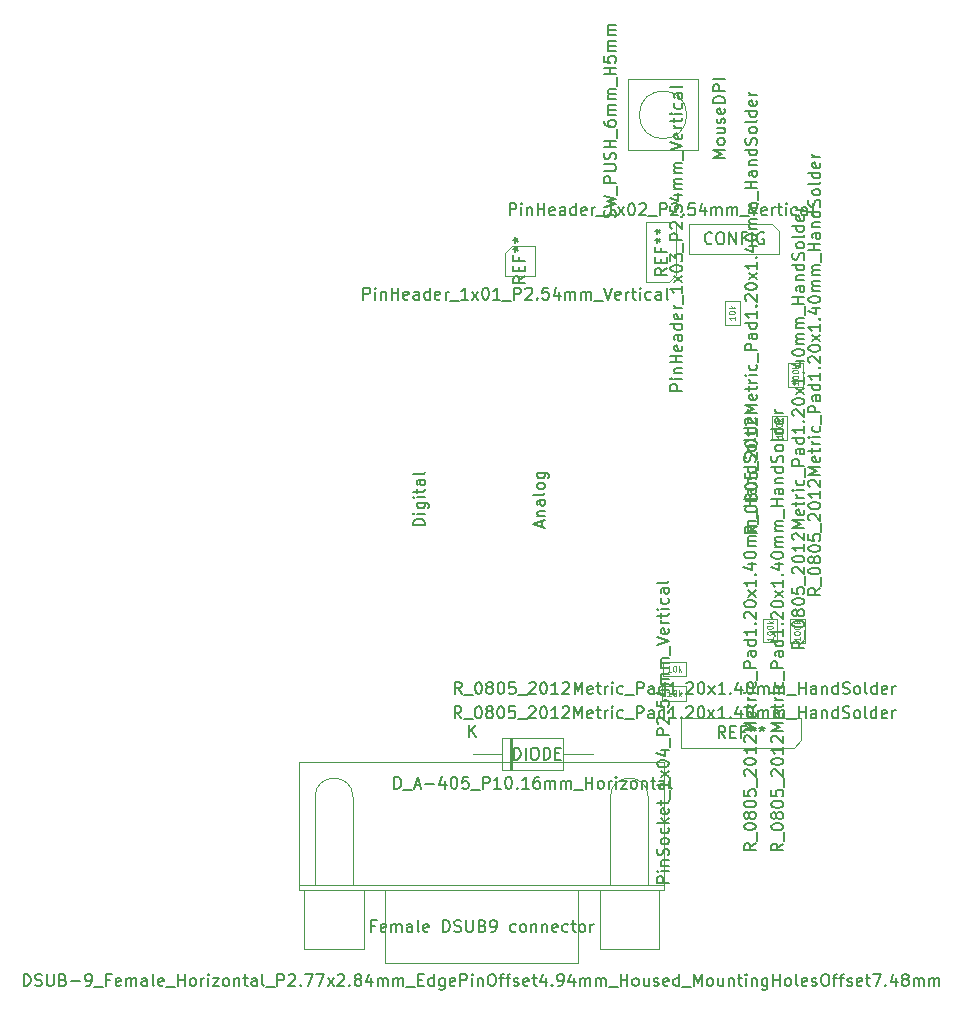
<source format=gbr>
%TF.GenerationSoftware,KiCad,Pcbnew,(6.0.2)*%
%TF.CreationDate,2024-04-09T06:49:27+01:00*%
%TF.ProjectId,amigaps2 revision1.7,616d6967-6170-4733-9220-726576697369,rev?*%
%TF.SameCoordinates,Original*%
%TF.FileFunction,AssemblyDrawing,Top*%
%FSLAX46Y46*%
G04 Gerber Fmt 4.6, Leading zero omitted, Abs format (unit mm)*
G04 Created by KiCad (PCBNEW (6.0.2)) date 2024-04-09 06:49:27*
%MOMM*%
%LPD*%
G01*
G04 APERTURE LIST*
%ADD10C,0.150000*%
%ADD11C,0.080000*%
%ADD12C,0.100000*%
G04 APERTURE END LIST*
D10*
%TO.C,10k*%
X145526190Y-109962380D02*
X145192857Y-109486190D01*
X144954761Y-109962380D02*
X144954761Y-108962380D01*
X145335714Y-108962380D01*
X145430952Y-109010000D01*
X145478571Y-109057619D01*
X145526190Y-109152857D01*
X145526190Y-109295714D01*
X145478571Y-109390952D01*
X145430952Y-109438571D01*
X145335714Y-109486190D01*
X144954761Y-109486190D01*
X145716666Y-110057619D02*
X146478571Y-110057619D01*
X146907142Y-108962380D02*
X147002380Y-108962380D01*
X147097619Y-109010000D01*
X147145238Y-109057619D01*
X147192857Y-109152857D01*
X147240476Y-109343333D01*
X147240476Y-109581428D01*
X147192857Y-109771904D01*
X147145238Y-109867142D01*
X147097619Y-109914761D01*
X147002380Y-109962380D01*
X146907142Y-109962380D01*
X146811904Y-109914761D01*
X146764285Y-109867142D01*
X146716666Y-109771904D01*
X146669047Y-109581428D01*
X146669047Y-109343333D01*
X146716666Y-109152857D01*
X146764285Y-109057619D01*
X146811904Y-109010000D01*
X146907142Y-108962380D01*
X147811904Y-109390952D02*
X147716666Y-109343333D01*
X147669047Y-109295714D01*
X147621428Y-109200476D01*
X147621428Y-109152857D01*
X147669047Y-109057619D01*
X147716666Y-109010000D01*
X147811904Y-108962380D01*
X148002380Y-108962380D01*
X148097619Y-109010000D01*
X148145238Y-109057619D01*
X148192857Y-109152857D01*
X148192857Y-109200476D01*
X148145238Y-109295714D01*
X148097619Y-109343333D01*
X148002380Y-109390952D01*
X147811904Y-109390952D01*
X147716666Y-109438571D01*
X147669047Y-109486190D01*
X147621428Y-109581428D01*
X147621428Y-109771904D01*
X147669047Y-109867142D01*
X147716666Y-109914761D01*
X147811904Y-109962380D01*
X148002380Y-109962380D01*
X148097619Y-109914761D01*
X148145238Y-109867142D01*
X148192857Y-109771904D01*
X148192857Y-109581428D01*
X148145238Y-109486190D01*
X148097619Y-109438571D01*
X148002380Y-109390952D01*
X148811904Y-108962380D02*
X148907142Y-108962380D01*
X149002380Y-109010000D01*
X149050000Y-109057619D01*
X149097619Y-109152857D01*
X149145238Y-109343333D01*
X149145238Y-109581428D01*
X149097619Y-109771904D01*
X149050000Y-109867142D01*
X149002380Y-109914761D01*
X148907142Y-109962380D01*
X148811904Y-109962380D01*
X148716666Y-109914761D01*
X148669047Y-109867142D01*
X148621428Y-109771904D01*
X148573809Y-109581428D01*
X148573809Y-109343333D01*
X148621428Y-109152857D01*
X148669047Y-109057619D01*
X148716666Y-109010000D01*
X148811904Y-108962380D01*
X150050000Y-108962380D02*
X149573809Y-108962380D01*
X149526190Y-109438571D01*
X149573809Y-109390952D01*
X149669047Y-109343333D01*
X149907142Y-109343333D01*
X150002380Y-109390952D01*
X150050000Y-109438571D01*
X150097619Y-109533809D01*
X150097619Y-109771904D01*
X150050000Y-109867142D01*
X150002380Y-109914761D01*
X149907142Y-109962380D01*
X149669047Y-109962380D01*
X149573809Y-109914761D01*
X149526190Y-109867142D01*
X150288095Y-110057619D02*
X151050000Y-110057619D01*
X151240476Y-109057619D02*
X151288095Y-109010000D01*
X151383333Y-108962380D01*
X151621428Y-108962380D01*
X151716666Y-109010000D01*
X151764285Y-109057619D01*
X151811904Y-109152857D01*
X151811904Y-109248095D01*
X151764285Y-109390952D01*
X151192857Y-109962380D01*
X151811904Y-109962380D01*
X152430952Y-108962380D02*
X152526190Y-108962380D01*
X152621428Y-109010000D01*
X152669047Y-109057619D01*
X152716666Y-109152857D01*
X152764285Y-109343333D01*
X152764285Y-109581428D01*
X152716666Y-109771904D01*
X152669047Y-109867142D01*
X152621428Y-109914761D01*
X152526190Y-109962380D01*
X152430952Y-109962380D01*
X152335714Y-109914761D01*
X152288095Y-109867142D01*
X152240476Y-109771904D01*
X152192857Y-109581428D01*
X152192857Y-109343333D01*
X152240476Y-109152857D01*
X152288095Y-109057619D01*
X152335714Y-109010000D01*
X152430952Y-108962380D01*
X153716666Y-109962380D02*
X153145238Y-109962380D01*
X153430952Y-109962380D02*
X153430952Y-108962380D01*
X153335714Y-109105238D01*
X153240476Y-109200476D01*
X153145238Y-109248095D01*
X154097619Y-109057619D02*
X154145238Y-109010000D01*
X154240476Y-108962380D01*
X154478571Y-108962380D01*
X154573809Y-109010000D01*
X154621428Y-109057619D01*
X154669047Y-109152857D01*
X154669047Y-109248095D01*
X154621428Y-109390952D01*
X154050000Y-109962380D01*
X154669047Y-109962380D01*
X155097619Y-109962380D02*
X155097619Y-108962380D01*
X155430952Y-109676666D01*
X155764285Y-108962380D01*
X155764285Y-109962380D01*
X156621428Y-109914761D02*
X156526190Y-109962380D01*
X156335714Y-109962380D01*
X156240476Y-109914761D01*
X156192857Y-109819523D01*
X156192857Y-109438571D01*
X156240476Y-109343333D01*
X156335714Y-109295714D01*
X156526190Y-109295714D01*
X156621428Y-109343333D01*
X156669047Y-109438571D01*
X156669047Y-109533809D01*
X156192857Y-109629047D01*
X156954761Y-109295714D02*
X157335714Y-109295714D01*
X157097619Y-108962380D02*
X157097619Y-109819523D01*
X157145238Y-109914761D01*
X157240476Y-109962380D01*
X157335714Y-109962380D01*
X157669047Y-109962380D02*
X157669047Y-109295714D01*
X157669047Y-109486190D02*
X157716666Y-109390952D01*
X157764285Y-109343333D01*
X157859523Y-109295714D01*
X157954761Y-109295714D01*
X158288095Y-109962380D02*
X158288095Y-109295714D01*
X158288095Y-108962380D02*
X158240476Y-109010000D01*
X158288095Y-109057619D01*
X158335714Y-109010000D01*
X158288095Y-108962380D01*
X158288095Y-109057619D01*
X159192857Y-109914761D02*
X159097619Y-109962380D01*
X158907142Y-109962380D01*
X158811904Y-109914761D01*
X158764285Y-109867142D01*
X158716666Y-109771904D01*
X158716666Y-109486190D01*
X158764285Y-109390952D01*
X158811904Y-109343333D01*
X158907142Y-109295714D01*
X159097619Y-109295714D01*
X159192857Y-109343333D01*
X159383333Y-110057619D02*
X160145238Y-110057619D01*
X160383333Y-109962380D02*
X160383333Y-108962380D01*
X160764285Y-108962380D01*
X160859523Y-109010000D01*
X160907142Y-109057619D01*
X160954761Y-109152857D01*
X160954761Y-109295714D01*
X160907142Y-109390952D01*
X160859523Y-109438571D01*
X160764285Y-109486190D01*
X160383333Y-109486190D01*
X161811904Y-109962380D02*
X161811904Y-109438571D01*
X161764285Y-109343333D01*
X161669047Y-109295714D01*
X161478571Y-109295714D01*
X161383333Y-109343333D01*
X161811904Y-109914761D02*
X161716666Y-109962380D01*
X161478571Y-109962380D01*
X161383333Y-109914761D01*
X161335714Y-109819523D01*
X161335714Y-109724285D01*
X161383333Y-109629047D01*
X161478571Y-109581428D01*
X161716666Y-109581428D01*
X161811904Y-109533809D01*
X162716666Y-109962380D02*
X162716666Y-108962380D01*
X162716666Y-109914761D02*
X162621428Y-109962380D01*
X162430952Y-109962380D01*
X162335714Y-109914761D01*
X162288095Y-109867142D01*
X162240476Y-109771904D01*
X162240476Y-109486190D01*
X162288095Y-109390952D01*
X162335714Y-109343333D01*
X162430952Y-109295714D01*
X162621428Y-109295714D01*
X162716666Y-109343333D01*
X163716666Y-109962380D02*
X163145238Y-109962380D01*
X163430952Y-109962380D02*
X163430952Y-108962380D01*
X163335714Y-109105238D01*
X163240476Y-109200476D01*
X163145238Y-109248095D01*
X164145238Y-109867142D02*
X164192857Y-109914761D01*
X164145238Y-109962380D01*
X164097619Y-109914761D01*
X164145238Y-109867142D01*
X164145238Y-109962380D01*
X164573809Y-109057619D02*
X164621428Y-109010000D01*
X164716666Y-108962380D01*
X164954761Y-108962380D01*
X165050000Y-109010000D01*
X165097619Y-109057619D01*
X165145238Y-109152857D01*
X165145238Y-109248095D01*
X165097619Y-109390952D01*
X164526190Y-109962380D01*
X165145238Y-109962380D01*
X165764285Y-108962380D02*
X165859523Y-108962380D01*
X165954761Y-109010000D01*
X166002380Y-109057619D01*
X166049999Y-109152857D01*
X166097619Y-109343333D01*
X166097619Y-109581428D01*
X166049999Y-109771904D01*
X166002380Y-109867142D01*
X165954761Y-109914761D01*
X165859523Y-109962380D01*
X165764285Y-109962380D01*
X165669047Y-109914761D01*
X165621428Y-109867142D01*
X165573809Y-109771904D01*
X165526190Y-109581428D01*
X165526190Y-109343333D01*
X165573809Y-109152857D01*
X165621428Y-109057619D01*
X165669047Y-109010000D01*
X165764285Y-108962380D01*
X166430952Y-109962380D02*
X166954761Y-109295714D01*
X166430952Y-109295714D02*
X166954761Y-109962380D01*
X167859523Y-109962380D02*
X167288095Y-109962380D01*
X167573809Y-109962380D02*
X167573809Y-108962380D01*
X167478571Y-109105238D01*
X167383333Y-109200476D01*
X167288095Y-109248095D01*
X168288095Y-109867142D02*
X168335714Y-109914761D01*
X168288095Y-109962380D01*
X168240476Y-109914761D01*
X168288095Y-109867142D01*
X168288095Y-109962380D01*
X169192857Y-109295714D02*
X169192857Y-109962380D01*
X168954761Y-108914761D02*
X168716666Y-109629047D01*
X169335714Y-109629047D01*
X169907142Y-108962380D02*
X170002380Y-108962380D01*
X170097619Y-109010000D01*
X170145238Y-109057619D01*
X170192857Y-109152857D01*
X170240476Y-109343333D01*
X170240476Y-109581428D01*
X170192857Y-109771904D01*
X170145238Y-109867142D01*
X170097619Y-109914761D01*
X170002380Y-109962380D01*
X169907142Y-109962380D01*
X169811904Y-109914761D01*
X169764285Y-109867142D01*
X169716666Y-109771904D01*
X169669047Y-109581428D01*
X169669047Y-109343333D01*
X169716666Y-109152857D01*
X169764285Y-109057619D01*
X169811904Y-109010000D01*
X169907142Y-108962380D01*
X170669047Y-109962380D02*
X170669047Y-109295714D01*
X170669047Y-109390952D02*
X170716666Y-109343333D01*
X170811904Y-109295714D01*
X170954761Y-109295714D01*
X171049999Y-109343333D01*
X171097619Y-109438571D01*
X171097619Y-109962380D01*
X171097619Y-109438571D02*
X171145238Y-109343333D01*
X171240476Y-109295714D01*
X171383333Y-109295714D01*
X171478571Y-109343333D01*
X171526190Y-109438571D01*
X171526190Y-109962380D01*
X172002380Y-109962380D02*
X172002380Y-109295714D01*
X172002380Y-109390952D02*
X172049999Y-109343333D01*
X172145238Y-109295714D01*
X172288095Y-109295714D01*
X172383333Y-109343333D01*
X172430952Y-109438571D01*
X172430952Y-109962380D01*
X172430952Y-109438571D02*
X172478571Y-109343333D01*
X172573809Y-109295714D01*
X172716666Y-109295714D01*
X172811904Y-109343333D01*
X172859523Y-109438571D01*
X172859523Y-109962380D01*
X173097619Y-110057619D02*
X173859523Y-110057619D01*
X174097619Y-109962380D02*
X174097619Y-108962380D01*
X174097619Y-109438571D02*
X174669047Y-109438571D01*
X174669047Y-109962380D02*
X174669047Y-108962380D01*
X175573809Y-109962380D02*
X175573809Y-109438571D01*
X175526190Y-109343333D01*
X175430952Y-109295714D01*
X175240476Y-109295714D01*
X175145238Y-109343333D01*
X175573809Y-109914761D02*
X175478571Y-109962380D01*
X175240476Y-109962380D01*
X175145238Y-109914761D01*
X175097619Y-109819523D01*
X175097619Y-109724285D01*
X175145238Y-109629047D01*
X175240476Y-109581428D01*
X175478571Y-109581428D01*
X175573809Y-109533809D01*
X176049999Y-109295714D02*
X176049999Y-109962380D01*
X176049999Y-109390952D02*
X176097619Y-109343333D01*
X176192857Y-109295714D01*
X176335714Y-109295714D01*
X176430952Y-109343333D01*
X176478571Y-109438571D01*
X176478571Y-109962380D01*
X177383333Y-109962380D02*
X177383333Y-108962380D01*
X177383333Y-109914761D02*
X177288095Y-109962380D01*
X177097619Y-109962380D01*
X177002380Y-109914761D01*
X176954761Y-109867142D01*
X176907142Y-109771904D01*
X176907142Y-109486190D01*
X176954761Y-109390952D01*
X177002380Y-109343333D01*
X177097619Y-109295714D01*
X177288095Y-109295714D01*
X177383333Y-109343333D01*
X177811904Y-109914761D02*
X177954761Y-109962380D01*
X178192857Y-109962380D01*
X178288095Y-109914761D01*
X178335714Y-109867142D01*
X178383333Y-109771904D01*
X178383333Y-109676666D01*
X178335714Y-109581428D01*
X178288095Y-109533809D01*
X178192857Y-109486190D01*
X178002380Y-109438571D01*
X177907142Y-109390952D01*
X177859523Y-109343333D01*
X177811904Y-109248095D01*
X177811904Y-109152857D01*
X177859523Y-109057619D01*
X177907142Y-109010000D01*
X178002380Y-108962380D01*
X178240476Y-108962380D01*
X178383333Y-109010000D01*
X178954761Y-109962380D02*
X178859523Y-109914761D01*
X178811904Y-109867142D01*
X178764285Y-109771904D01*
X178764285Y-109486190D01*
X178811904Y-109390952D01*
X178859523Y-109343333D01*
X178954761Y-109295714D01*
X179097619Y-109295714D01*
X179192857Y-109343333D01*
X179240476Y-109390952D01*
X179288095Y-109486190D01*
X179288095Y-109771904D01*
X179240476Y-109867142D01*
X179192857Y-109914761D01*
X179097619Y-109962380D01*
X178954761Y-109962380D01*
X179859523Y-109962380D02*
X179764285Y-109914761D01*
X179716666Y-109819523D01*
X179716666Y-108962380D01*
X180669047Y-109962380D02*
X180669047Y-108962380D01*
X180669047Y-109914761D02*
X180573809Y-109962380D01*
X180383333Y-109962380D01*
X180288095Y-109914761D01*
X180240476Y-109867142D01*
X180192857Y-109771904D01*
X180192857Y-109486190D01*
X180240476Y-109390952D01*
X180288095Y-109343333D01*
X180383333Y-109295714D01*
X180573809Y-109295714D01*
X180669047Y-109343333D01*
X181526190Y-109914761D02*
X181430952Y-109962380D01*
X181240476Y-109962380D01*
X181145238Y-109914761D01*
X181097619Y-109819523D01*
X181097619Y-109438571D01*
X181145238Y-109343333D01*
X181240476Y-109295714D01*
X181430952Y-109295714D01*
X181526190Y-109343333D01*
X181573809Y-109438571D01*
X181573809Y-109533809D01*
X181097619Y-109629047D01*
X182002380Y-109962380D02*
X182002380Y-109295714D01*
X182002380Y-109486190D02*
X182049999Y-109390952D01*
X182097619Y-109343333D01*
X182192857Y-109295714D01*
X182288095Y-109295714D01*
D11*
X163252380Y-108086190D02*
X162966666Y-108086190D01*
X163109523Y-108086190D02*
X163109523Y-107586190D01*
X163061904Y-107657619D01*
X163014285Y-107705238D01*
X162966666Y-107729047D01*
X163561904Y-107586190D02*
X163609523Y-107586190D01*
X163657142Y-107610000D01*
X163680952Y-107633809D01*
X163704761Y-107681428D01*
X163728571Y-107776666D01*
X163728571Y-107895714D01*
X163704761Y-107990952D01*
X163680952Y-108038571D01*
X163657142Y-108062380D01*
X163609523Y-108086190D01*
X163561904Y-108086190D01*
X163514285Y-108062380D01*
X163490476Y-108038571D01*
X163466666Y-107990952D01*
X163442857Y-107895714D01*
X163442857Y-107776666D01*
X163466666Y-107681428D01*
X163490476Y-107633809D01*
X163514285Y-107610000D01*
X163561904Y-107586190D01*
X163942857Y-108086190D02*
X163942857Y-107586190D01*
X163990476Y-107895714D02*
X164133333Y-108086190D01*
X164133333Y-107752857D02*
X163942857Y-107943333D01*
D10*
X170552380Y-93683809D02*
X170076190Y-94017142D01*
X170552380Y-94255238D02*
X169552380Y-94255238D01*
X169552380Y-93874285D01*
X169600000Y-93779047D01*
X169647619Y-93731428D01*
X169742857Y-93683809D01*
X169885714Y-93683809D01*
X169980952Y-93731428D01*
X170028571Y-93779047D01*
X170076190Y-93874285D01*
X170076190Y-94255238D01*
X170647619Y-93493333D02*
X170647619Y-92731428D01*
X169552380Y-92302857D02*
X169552380Y-92207619D01*
X169600000Y-92112380D01*
X169647619Y-92064761D01*
X169742857Y-92017142D01*
X169933333Y-91969523D01*
X170171428Y-91969523D01*
X170361904Y-92017142D01*
X170457142Y-92064761D01*
X170504761Y-92112380D01*
X170552380Y-92207619D01*
X170552380Y-92302857D01*
X170504761Y-92398095D01*
X170457142Y-92445714D01*
X170361904Y-92493333D01*
X170171428Y-92540952D01*
X169933333Y-92540952D01*
X169742857Y-92493333D01*
X169647619Y-92445714D01*
X169600000Y-92398095D01*
X169552380Y-92302857D01*
X169980952Y-91398095D02*
X169933333Y-91493333D01*
X169885714Y-91540952D01*
X169790476Y-91588571D01*
X169742857Y-91588571D01*
X169647619Y-91540952D01*
X169600000Y-91493333D01*
X169552380Y-91398095D01*
X169552380Y-91207619D01*
X169600000Y-91112380D01*
X169647619Y-91064761D01*
X169742857Y-91017142D01*
X169790476Y-91017142D01*
X169885714Y-91064761D01*
X169933333Y-91112380D01*
X169980952Y-91207619D01*
X169980952Y-91398095D01*
X170028571Y-91493333D01*
X170076190Y-91540952D01*
X170171428Y-91588571D01*
X170361904Y-91588571D01*
X170457142Y-91540952D01*
X170504761Y-91493333D01*
X170552380Y-91398095D01*
X170552380Y-91207619D01*
X170504761Y-91112380D01*
X170457142Y-91064761D01*
X170361904Y-91017142D01*
X170171428Y-91017142D01*
X170076190Y-91064761D01*
X170028571Y-91112380D01*
X169980952Y-91207619D01*
X169552380Y-90398095D02*
X169552380Y-90302857D01*
X169600000Y-90207619D01*
X169647619Y-90160000D01*
X169742857Y-90112380D01*
X169933333Y-90064761D01*
X170171428Y-90064761D01*
X170361904Y-90112380D01*
X170457142Y-90160000D01*
X170504761Y-90207619D01*
X170552380Y-90302857D01*
X170552380Y-90398095D01*
X170504761Y-90493333D01*
X170457142Y-90540952D01*
X170361904Y-90588571D01*
X170171428Y-90636190D01*
X169933333Y-90636190D01*
X169742857Y-90588571D01*
X169647619Y-90540952D01*
X169600000Y-90493333D01*
X169552380Y-90398095D01*
X169552380Y-89160000D02*
X169552380Y-89636190D01*
X170028571Y-89683809D01*
X169980952Y-89636190D01*
X169933333Y-89540952D01*
X169933333Y-89302857D01*
X169980952Y-89207619D01*
X170028571Y-89160000D01*
X170123809Y-89112380D01*
X170361904Y-89112380D01*
X170457142Y-89160000D01*
X170504761Y-89207619D01*
X170552380Y-89302857D01*
X170552380Y-89540952D01*
X170504761Y-89636190D01*
X170457142Y-89683809D01*
X170647619Y-88921904D02*
X170647619Y-88160000D01*
X169647619Y-87969523D02*
X169600000Y-87921904D01*
X169552380Y-87826666D01*
X169552380Y-87588571D01*
X169600000Y-87493333D01*
X169647619Y-87445714D01*
X169742857Y-87398095D01*
X169838095Y-87398095D01*
X169980952Y-87445714D01*
X170552380Y-88017142D01*
X170552380Y-87398095D01*
X169552380Y-86779047D02*
X169552380Y-86683809D01*
X169600000Y-86588571D01*
X169647619Y-86540952D01*
X169742857Y-86493333D01*
X169933333Y-86445714D01*
X170171428Y-86445714D01*
X170361904Y-86493333D01*
X170457142Y-86540952D01*
X170504761Y-86588571D01*
X170552380Y-86683809D01*
X170552380Y-86779047D01*
X170504761Y-86874285D01*
X170457142Y-86921904D01*
X170361904Y-86969523D01*
X170171428Y-87017142D01*
X169933333Y-87017142D01*
X169742857Y-86969523D01*
X169647619Y-86921904D01*
X169600000Y-86874285D01*
X169552380Y-86779047D01*
X170552380Y-85493333D02*
X170552380Y-86064761D01*
X170552380Y-85779047D02*
X169552380Y-85779047D01*
X169695238Y-85874285D01*
X169790476Y-85969523D01*
X169838095Y-86064761D01*
X169647619Y-85112380D02*
X169600000Y-85064761D01*
X169552380Y-84969523D01*
X169552380Y-84731428D01*
X169600000Y-84636190D01*
X169647619Y-84588571D01*
X169742857Y-84540952D01*
X169838095Y-84540952D01*
X169980952Y-84588571D01*
X170552380Y-85160000D01*
X170552380Y-84540952D01*
X170552380Y-84112380D02*
X169552380Y-84112380D01*
X170266666Y-83779047D01*
X169552380Y-83445714D01*
X170552380Y-83445714D01*
X170504761Y-82588571D02*
X170552380Y-82683809D01*
X170552380Y-82874285D01*
X170504761Y-82969523D01*
X170409523Y-83017142D01*
X170028571Y-83017142D01*
X169933333Y-82969523D01*
X169885714Y-82874285D01*
X169885714Y-82683809D01*
X169933333Y-82588571D01*
X170028571Y-82540952D01*
X170123809Y-82540952D01*
X170219047Y-83017142D01*
X169885714Y-82255238D02*
X169885714Y-81874285D01*
X169552380Y-82112380D02*
X170409523Y-82112380D01*
X170504761Y-82064761D01*
X170552380Y-81969523D01*
X170552380Y-81874285D01*
X170552380Y-81540952D02*
X169885714Y-81540952D01*
X170076190Y-81540952D02*
X169980952Y-81493333D01*
X169933333Y-81445714D01*
X169885714Y-81350476D01*
X169885714Y-81255238D01*
X170552380Y-80921904D02*
X169885714Y-80921904D01*
X169552380Y-80921904D02*
X169600000Y-80969523D01*
X169647619Y-80921904D01*
X169600000Y-80874285D01*
X169552380Y-80921904D01*
X169647619Y-80921904D01*
X170504761Y-80017142D02*
X170552380Y-80112380D01*
X170552380Y-80302857D01*
X170504761Y-80398095D01*
X170457142Y-80445714D01*
X170361904Y-80493333D01*
X170076190Y-80493333D01*
X169980952Y-80445714D01*
X169933333Y-80398095D01*
X169885714Y-80302857D01*
X169885714Y-80112380D01*
X169933333Y-80017142D01*
X170647619Y-79826666D02*
X170647619Y-79064761D01*
X170552380Y-78826666D02*
X169552380Y-78826666D01*
X169552380Y-78445714D01*
X169600000Y-78350476D01*
X169647619Y-78302857D01*
X169742857Y-78255238D01*
X169885714Y-78255238D01*
X169980952Y-78302857D01*
X170028571Y-78350476D01*
X170076190Y-78445714D01*
X170076190Y-78826666D01*
X170552380Y-77398095D02*
X170028571Y-77398095D01*
X169933333Y-77445714D01*
X169885714Y-77540952D01*
X169885714Y-77731428D01*
X169933333Y-77826666D01*
X170504761Y-77398095D02*
X170552380Y-77493333D01*
X170552380Y-77731428D01*
X170504761Y-77826666D01*
X170409523Y-77874285D01*
X170314285Y-77874285D01*
X170219047Y-77826666D01*
X170171428Y-77731428D01*
X170171428Y-77493333D01*
X170123809Y-77398095D01*
X170552380Y-76493333D02*
X169552380Y-76493333D01*
X170504761Y-76493333D02*
X170552380Y-76588571D01*
X170552380Y-76779047D01*
X170504761Y-76874285D01*
X170457142Y-76921904D01*
X170361904Y-76969523D01*
X170076190Y-76969523D01*
X169980952Y-76921904D01*
X169933333Y-76874285D01*
X169885714Y-76779047D01*
X169885714Y-76588571D01*
X169933333Y-76493333D01*
X170552380Y-75493333D02*
X170552380Y-76064761D01*
X170552380Y-75779047D02*
X169552380Y-75779047D01*
X169695238Y-75874285D01*
X169790476Y-75969523D01*
X169838095Y-76064761D01*
X170457142Y-75064761D02*
X170504761Y-75017142D01*
X170552380Y-75064761D01*
X170504761Y-75112380D01*
X170457142Y-75064761D01*
X170552380Y-75064761D01*
X169647619Y-74636190D02*
X169600000Y-74588571D01*
X169552380Y-74493333D01*
X169552380Y-74255238D01*
X169600000Y-74160000D01*
X169647619Y-74112380D01*
X169742857Y-74064761D01*
X169838095Y-74064761D01*
X169980952Y-74112380D01*
X170552380Y-74683809D01*
X170552380Y-74064761D01*
X169552380Y-73445714D02*
X169552380Y-73350476D01*
X169600000Y-73255238D01*
X169647619Y-73207619D01*
X169742857Y-73160000D01*
X169933333Y-73112380D01*
X170171428Y-73112380D01*
X170361904Y-73160000D01*
X170457142Y-73207619D01*
X170504761Y-73255238D01*
X170552380Y-73350476D01*
X170552380Y-73445714D01*
X170504761Y-73540952D01*
X170457142Y-73588571D01*
X170361904Y-73636190D01*
X170171428Y-73683809D01*
X169933333Y-73683809D01*
X169742857Y-73636190D01*
X169647619Y-73588571D01*
X169600000Y-73540952D01*
X169552380Y-73445714D01*
X170552380Y-72779047D02*
X169885714Y-72255238D01*
X169885714Y-72779047D02*
X170552380Y-72255238D01*
X170552380Y-71350476D02*
X170552380Y-71921904D01*
X170552380Y-71636190D02*
X169552380Y-71636190D01*
X169695238Y-71731428D01*
X169790476Y-71826666D01*
X169838095Y-71921904D01*
X170457142Y-70921904D02*
X170504761Y-70874285D01*
X170552380Y-70921904D01*
X170504761Y-70969523D01*
X170457142Y-70921904D01*
X170552380Y-70921904D01*
X169885714Y-70017142D02*
X170552380Y-70017142D01*
X169504761Y-70255238D02*
X170219047Y-70493333D01*
X170219047Y-69874285D01*
X169552380Y-69302857D02*
X169552380Y-69207619D01*
X169600000Y-69112380D01*
X169647619Y-69064761D01*
X169742857Y-69017142D01*
X169933333Y-68969523D01*
X170171428Y-68969523D01*
X170361904Y-69017142D01*
X170457142Y-69064761D01*
X170504761Y-69112380D01*
X170552380Y-69207619D01*
X170552380Y-69302857D01*
X170504761Y-69398095D01*
X170457142Y-69445714D01*
X170361904Y-69493333D01*
X170171428Y-69540952D01*
X169933333Y-69540952D01*
X169742857Y-69493333D01*
X169647619Y-69445714D01*
X169600000Y-69398095D01*
X169552380Y-69302857D01*
X170552380Y-68540952D02*
X169885714Y-68540952D01*
X169980952Y-68540952D02*
X169933333Y-68493333D01*
X169885714Y-68398095D01*
X169885714Y-68255238D01*
X169933333Y-68160000D01*
X170028571Y-68112380D01*
X170552380Y-68112380D01*
X170028571Y-68112380D02*
X169933333Y-68064761D01*
X169885714Y-67969523D01*
X169885714Y-67826666D01*
X169933333Y-67731428D01*
X170028571Y-67683809D01*
X170552380Y-67683809D01*
X170552380Y-67207619D02*
X169885714Y-67207619D01*
X169980952Y-67207619D02*
X169933333Y-67160000D01*
X169885714Y-67064761D01*
X169885714Y-66921904D01*
X169933333Y-66826666D01*
X170028571Y-66779047D01*
X170552380Y-66779047D01*
X170028571Y-66779047D02*
X169933333Y-66731428D01*
X169885714Y-66636190D01*
X169885714Y-66493333D01*
X169933333Y-66398095D01*
X170028571Y-66350476D01*
X170552380Y-66350476D01*
X170647619Y-66112380D02*
X170647619Y-65350476D01*
X170552380Y-65112380D02*
X169552380Y-65112380D01*
X170028571Y-65112380D02*
X170028571Y-64540952D01*
X170552380Y-64540952D02*
X169552380Y-64540952D01*
X170552380Y-63636190D02*
X170028571Y-63636190D01*
X169933333Y-63683809D01*
X169885714Y-63779047D01*
X169885714Y-63969523D01*
X169933333Y-64064761D01*
X170504761Y-63636190D02*
X170552380Y-63731428D01*
X170552380Y-63969523D01*
X170504761Y-64064761D01*
X170409523Y-64112380D01*
X170314285Y-64112380D01*
X170219047Y-64064761D01*
X170171428Y-63969523D01*
X170171428Y-63731428D01*
X170123809Y-63636190D01*
X169885714Y-63160000D02*
X170552380Y-63160000D01*
X169980952Y-63160000D02*
X169933333Y-63112380D01*
X169885714Y-63017142D01*
X169885714Y-62874285D01*
X169933333Y-62779047D01*
X170028571Y-62731428D01*
X170552380Y-62731428D01*
X170552380Y-61826666D02*
X169552380Y-61826666D01*
X170504761Y-61826666D02*
X170552380Y-61921904D01*
X170552380Y-62112380D01*
X170504761Y-62207619D01*
X170457142Y-62255238D01*
X170361904Y-62302857D01*
X170076190Y-62302857D01*
X169980952Y-62255238D01*
X169933333Y-62207619D01*
X169885714Y-62112380D01*
X169885714Y-61921904D01*
X169933333Y-61826666D01*
X170504761Y-61398095D02*
X170552380Y-61255238D01*
X170552380Y-61017142D01*
X170504761Y-60921904D01*
X170457142Y-60874285D01*
X170361904Y-60826666D01*
X170266666Y-60826666D01*
X170171428Y-60874285D01*
X170123809Y-60921904D01*
X170076190Y-61017142D01*
X170028571Y-61207619D01*
X169980952Y-61302857D01*
X169933333Y-61350476D01*
X169838095Y-61398095D01*
X169742857Y-61398095D01*
X169647619Y-61350476D01*
X169600000Y-61302857D01*
X169552380Y-61207619D01*
X169552380Y-60969523D01*
X169600000Y-60826666D01*
X170552380Y-60255238D02*
X170504761Y-60350476D01*
X170457142Y-60398095D01*
X170361904Y-60445714D01*
X170076190Y-60445714D01*
X169980952Y-60398095D01*
X169933333Y-60350476D01*
X169885714Y-60255238D01*
X169885714Y-60112380D01*
X169933333Y-60017142D01*
X169980952Y-59969523D01*
X170076190Y-59921904D01*
X170361904Y-59921904D01*
X170457142Y-59969523D01*
X170504761Y-60017142D01*
X170552380Y-60112380D01*
X170552380Y-60255238D01*
X170552380Y-59350476D02*
X170504761Y-59445714D01*
X170409523Y-59493333D01*
X169552380Y-59493333D01*
X170552380Y-58540952D02*
X169552380Y-58540952D01*
X170504761Y-58540952D02*
X170552380Y-58636190D01*
X170552380Y-58826666D01*
X170504761Y-58921904D01*
X170457142Y-58969523D01*
X170361904Y-59017142D01*
X170076190Y-59017142D01*
X169980952Y-58969523D01*
X169933333Y-58921904D01*
X169885714Y-58826666D01*
X169885714Y-58636190D01*
X169933333Y-58540952D01*
X170504761Y-57683809D02*
X170552380Y-57779047D01*
X170552380Y-57969523D01*
X170504761Y-58064761D01*
X170409523Y-58112380D01*
X170028571Y-58112380D01*
X169933333Y-58064761D01*
X169885714Y-57969523D01*
X169885714Y-57779047D01*
X169933333Y-57683809D01*
X170028571Y-57636190D01*
X170123809Y-57636190D01*
X170219047Y-58112380D01*
X170552380Y-57207619D02*
X169885714Y-57207619D01*
X170076190Y-57207619D02*
X169980952Y-57160000D01*
X169933333Y-57112380D01*
X169885714Y-57017142D01*
X169885714Y-56921904D01*
D11*
X168676190Y-75957619D02*
X168676190Y-76243333D01*
X168676190Y-76100476D02*
X168176190Y-76100476D01*
X168247619Y-76148095D01*
X168295238Y-76195714D01*
X168319047Y-76243333D01*
X168176190Y-75648095D02*
X168176190Y-75600476D01*
X168200000Y-75552857D01*
X168223809Y-75529047D01*
X168271428Y-75505238D01*
X168366666Y-75481428D01*
X168485714Y-75481428D01*
X168580952Y-75505238D01*
X168628571Y-75529047D01*
X168652380Y-75552857D01*
X168676190Y-75600476D01*
X168676190Y-75648095D01*
X168652380Y-75695714D01*
X168628571Y-75719523D01*
X168580952Y-75743333D01*
X168485714Y-75767142D01*
X168366666Y-75767142D01*
X168271428Y-75743333D01*
X168223809Y-75719523D01*
X168200000Y-75695714D01*
X168176190Y-75648095D01*
X168676190Y-75267142D02*
X168176190Y-75267142D01*
X168485714Y-75219523D02*
X168676190Y-75076666D01*
X168342857Y-75076666D02*
X168533333Y-75267142D01*
D10*
X145536190Y-107902380D02*
X145202857Y-107426190D01*
X144964761Y-107902380D02*
X144964761Y-106902380D01*
X145345714Y-106902380D01*
X145440952Y-106950000D01*
X145488571Y-106997619D01*
X145536190Y-107092857D01*
X145536190Y-107235714D01*
X145488571Y-107330952D01*
X145440952Y-107378571D01*
X145345714Y-107426190D01*
X144964761Y-107426190D01*
X145726666Y-107997619D02*
X146488571Y-107997619D01*
X146917142Y-106902380D02*
X147012380Y-106902380D01*
X147107619Y-106950000D01*
X147155238Y-106997619D01*
X147202857Y-107092857D01*
X147250476Y-107283333D01*
X147250476Y-107521428D01*
X147202857Y-107711904D01*
X147155238Y-107807142D01*
X147107619Y-107854761D01*
X147012380Y-107902380D01*
X146917142Y-107902380D01*
X146821904Y-107854761D01*
X146774285Y-107807142D01*
X146726666Y-107711904D01*
X146679047Y-107521428D01*
X146679047Y-107283333D01*
X146726666Y-107092857D01*
X146774285Y-106997619D01*
X146821904Y-106950000D01*
X146917142Y-106902380D01*
X147821904Y-107330952D02*
X147726666Y-107283333D01*
X147679047Y-107235714D01*
X147631428Y-107140476D01*
X147631428Y-107092857D01*
X147679047Y-106997619D01*
X147726666Y-106950000D01*
X147821904Y-106902380D01*
X148012380Y-106902380D01*
X148107619Y-106950000D01*
X148155238Y-106997619D01*
X148202857Y-107092857D01*
X148202857Y-107140476D01*
X148155238Y-107235714D01*
X148107619Y-107283333D01*
X148012380Y-107330952D01*
X147821904Y-107330952D01*
X147726666Y-107378571D01*
X147679047Y-107426190D01*
X147631428Y-107521428D01*
X147631428Y-107711904D01*
X147679047Y-107807142D01*
X147726666Y-107854761D01*
X147821904Y-107902380D01*
X148012380Y-107902380D01*
X148107619Y-107854761D01*
X148155238Y-107807142D01*
X148202857Y-107711904D01*
X148202857Y-107521428D01*
X148155238Y-107426190D01*
X148107619Y-107378571D01*
X148012380Y-107330952D01*
X148821904Y-106902380D02*
X148917142Y-106902380D01*
X149012380Y-106950000D01*
X149060000Y-106997619D01*
X149107619Y-107092857D01*
X149155238Y-107283333D01*
X149155238Y-107521428D01*
X149107619Y-107711904D01*
X149060000Y-107807142D01*
X149012380Y-107854761D01*
X148917142Y-107902380D01*
X148821904Y-107902380D01*
X148726666Y-107854761D01*
X148679047Y-107807142D01*
X148631428Y-107711904D01*
X148583809Y-107521428D01*
X148583809Y-107283333D01*
X148631428Y-107092857D01*
X148679047Y-106997619D01*
X148726666Y-106950000D01*
X148821904Y-106902380D01*
X150060000Y-106902380D02*
X149583809Y-106902380D01*
X149536190Y-107378571D01*
X149583809Y-107330952D01*
X149679047Y-107283333D01*
X149917142Y-107283333D01*
X150012380Y-107330952D01*
X150060000Y-107378571D01*
X150107619Y-107473809D01*
X150107619Y-107711904D01*
X150060000Y-107807142D01*
X150012380Y-107854761D01*
X149917142Y-107902380D01*
X149679047Y-107902380D01*
X149583809Y-107854761D01*
X149536190Y-107807142D01*
X150298095Y-107997619D02*
X151060000Y-107997619D01*
X151250476Y-106997619D02*
X151298095Y-106950000D01*
X151393333Y-106902380D01*
X151631428Y-106902380D01*
X151726666Y-106950000D01*
X151774285Y-106997619D01*
X151821904Y-107092857D01*
X151821904Y-107188095D01*
X151774285Y-107330952D01*
X151202857Y-107902380D01*
X151821904Y-107902380D01*
X152440952Y-106902380D02*
X152536190Y-106902380D01*
X152631428Y-106950000D01*
X152679047Y-106997619D01*
X152726666Y-107092857D01*
X152774285Y-107283333D01*
X152774285Y-107521428D01*
X152726666Y-107711904D01*
X152679047Y-107807142D01*
X152631428Y-107854761D01*
X152536190Y-107902380D01*
X152440952Y-107902380D01*
X152345714Y-107854761D01*
X152298095Y-107807142D01*
X152250476Y-107711904D01*
X152202857Y-107521428D01*
X152202857Y-107283333D01*
X152250476Y-107092857D01*
X152298095Y-106997619D01*
X152345714Y-106950000D01*
X152440952Y-106902380D01*
X153726666Y-107902380D02*
X153155238Y-107902380D01*
X153440952Y-107902380D02*
X153440952Y-106902380D01*
X153345714Y-107045238D01*
X153250476Y-107140476D01*
X153155238Y-107188095D01*
X154107619Y-106997619D02*
X154155238Y-106950000D01*
X154250476Y-106902380D01*
X154488571Y-106902380D01*
X154583809Y-106950000D01*
X154631428Y-106997619D01*
X154679047Y-107092857D01*
X154679047Y-107188095D01*
X154631428Y-107330952D01*
X154060000Y-107902380D01*
X154679047Y-107902380D01*
X155107619Y-107902380D02*
X155107619Y-106902380D01*
X155440952Y-107616666D01*
X155774285Y-106902380D01*
X155774285Y-107902380D01*
X156631428Y-107854761D02*
X156536190Y-107902380D01*
X156345714Y-107902380D01*
X156250476Y-107854761D01*
X156202857Y-107759523D01*
X156202857Y-107378571D01*
X156250476Y-107283333D01*
X156345714Y-107235714D01*
X156536190Y-107235714D01*
X156631428Y-107283333D01*
X156679047Y-107378571D01*
X156679047Y-107473809D01*
X156202857Y-107569047D01*
X156964761Y-107235714D02*
X157345714Y-107235714D01*
X157107619Y-106902380D02*
X157107619Y-107759523D01*
X157155238Y-107854761D01*
X157250476Y-107902380D01*
X157345714Y-107902380D01*
X157679047Y-107902380D02*
X157679047Y-107235714D01*
X157679047Y-107426190D02*
X157726666Y-107330952D01*
X157774285Y-107283333D01*
X157869523Y-107235714D01*
X157964761Y-107235714D01*
X158298095Y-107902380D02*
X158298095Y-107235714D01*
X158298095Y-106902380D02*
X158250476Y-106950000D01*
X158298095Y-106997619D01*
X158345714Y-106950000D01*
X158298095Y-106902380D01*
X158298095Y-106997619D01*
X159202857Y-107854761D02*
X159107619Y-107902380D01*
X158917142Y-107902380D01*
X158821904Y-107854761D01*
X158774285Y-107807142D01*
X158726666Y-107711904D01*
X158726666Y-107426190D01*
X158774285Y-107330952D01*
X158821904Y-107283333D01*
X158917142Y-107235714D01*
X159107619Y-107235714D01*
X159202857Y-107283333D01*
X159393333Y-107997619D02*
X160155238Y-107997619D01*
X160393333Y-107902380D02*
X160393333Y-106902380D01*
X160774285Y-106902380D01*
X160869523Y-106950000D01*
X160917142Y-106997619D01*
X160964761Y-107092857D01*
X160964761Y-107235714D01*
X160917142Y-107330952D01*
X160869523Y-107378571D01*
X160774285Y-107426190D01*
X160393333Y-107426190D01*
X161821904Y-107902380D02*
X161821904Y-107378571D01*
X161774285Y-107283333D01*
X161679047Y-107235714D01*
X161488571Y-107235714D01*
X161393333Y-107283333D01*
X161821904Y-107854761D02*
X161726666Y-107902380D01*
X161488571Y-107902380D01*
X161393333Y-107854761D01*
X161345714Y-107759523D01*
X161345714Y-107664285D01*
X161393333Y-107569047D01*
X161488571Y-107521428D01*
X161726666Y-107521428D01*
X161821904Y-107473809D01*
X162726666Y-107902380D02*
X162726666Y-106902380D01*
X162726666Y-107854761D02*
X162631428Y-107902380D01*
X162440952Y-107902380D01*
X162345714Y-107854761D01*
X162298095Y-107807142D01*
X162250476Y-107711904D01*
X162250476Y-107426190D01*
X162298095Y-107330952D01*
X162345714Y-107283333D01*
X162440952Y-107235714D01*
X162631428Y-107235714D01*
X162726666Y-107283333D01*
X163726666Y-107902380D02*
X163155238Y-107902380D01*
X163440952Y-107902380D02*
X163440952Y-106902380D01*
X163345714Y-107045238D01*
X163250476Y-107140476D01*
X163155238Y-107188095D01*
X164155238Y-107807142D02*
X164202857Y-107854761D01*
X164155238Y-107902380D01*
X164107619Y-107854761D01*
X164155238Y-107807142D01*
X164155238Y-107902380D01*
X164583809Y-106997619D02*
X164631428Y-106950000D01*
X164726666Y-106902380D01*
X164964761Y-106902380D01*
X165060000Y-106950000D01*
X165107619Y-106997619D01*
X165155238Y-107092857D01*
X165155238Y-107188095D01*
X165107619Y-107330952D01*
X164536190Y-107902380D01*
X165155238Y-107902380D01*
X165774285Y-106902380D02*
X165869523Y-106902380D01*
X165964761Y-106950000D01*
X166012380Y-106997619D01*
X166059999Y-107092857D01*
X166107619Y-107283333D01*
X166107619Y-107521428D01*
X166059999Y-107711904D01*
X166012380Y-107807142D01*
X165964761Y-107854761D01*
X165869523Y-107902380D01*
X165774285Y-107902380D01*
X165679047Y-107854761D01*
X165631428Y-107807142D01*
X165583809Y-107711904D01*
X165536190Y-107521428D01*
X165536190Y-107283333D01*
X165583809Y-107092857D01*
X165631428Y-106997619D01*
X165679047Y-106950000D01*
X165774285Y-106902380D01*
X166440952Y-107902380D02*
X166964761Y-107235714D01*
X166440952Y-107235714D02*
X166964761Y-107902380D01*
X167869523Y-107902380D02*
X167298095Y-107902380D01*
X167583809Y-107902380D02*
X167583809Y-106902380D01*
X167488571Y-107045238D01*
X167393333Y-107140476D01*
X167298095Y-107188095D01*
X168298095Y-107807142D02*
X168345714Y-107854761D01*
X168298095Y-107902380D01*
X168250476Y-107854761D01*
X168298095Y-107807142D01*
X168298095Y-107902380D01*
X169202857Y-107235714D02*
X169202857Y-107902380D01*
X168964761Y-106854761D02*
X168726666Y-107569047D01*
X169345714Y-107569047D01*
X169917142Y-106902380D02*
X170012380Y-106902380D01*
X170107619Y-106950000D01*
X170155238Y-106997619D01*
X170202857Y-107092857D01*
X170250476Y-107283333D01*
X170250476Y-107521428D01*
X170202857Y-107711904D01*
X170155238Y-107807142D01*
X170107619Y-107854761D01*
X170012380Y-107902380D01*
X169917142Y-107902380D01*
X169821904Y-107854761D01*
X169774285Y-107807142D01*
X169726666Y-107711904D01*
X169679047Y-107521428D01*
X169679047Y-107283333D01*
X169726666Y-107092857D01*
X169774285Y-106997619D01*
X169821904Y-106950000D01*
X169917142Y-106902380D01*
X170679047Y-107902380D02*
X170679047Y-107235714D01*
X170679047Y-107330952D02*
X170726666Y-107283333D01*
X170821904Y-107235714D01*
X170964761Y-107235714D01*
X171059999Y-107283333D01*
X171107619Y-107378571D01*
X171107619Y-107902380D01*
X171107619Y-107378571D02*
X171155238Y-107283333D01*
X171250476Y-107235714D01*
X171393333Y-107235714D01*
X171488571Y-107283333D01*
X171536190Y-107378571D01*
X171536190Y-107902380D01*
X172012380Y-107902380D02*
X172012380Y-107235714D01*
X172012380Y-107330952D02*
X172059999Y-107283333D01*
X172155238Y-107235714D01*
X172298095Y-107235714D01*
X172393333Y-107283333D01*
X172440952Y-107378571D01*
X172440952Y-107902380D01*
X172440952Y-107378571D02*
X172488571Y-107283333D01*
X172583809Y-107235714D01*
X172726666Y-107235714D01*
X172821904Y-107283333D01*
X172869523Y-107378571D01*
X172869523Y-107902380D01*
X173107619Y-107997619D02*
X173869523Y-107997619D01*
X174107619Y-107902380D02*
X174107619Y-106902380D01*
X174107619Y-107378571D02*
X174679047Y-107378571D01*
X174679047Y-107902380D02*
X174679047Y-106902380D01*
X175583809Y-107902380D02*
X175583809Y-107378571D01*
X175536190Y-107283333D01*
X175440952Y-107235714D01*
X175250476Y-107235714D01*
X175155238Y-107283333D01*
X175583809Y-107854761D02*
X175488571Y-107902380D01*
X175250476Y-107902380D01*
X175155238Y-107854761D01*
X175107619Y-107759523D01*
X175107619Y-107664285D01*
X175155238Y-107569047D01*
X175250476Y-107521428D01*
X175488571Y-107521428D01*
X175583809Y-107473809D01*
X176059999Y-107235714D02*
X176059999Y-107902380D01*
X176059999Y-107330952D02*
X176107619Y-107283333D01*
X176202857Y-107235714D01*
X176345714Y-107235714D01*
X176440952Y-107283333D01*
X176488571Y-107378571D01*
X176488571Y-107902380D01*
X177393333Y-107902380D02*
X177393333Y-106902380D01*
X177393333Y-107854761D02*
X177298095Y-107902380D01*
X177107619Y-107902380D01*
X177012380Y-107854761D01*
X176964761Y-107807142D01*
X176917142Y-107711904D01*
X176917142Y-107426190D01*
X176964761Y-107330952D01*
X177012380Y-107283333D01*
X177107619Y-107235714D01*
X177298095Y-107235714D01*
X177393333Y-107283333D01*
X177821904Y-107854761D02*
X177964761Y-107902380D01*
X178202857Y-107902380D01*
X178298095Y-107854761D01*
X178345714Y-107807142D01*
X178393333Y-107711904D01*
X178393333Y-107616666D01*
X178345714Y-107521428D01*
X178298095Y-107473809D01*
X178202857Y-107426190D01*
X178012380Y-107378571D01*
X177917142Y-107330952D01*
X177869523Y-107283333D01*
X177821904Y-107188095D01*
X177821904Y-107092857D01*
X177869523Y-106997619D01*
X177917142Y-106950000D01*
X178012380Y-106902380D01*
X178250476Y-106902380D01*
X178393333Y-106950000D01*
X178964761Y-107902380D02*
X178869523Y-107854761D01*
X178821904Y-107807142D01*
X178774285Y-107711904D01*
X178774285Y-107426190D01*
X178821904Y-107330952D01*
X178869523Y-107283333D01*
X178964761Y-107235714D01*
X179107619Y-107235714D01*
X179202857Y-107283333D01*
X179250476Y-107330952D01*
X179298095Y-107426190D01*
X179298095Y-107711904D01*
X179250476Y-107807142D01*
X179202857Y-107854761D01*
X179107619Y-107902380D01*
X178964761Y-107902380D01*
X179869523Y-107902380D02*
X179774285Y-107854761D01*
X179726666Y-107759523D01*
X179726666Y-106902380D01*
X180679047Y-107902380D02*
X180679047Y-106902380D01*
X180679047Y-107854761D02*
X180583809Y-107902380D01*
X180393333Y-107902380D01*
X180298095Y-107854761D01*
X180250476Y-107807142D01*
X180202857Y-107711904D01*
X180202857Y-107426190D01*
X180250476Y-107330952D01*
X180298095Y-107283333D01*
X180393333Y-107235714D01*
X180583809Y-107235714D01*
X180679047Y-107283333D01*
X181536190Y-107854761D02*
X181440952Y-107902380D01*
X181250476Y-107902380D01*
X181155238Y-107854761D01*
X181107619Y-107759523D01*
X181107619Y-107378571D01*
X181155238Y-107283333D01*
X181250476Y-107235714D01*
X181440952Y-107235714D01*
X181536190Y-107283333D01*
X181583809Y-107378571D01*
X181583809Y-107473809D01*
X181107619Y-107569047D01*
X182012380Y-107902380D02*
X182012380Y-107235714D01*
X182012380Y-107426190D02*
X182059999Y-107330952D01*
X182107619Y-107283333D01*
X182202857Y-107235714D01*
X182298095Y-107235714D01*
D11*
X163262380Y-106026190D02*
X162976666Y-106026190D01*
X163119523Y-106026190D02*
X163119523Y-105526190D01*
X163071904Y-105597619D01*
X163024285Y-105645238D01*
X162976666Y-105669047D01*
X163571904Y-105526190D02*
X163619523Y-105526190D01*
X163667142Y-105550000D01*
X163690952Y-105573809D01*
X163714761Y-105621428D01*
X163738571Y-105716666D01*
X163738571Y-105835714D01*
X163714761Y-105930952D01*
X163690952Y-105978571D01*
X163667142Y-106002380D01*
X163619523Y-106026190D01*
X163571904Y-106026190D01*
X163524285Y-106002380D01*
X163500476Y-105978571D01*
X163476666Y-105930952D01*
X163452857Y-105835714D01*
X163452857Y-105716666D01*
X163476666Y-105621428D01*
X163500476Y-105573809D01*
X163524285Y-105550000D01*
X163571904Y-105526190D01*
X163952857Y-106026190D02*
X163952857Y-105526190D01*
X164000476Y-105835714D02*
X164143333Y-106026190D01*
X164143333Y-105692857D02*
X163952857Y-105883333D01*
D10*
%TO.C,100k*%
X175912380Y-98923809D02*
X175436190Y-99257142D01*
X175912380Y-99495238D02*
X174912380Y-99495238D01*
X174912380Y-99114285D01*
X174960000Y-99019047D01*
X175007619Y-98971428D01*
X175102857Y-98923809D01*
X175245714Y-98923809D01*
X175340952Y-98971428D01*
X175388571Y-99019047D01*
X175436190Y-99114285D01*
X175436190Y-99495238D01*
X176007619Y-98733333D02*
X176007619Y-97971428D01*
X174912380Y-97542857D02*
X174912380Y-97447619D01*
X174960000Y-97352380D01*
X175007619Y-97304761D01*
X175102857Y-97257142D01*
X175293333Y-97209523D01*
X175531428Y-97209523D01*
X175721904Y-97257142D01*
X175817142Y-97304761D01*
X175864761Y-97352380D01*
X175912380Y-97447619D01*
X175912380Y-97542857D01*
X175864761Y-97638095D01*
X175817142Y-97685714D01*
X175721904Y-97733333D01*
X175531428Y-97780952D01*
X175293333Y-97780952D01*
X175102857Y-97733333D01*
X175007619Y-97685714D01*
X174960000Y-97638095D01*
X174912380Y-97542857D01*
X175340952Y-96638095D02*
X175293333Y-96733333D01*
X175245714Y-96780952D01*
X175150476Y-96828571D01*
X175102857Y-96828571D01*
X175007619Y-96780952D01*
X174960000Y-96733333D01*
X174912380Y-96638095D01*
X174912380Y-96447619D01*
X174960000Y-96352380D01*
X175007619Y-96304761D01*
X175102857Y-96257142D01*
X175150476Y-96257142D01*
X175245714Y-96304761D01*
X175293333Y-96352380D01*
X175340952Y-96447619D01*
X175340952Y-96638095D01*
X175388571Y-96733333D01*
X175436190Y-96780952D01*
X175531428Y-96828571D01*
X175721904Y-96828571D01*
X175817142Y-96780952D01*
X175864761Y-96733333D01*
X175912380Y-96638095D01*
X175912380Y-96447619D01*
X175864761Y-96352380D01*
X175817142Y-96304761D01*
X175721904Y-96257142D01*
X175531428Y-96257142D01*
X175436190Y-96304761D01*
X175388571Y-96352380D01*
X175340952Y-96447619D01*
X174912380Y-95638095D02*
X174912380Y-95542857D01*
X174960000Y-95447619D01*
X175007619Y-95400000D01*
X175102857Y-95352380D01*
X175293333Y-95304761D01*
X175531428Y-95304761D01*
X175721904Y-95352380D01*
X175817142Y-95400000D01*
X175864761Y-95447619D01*
X175912380Y-95542857D01*
X175912380Y-95638095D01*
X175864761Y-95733333D01*
X175817142Y-95780952D01*
X175721904Y-95828571D01*
X175531428Y-95876190D01*
X175293333Y-95876190D01*
X175102857Y-95828571D01*
X175007619Y-95780952D01*
X174960000Y-95733333D01*
X174912380Y-95638095D01*
X174912380Y-94400000D02*
X174912380Y-94876190D01*
X175388571Y-94923809D01*
X175340952Y-94876190D01*
X175293333Y-94780952D01*
X175293333Y-94542857D01*
X175340952Y-94447619D01*
X175388571Y-94400000D01*
X175483809Y-94352380D01*
X175721904Y-94352380D01*
X175817142Y-94400000D01*
X175864761Y-94447619D01*
X175912380Y-94542857D01*
X175912380Y-94780952D01*
X175864761Y-94876190D01*
X175817142Y-94923809D01*
X176007619Y-94161904D02*
X176007619Y-93400000D01*
X175007619Y-93209523D02*
X174960000Y-93161904D01*
X174912380Y-93066666D01*
X174912380Y-92828571D01*
X174960000Y-92733333D01*
X175007619Y-92685714D01*
X175102857Y-92638095D01*
X175198095Y-92638095D01*
X175340952Y-92685714D01*
X175912380Y-93257142D01*
X175912380Y-92638095D01*
X174912380Y-92019047D02*
X174912380Y-91923809D01*
X174960000Y-91828571D01*
X175007619Y-91780952D01*
X175102857Y-91733333D01*
X175293333Y-91685714D01*
X175531428Y-91685714D01*
X175721904Y-91733333D01*
X175817142Y-91780952D01*
X175864761Y-91828571D01*
X175912380Y-91923809D01*
X175912380Y-92019047D01*
X175864761Y-92114285D01*
X175817142Y-92161904D01*
X175721904Y-92209523D01*
X175531428Y-92257142D01*
X175293333Y-92257142D01*
X175102857Y-92209523D01*
X175007619Y-92161904D01*
X174960000Y-92114285D01*
X174912380Y-92019047D01*
X175912380Y-90733333D02*
X175912380Y-91304761D01*
X175912380Y-91019047D02*
X174912380Y-91019047D01*
X175055238Y-91114285D01*
X175150476Y-91209523D01*
X175198095Y-91304761D01*
X175007619Y-90352380D02*
X174960000Y-90304761D01*
X174912380Y-90209523D01*
X174912380Y-89971428D01*
X174960000Y-89876190D01*
X175007619Y-89828571D01*
X175102857Y-89780952D01*
X175198095Y-89780952D01*
X175340952Y-89828571D01*
X175912380Y-90400000D01*
X175912380Y-89780952D01*
X175912380Y-89352380D02*
X174912380Y-89352380D01*
X175626666Y-89019047D01*
X174912380Y-88685714D01*
X175912380Y-88685714D01*
X175864761Y-87828571D02*
X175912380Y-87923809D01*
X175912380Y-88114285D01*
X175864761Y-88209523D01*
X175769523Y-88257142D01*
X175388571Y-88257142D01*
X175293333Y-88209523D01*
X175245714Y-88114285D01*
X175245714Y-87923809D01*
X175293333Y-87828571D01*
X175388571Y-87780952D01*
X175483809Y-87780952D01*
X175579047Y-88257142D01*
X175245714Y-87495238D02*
X175245714Y-87114285D01*
X174912380Y-87352380D02*
X175769523Y-87352380D01*
X175864761Y-87304761D01*
X175912380Y-87209523D01*
X175912380Y-87114285D01*
X175912380Y-86780952D02*
X175245714Y-86780952D01*
X175436190Y-86780952D02*
X175340952Y-86733333D01*
X175293333Y-86685714D01*
X175245714Y-86590476D01*
X175245714Y-86495238D01*
X175912380Y-86161904D02*
X175245714Y-86161904D01*
X174912380Y-86161904D02*
X174960000Y-86209523D01*
X175007619Y-86161904D01*
X174960000Y-86114285D01*
X174912380Y-86161904D01*
X175007619Y-86161904D01*
X175864761Y-85257142D02*
X175912380Y-85352380D01*
X175912380Y-85542857D01*
X175864761Y-85638095D01*
X175817142Y-85685714D01*
X175721904Y-85733333D01*
X175436190Y-85733333D01*
X175340952Y-85685714D01*
X175293333Y-85638095D01*
X175245714Y-85542857D01*
X175245714Y-85352380D01*
X175293333Y-85257142D01*
X176007619Y-85066666D02*
X176007619Y-84304761D01*
X175912380Y-84066666D02*
X174912380Y-84066666D01*
X174912380Y-83685714D01*
X174960000Y-83590476D01*
X175007619Y-83542857D01*
X175102857Y-83495238D01*
X175245714Y-83495238D01*
X175340952Y-83542857D01*
X175388571Y-83590476D01*
X175436190Y-83685714D01*
X175436190Y-84066666D01*
X175912380Y-82638095D02*
X175388571Y-82638095D01*
X175293333Y-82685714D01*
X175245714Y-82780952D01*
X175245714Y-82971428D01*
X175293333Y-83066666D01*
X175864761Y-82638095D02*
X175912380Y-82733333D01*
X175912380Y-82971428D01*
X175864761Y-83066666D01*
X175769523Y-83114285D01*
X175674285Y-83114285D01*
X175579047Y-83066666D01*
X175531428Y-82971428D01*
X175531428Y-82733333D01*
X175483809Y-82638095D01*
X175912380Y-81733333D02*
X174912380Y-81733333D01*
X175864761Y-81733333D02*
X175912380Y-81828571D01*
X175912380Y-82019047D01*
X175864761Y-82114285D01*
X175817142Y-82161904D01*
X175721904Y-82209523D01*
X175436190Y-82209523D01*
X175340952Y-82161904D01*
X175293333Y-82114285D01*
X175245714Y-82019047D01*
X175245714Y-81828571D01*
X175293333Y-81733333D01*
X175912380Y-80733333D02*
X175912380Y-81304761D01*
X175912380Y-81019047D02*
X174912380Y-81019047D01*
X175055238Y-81114285D01*
X175150476Y-81209523D01*
X175198095Y-81304761D01*
X175817142Y-80304761D02*
X175864761Y-80257142D01*
X175912380Y-80304761D01*
X175864761Y-80352380D01*
X175817142Y-80304761D01*
X175912380Y-80304761D01*
X175007619Y-79876190D02*
X174960000Y-79828571D01*
X174912380Y-79733333D01*
X174912380Y-79495238D01*
X174960000Y-79400000D01*
X175007619Y-79352380D01*
X175102857Y-79304761D01*
X175198095Y-79304761D01*
X175340952Y-79352380D01*
X175912380Y-79923809D01*
X175912380Y-79304761D01*
X174912380Y-78685714D02*
X174912380Y-78590476D01*
X174960000Y-78495238D01*
X175007619Y-78447619D01*
X175102857Y-78400000D01*
X175293333Y-78352380D01*
X175531428Y-78352380D01*
X175721904Y-78400000D01*
X175817142Y-78447619D01*
X175864761Y-78495238D01*
X175912380Y-78590476D01*
X175912380Y-78685714D01*
X175864761Y-78780952D01*
X175817142Y-78828571D01*
X175721904Y-78876190D01*
X175531428Y-78923809D01*
X175293333Y-78923809D01*
X175102857Y-78876190D01*
X175007619Y-78828571D01*
X174960000Y-78780952D01*
X174912380Y-78685714D01*
X175912380Y-78019047D02*
X175245714Y-77495238D01*
X175245714Y-78019047D02*
X175912380Y-77495238D01*
X175912380Y-76590476D02*
X175912380Y-77161904D01*
X175912380Y-76876190D02*
X174912380Y-76876190D01*
X175055238Y-76971428D01*
X175150476Y-77066666D01*
X175198095Y-77161904D01*
X175817142Y-76161904D02*
X175864761Y-76114285D01*
X175912380Y-76161904D01*
X175864761Y-76209523D01*
X175817142Y-76161904D01*
X175912380Y-76161904D01*
X175245714Y-75257142D02*
X175912380Y-75257142D01*
X174864761Y-75495238D02*
X175579047Y-75733333D01*
X175579047Y-75114285D01*
X174912380Y-74542857D02*
X174912380Y-74447619D01*
X174960000Y-74352380D01*
X175007619Y-74304761D01*
X175102857Y-74257142D01*
X175293333Y-74209523D01*
X175531428Y-74209523D01*
X175721904Y-74257142D01*
X175817142Y-74304761D01*
X175864761Y-74352380D01*
X175912380Y-74447619D01*
X175912380Y-74542857D01*
X175864761Y-74638095D01*
X175817142Y-74685714D01*
X175721904Y-74733333D01*
X175531428Y-74780952D01*
X175293333Y-74780952D01*
X175102857Y-74733333D01*
X175007619Y-74685714D01*
X174960000Y-74638095D01*
X174912380Y-74542857D01*
X175912380Y-73780952D02*
X175245714Y-73780952D01*
X175340952Y-73780952D02*
X175293333Y-73733333D01*
X175245714Y-73638095D01*
X175245714Y-73495238D01*
X175293333Y-73400000D01*
X175388571Y-73352380D01*
X175912380Y-73352380D01*
X175388571Y-73352380D02*
X175293333Y-73304761D01*
X175245714Y-73209523D01*
X175245714Y-73066666D01*
X175293333Y-72971428D01*
X175388571Y-72923809D01*
X175912380Y-72923809D01*
X175912380Y-72447619D02*
X175245714Y-72447619D01*
X175340952Y-72447619D02*
X175293333Y-72400000D01*
X175245714Y-72304761D01*
X175245714Y-72161904D01*
X175293333Y-72066666D01*
X175388571Y-72019047D01*
X175912380Y-72019047D01*
X175388571Y-72019047D02*
X175293333Y-71971428D01*
X175245714Y-71876190D01*
X175245714Y-71733333D01*
X175293333Y-71638095D01*
X175388571Y-71590476D01*
X175912380Y-71590476D01*
X176007619Y-71352380D02*
X176007619Y-70590476D01*
X175912380Y-70352380D02*
X174912380Y-70352380D01*
X175388571Y-70352380D02*
X175388571Y-69780952D01*
X175912380Y-69780952D02*
X174912380Y-69780952D01*
X175912380Y-68876190D02*
X175388571Y-68876190D01*
X175293333Y-68923809D01*
X175245714Y-69019047D01*
X175245714Y-69209523D01*
X175293333Y-69304761D01*
X175864761Y-68876190D02*
X175912380Y-68971428D01*
X175912380Y-69209523D01*
X175864761Y-69304761D01*
X175769523Y-69352380D01*
X175674285Y-69352380D01*
X175579047Y-69304761D01*
X175531428Y-69209523D01*
X175531428Y-68971428D01*
X175483809Y-68876190D01*
X175245714Y-68400000D02*
X175912380Y-68400000D01*
X175340952Y-68400000D02*
X175293333Y-68352380D01*
X175245714Y-68257142D01*
X175245714Y-68114285D01*
X175293333Y-68019047D01*
X175388571Y-67971428D01*
X175912380Y-67971428D01*
X175912380Y-67066666D02*
X174912380Y-67066666D01*
X175864761Y-67066666D02*
X175912380Y-67161904D01*
X175912380Y-67352380D01*
X175864761Y-67447619D01*
X175817142Y-67495238D01*
X175721904Y-67542857D01*
X175436190Y-67542857D01*
X175340952Y-67495238D01*
X175293333Y-67447619D01*
X175245714Y-67352380D01*
X175245714Y-67161904D01*
X175293333Y-67066666D01*
X175864761Y-66638095D02*
X175912380Y-66495238D01*
X175912380Y-66257142D01*
X175864761Y-66161904D01*
X175817142Y-66114285D01*
X175721904Y-66066666D01*
X175626666Y-66066666D01*
X175531428Y-66114285D01*
X175483809Y-66161904D01*
X175436190Y-66257142D01*
X175388571Y-66447619D01*
X175340952Y-66542857D01*
X175293333Y-66590476D01*
X175198095Y-66638095D01*
X175102857Y-66638095D01*
X175007619Y-66590476D01*
X174960000Y-66542857D01*
X174912380Y-66447619D01*
X174912380Y-66209523D01*
X174960000Y-66066666D01*
X175912380Y-65495238D02*
X175864761Y-65590476D01*
X175817142Y-65638095D01*
X175721904Y-65685714D01*
X175436190Y-65685714D01*
X175340952Y-65638095D01*
X175293333Y-65590476D01*
X175245714Y-65495238D01*
X175245714Y-65352380D01*
X175293333Y-65257142D01*
X175340952Y-65209523D01*
X175436190Y-65161904D01*
X175721904Y-65161904D01*
X175817142Y-65209523D01*
X175864761Y-65257142D01*
X175912380Y-65352380D01*
X175912380Y-65495238D01*
X175912380Y-64590476D02*
X175864761Y-64685714D01*
X175769523Y-64733333D01*
X174912380Y-64733333D01*
X175912380Y-63780952D02*
X174912380Y-63780952D01*
X175864761Y-63780952D02*
X175912380Y-63876190D01*
X175912380Y-64066666D01*
X175864761Y-64161904D01*
X175817142Y-64209523D01*
X175721904Y-64257142D01*
X175436190Y-64257142D01*
X175340952Y-64209523D01*
X175293333Y-64161904D01*
X175245714Y-64066666D01*
X175245714Y-63876190D01*
X175293333Y-63780952D01*
X175864761Y-62923809D02*
X175912380Y-63019047D01*
X175912380Y-63209523D01*
X175864761Y-63304761D01*
X175769523Y-63352380D01*
X175388571Y-63352380D01*
X175293333Y-63304761D01*
X175245714Y-63209523D01*
X175245714Y-63019047D01*
X175293333Y-62923809D01*
X175388571Y-62876190D01*
X175483809Y-62876190D01*
X175579047Y-63352380D01*
X175912380Y-62447619D02*
X175245714Y-62447619D01*
X175436190Y-62447619D02*
X175340952Y-62400000D01*
X175293333Y-62352380D01*
X175245714Y-62257142D01*
X175245714Y-62161904D01*
D11*
X174036190Y-81435714D02*
X174036190Y-81721428D01*
X174036190Y-81578571D02*
X173536190Y-81578571D01*
X173607619Y-81626190D01*
X173655238Y-81673809D01*
X173679047Y-81721428D01*
X173536190Y-81126190D02*
X173536190Y-81078571D01*
X173560000Y-81030952D01*
X173583809Y-81007142D01*
X173631428Y-80983333D01*
X173726666Y-80959523D01*
X173845714Y-80959523D01*
X173940952Y-80983333D01*
X173988571Y-81007142D01*
X174012380Y-81030952D01*
X174036190Y-81078571D01*
X174036190Y-81126190D01*
X174012380Y-81173809D01*
X173988571Y-81197619D01*
X173940952Y-81221428D01*
X173845714Y-81245238D01*
X173726666Y-81245238D01*
X173631428Y-81221428D01*
X173583809Y-81197619D01*
X173560000Y-81173809D01*
X173536190Y-81126190D01*
X173536190Y-80650000D02*
X173536190Y-80602380D01*
X173560000Y-80554761D01*
X173583809Y-80530952D01*
X173631428Y-80507142D01*
X173726666Y-80483333D01*
X173845714Y-80483333D01*
X173940952Y-80507142D01*
X173988571Y-80530952D01*
X174012380Y-80554761D01*
X174036190Y-80602380D01*
X174036190Y-80650000D01*
X174012380Y-80697619D01*
X173988571Y-80721428D01*
X173940952Y-80745238D01*
X173845714Y-80769047D01*
X173726666Y-80769047D01*
X173631428Y-80745238D01*
X173583809Y-80721428D01*
X173560000Y-80697619D01*
X173536190Y-80650000D01*
X174036190Y-80269047D02*
X173536190Y-80269047D01*
X173845714Y-80221428D02*
X174036190Y-80078571D01*
X173702857Y-80078571D02*
X173893333Y-80269047D01*
D10*
X174552380Y-103423809D02*
X174076190Y-103757142D01*
X174552380Y-103995238D02*
X173552380Y-103995238D01*
X173552380Y-103614285D01*
X173600000Y-103519047D01*
X173647619Y-103471428D01*
X173742857Y-103423809D01*
X173885714Y-103423809D01*
X173980952Y-103471428D01*
X174028571Y-103519047D01*
X174076190Y-103614285D01*
X174076190Y-103995238D01*
X174647619Y-103233333D02*
X174647619Y-102471428D01*
X173552380Y-102042857D02*
X173552380Y-101947619D01*
X173600000Y-101852380D01*
X173647619Y-101804761D01*
X173742857Y-101757142D01*
X173933333Y-101709523D01*
X174171428Y-101709523D01*
X174361904Y-101757142D01*
X174457142Y-101804761D01*
X174504761Y-101852380D01*
X174552380Y-101947619D01*
X174552380Y-102042857D01*
X174504761Y-102138095D01*
X174457142Y-102185714D01*
X174361904Y-102233333D01*
X174171428Y-102280952D01*
X173933333Y-102280952D01*
X173742857Y-102233333D01*
X173647619Y-102185714D01*
X173600000Y-102138095D01*
X173552380Y-102042857D01*
X173980952Y-101138095D02*
X173933333Y-101233333D01*
X173885714Y-101280952D01*
X173790476Y-101328571D01*
X173742857Y-101328571D01*
X173647619Y-101280952D01*
X173600000Y-101233333D01*
X173552380Y-101138095D01*
X173552380Y-100947619D01*
X173600000Y-100852380D01*
X173647619Y-100804761D01*
X173742857Y-100757142D01*
X173790476Y-100757142D01*
X173885714Y-100804761D01*
X173933333Y-100852380D01*
X173980952Y-100947619D01*
X173980952Y-101138095D01*
X174028571Y-101233333D01*
X174076190Y-101280952D01*
X174171428Y-101328571D01*
X174361904Y-101328571D01*
X174457142Y-101280952D01*
X174504761Y-101233333D01*
X174552380Y-101138095D01*
X174552380Y-100947619D01*
X174504761Y-100852380D01*
X174457142Y-100804761D01*
X174361904Y-100757142D01*
X174171428Y-100757142D01*
X174076190Y-100804761D01*
X174028571Y-100852380D01*
X173980952Y-100947619D01*
X173552380Y-100138095D02*
X173552380Y-100042857D01*
X173600000Y-99947619D01*
X173647619Y-99900000D01*
X173742857Y-99852380D01*
X173933333Y-99804761D01*
X174171428Y-99804761D01*
X174361904Y-99852380D01*
X174457142Y-99900000D01*
X174504761Y-99947619D01*
X174552380Y-100042857D01*
X174552380Y-100138095D01*
X174504761Y-100233333D01*
X174457142Y-100280952D01*
X174361904Y-100328571D01*
X174171428Y-100376190D01*
X173933333Y-100376190D01*
X173742857Y-100328571D01*
X173647619Y-100280952D01*
X173600000Y-100233333D01*
X173552380Y-100138095D01*
X173552380Y-98900000D02*
X173552380Y-99376190D01*
X174028571Y-99423809D01*
X173980952Y-99376190D01*
X173933333Y-99280952D01*
X173933333Y-99042857D01*
X173980952Y-98947619D01*
X174028571Y-98900000D01*
X174123809Y-98852380D01*
X174361904Y-98852380D01*
X174457142Y-98900000D01*
X174504761Y-98947619D01*
X174552380Y-99042857D01*
X174552380Y-99280952D01*
X174504761Y-99376190D01*
X174457142Y-99423809D01*
X174647619Y-98661904D02*
X174647619Y-97900000D01*
X173647619Y-97709523D02*
X173600000Y-97661904D01*
X173552380Y-97566666D01*
X173552380Y-97328571D01*
X173600000Y-97233333D01*
X173647619Y-97185714D01*
X173742857Y-97138095D01*
X173838095Y-97138095D01*
X173980952Y-97185714D01*
X174552380Y-97757142D01*
X174552380Y-97138095D01*
X173552380Y-96519047D02*
X173552380Y-96423809D01*
X173600000Y-96328571D01*
X173647619Y-96280952D01*
X173742857Y-96233333D01*
X173933333Y-96185714D01*
X174171428Y-96185714D01*
X174361904Y-96233333D01*
X174457142Y-96280952D01*
X174504761Y-96328571D01*
X174552380Y-96423809D01*
X174552380Y-96519047D01*
X174504761Y-96614285D01*
X174457142Y-96661904D01*
X174361904Y-96709523D01*
X174171428Y-96757142D01*
X173933333Y-96757142D01*
X173742857Y-96709523D01*
X173647619Y-96661904D01*
X173600000Y-96614285D01*
X173552380Y-96519047D01*
X174552380Y-95233333D02*
X174552380Y-95804761D01*
X174552380Y-95519047D02*
X173552380Y-95519047D01*
X173695238Y-95614285D01*
X173790476Y-95709523D01*
X173838095Y-95804761D01*
X173647619Y-94852380D02*
X173600000Y-94804761D01*
X173552380Y-94709523D01*
X173552380Y-94471428D01*
X173600000Y-94376190D01*
X173647619Y-94328571D01*
X173742857Y-94280952D01*
X173838095Y-94280952D01*
X173980952Y-94328571D01*
X174552380Y-94900000D01*
X174552380Y-94280952D01*
X174552380Y-93852380D02*
X173552380Y-93852380D01*
X174266666Y-93519047D01*
X173552380Y-93185714D01*
X174552380Y-93185714D01*
X174504761Y-92328571D02*
X174552380Y-92423809D01*
X174552380Y-92614285D01*
X174504761Y-92709523D01*
X174409523Y-92757142D01*
X174028571Y-92757142D01*
X173933333Y-92709523D01*
X173885714Y-92614285D01*
X173885714Y-92423809D01*
X173933333Y-92328571D01*
X174028571Y-92280952D01*
X174123809Y-92280952D01*
X174219047Y-92757142D01*
X173885714Y-91995238D02*
X173885714Y-91614285D01*
X173552380Y-91852380D02*
X174409523Y-91852380D01*
X174504761Y-91804761D01*
X174552380Y-91709523D01*
X174552380Y-91614285D01*
X174552380Y-91280952D02*
X173885714Y-91280952D01*
X174076190Y-91280952D02*
X173980952Y-91233333D01*
X173933333Y-91185714D01*
X173885714Y-91090476D01*
X173885714Y-90995238D01*
X174552380Y-90661904D02*
X173885714Y-90661904D01*
X173552380Y-90661904D02*
X173600000Y-90709523D01*
X173647619Y-90661904D01*
X173600000Y-90614285D01*
X173552380Y-90661904D01*
X173647619Y-90661904D01*
X174504761Y-89757142D02*
X174552380Y-89852380D01*
X174552380Y-90042857D01*
X174504761Y-90138095D01*
X174457142Y-90185714D01*
X174361904Y-90233333D01*
X174076190Y-90233333D01*
X173980952Y-90185714D01*
X173933333Y-90138095D01*
X173885714Y-90042857D01*
X173885714Y-89852380D01*
X173933333Y-89757142D01*
X174647619Y-89566666D02*
X174647619Y-88804761D01*
X174552380Y-88566666D02*
X173552380Y-88566666D01*
X173552380Y-88185714D01*
X173600000Y-88090476D01*
X173647619Y-88042857D01*
X173742857Y-87995238D01*
X173885714Y-87995238D01*
X173980952Y-88042857D01*
X174028571Y-88090476D01*
X174076190Y-88185714D01*
X174076190Y-88566666D01*
X174552380Y-87138095D02*
X174028571Y-87138095D01*
X173933333Y-87185714D01*
X173885714Y-87280952D01*
X173885714Y-87471428D01*
X173933333Y-87566666D01*
X174504761Y-87138095D02*
X174552380Y-87233333D01*
X174552380Y-87471428D01*
X174504761Y-87566666D01*
X174409523Y-87614285D01*
X174314285Y-87614285D01*
X174219047Y-87566666D01*
X174171428Y-87471428D01*
X174171428Y-87233333D01*
X174123809Y-87138095D01*
X174552380Y-86233333D02*
X173552380Y-86233333D01*
X174504761Y-86233333D02*
X174552380Y-86328571D01*
X174552380Y-86519047D01*
X174504761Y-86614285D01*
X174457142Y-86661904D01*
X174361904Y-86709523D01*
X174076190Y-86709523D01*
X173980952Y-86661904D01*
X173933333Y-86614285D01*
X173885714Y-86519047D01*
X173885714Y-86328571D01*
X173933333Y-86233333D01*
X174552380Y-85233333D02*
X174552380Y-85804761D01*
X174552380Y-85519047D02*
X173552380Y-85519047D01*
X173695238Y-85614285D01*
X173790476Y-85709523D01*
X173838095Y-85804761D01*
X174457142Y-84804761D02*
X174504761Y-84757142D01*
X174552380Y-84804761D01*
X174504761Y-84852380D01*
X174457142Y-84804761D01*
X174552380Y-84804761D01*
X173647619Y-84376190D02*
X173600000Y-84328571D01*
X173552380Y-84233333D01*
X173552380Y-83995238D01*
X173600000Y-83900000D01*
X173647619Y-83852380D01*
X173742857Y-83804761D01*
X173838095Y-83804761D01*
X173980952Y-83852380D01*
X174552380Y-84423809D01*
X174552380Y-83804761D01*
X173552380Y-83185714D02*
X173552380Y-83090476D01*
X173600000Y-82995238D01*
X173647619Y-82947619D01*
X173742857Y-82900000D01*
X173933333Y-82852380D01*
X174171428Y-82852380D01*
X174361904Y-82900000D01*
X174457142Y-82947619D01*
X174504761Y-82995238D01*
X174552380Y-83090476D01*
X174552380Y-83185714D01*
X174504761Y-83280952D01*
X174457142Y-83328571D01*
X174361904Y-83376190D01*
X174171428Y-83423809D01*
X173933333Y-83423809D01*
X173742857Y-83376190D01*
X173647619Y-83328571D01*
X173600000Y-83280952D01*
X173552380Y-83185714D01*
X174552380Y-82519047D02*
X173885714Y-81995238D01*
X173885714Y-82519047D02*
X174552380Y-81995238D01*
X174552380Y-81090476D02*
X174552380Y-81661904D01*
X174552380Y-81376190D02*
X173552380Y-81376190D01*
X173695238Y-81471428D01*
X173790476Y-81566666D01*
X173838095Y-81661904D01*
X174457142Y-80661904D02*
X174504761Y-80614285D01*
X174552380Y-80661904D01*
X174504761Y-80709523D01*
X174457142Y-80661904D01*
X174552380Y-80661904D01*
X173885714Y-79757142D02*
X174552380Y-79757142D01*
X173504761Y-79995238D02*
X174219047Y-80233333D01*
X174219047Y-79614285D01*
X173552380Y-79042857D02*
X173552380Y-78947619D01*
X173600000Y-78852380D01*
X173647619Y-78804761D01*
X173742857Y-78757142D01*
X173933333Y-78709523D01*
X174171428Y-78709523D01*
X174361904Y-78757142D01*
X174457142Y-78804761D01*
X174504761Y-78852380D01*
X174552380Y-78947619D01*
X174552380Y-79042857D01*
X174504761Y-79138095D01*
X174457142Y-79185714D01*
X174361904Y-79233333D01*
X174171428Y-79280952D01*
X173933333Y-79280952D01*
X173742857Y-79233333D01*
X173647619Y-79185714D01*
X173600000Y-79138095D01*
X173552380Y-79042857D01*
X174552380Y-78280952D02*
X173885714Y-78280952D01*
X173980952Y-78280952D02*
X173933333Y-78233333D01*
X173885714Y-78138095D01*
X173885714Y-77995238D01*
X173933333Y-77900000D01*
X174028571Y-77852380D01*
X174552380Y-77852380D01*
X174028571Y-77852380D02*
X173933333Y-77804761D01*
X173885714Y-77709523D01*
X173885714Y-77566666D01*
X173933333Y-77471428D01*
X174028571Y-77423809D01*
X174552380Y-77423809D01*
X174552380Y-76947619D02*
X173885714Y-76947619D01*
X173980952Y-76947619D02*
X173933333Y-76900000D01*
X173885714Y-76804761D01*
X173885714Y-76661904D01*
X173933333Y-76566666D01*
X174028571Y-76519047D01*
X174552380Y-76519047D01*
X174028571Y-76519047D02*
X173933333Y-76471428D01*
X173885714Y-76376190D01*
X173885714Y-76233333D01*
X173933333Y-76138095D01*
X174028571Y-76090476D01*
X174552380Y-76090476D01*
X174647619Y-75852380D02*
X174647619Y-75090476D01*
X174552380Y-74852380D02*
X173552380Y-74852380D01*
X174028571Y-74852380D02*
X174028571Y-74280952D01*
X174552380Y-74280952D02*
X173552380Y-74280952D01*
X174552380Y-73376190D02*
X174028571Y-73376190D01*
X173933333Y-73423809D01*
X173885714Y-73519047D01*
X173885714Y-73709523D01*
X173933333Y-73804761D01*
X174504761Y-73376190D02*
X174552380Y-73471428D01*
X174552380Y-73709523D01*
X174504761Y-73804761D01*
X174409523Y-73852380D01*
X174314285Y-73852380D01*
X174219047Y-73804761D01*
X174171428Y-73709523D01*
X174171428Y-73471428D01*
X174123809Y-73376190D01*
X173885714Y-72900000D02*
X174552380Y-72900000D01*
X173980952Y-72900000D02*
X173933333Y-72852380D01*
X173885714Y-72757142D01*
X173885714Y-72614285D01*
X173933333Y-72519047D01*
X174028571Y-72471428D01*
X174552380Y-72471428D01*
X174552380Y-71566666D02*
X173552380Y-71566666D01*
X174504761Y-71566666D02*
X174552380Y-71661904D01*
X174552380Y-71852380D01*
X174504761Y-71947619D01*
X174457142Y-71995238D01*
X174361904Y-72042857D01*
X174076190Y-72042857D01*
X173980952Y-71995238D01*
X173933333Y-71947619D01*
X173885714Y-71852380D01*
X173885714Y-71661904D01*
X173933333Y-71566666D01*
X174504761Y-71138095D02*
X174552380Y-70995238D01*
X174552380Y-70757142D01*
X174504761Y-70661904D01*
X174457142Y-70614285D01*
X174361904Y-70566666D01*
X174266666Y-70566666D01*
X174171428Y-70614285D01*
X174123809Y-70661904D01*
X174076190Y-70757142D01*
X174028571Y-70947619D01*
X173980952Y-71042857D01*
X173933333Y-71090476D01*
X173838095Y-71138095D01*
X173742857Y-71138095D01*
X173647619Y-71090476D01*
X173600000Y-71042857D01*
X173552380Y-70947619D01*
X173552380Y-70709523D01*
X173600000Y-70566666D01*
X174552380Y-69995238D02*
X174504761Y-70090476D01*
X174457142Y-70138095D01*
X174361904Y-70185714D01*
X174076190Y-70185714D01*
X173980952Y-70138095D01*
X173933333Y-70090476D01*
X173885714Y-69995238D01*
X173885714Y-69852380D01*
X173933333Y-69757142D01*
X173980952Y-69709523D01*
X174076190Y-69661904D01*
X174361904Y-69661904D01*
X174457142Y-69709523D01*
X174504761Y-69757142D01*
X174552380Y-69852380D01*
X174552380Y-69995238D01*
X174552380Y-69090476D02*
X174504761Y-69185714D01*
X174409523Y-69233333D01*
X173552380Y-69233333D01*
X174552380Y-68280952D02*
X173552380Y-68280952D01*
X174504761Y-68280952D02*
X174552380Y-68376190D01*
X174552380Y-68566666D01*
X174504761Y-68661904D01*
X174457142Y-68709523D01*
X174361904Y-68757142D01*
X174076190Y-68757142D01*
X173980952Y-68709523D01*
X173933333Y-68661904D01*
X173885714Y-68566666D01*
X173885714Y-68376190D01*
X173933333Y-68280952D01*
X174504761Y-67423809D02*
X174552380Y-67519047D01*
X174552380Y-67709523D01*
X174504761Y-67804761D01*
X174409523Y-67852380D01*
X174028571Y-67852380D01*
X173933333Y-67804761D01*
X173885714Y-67709523D01*
X173885714Y-67519047D01*
X173933333Y-67423809D01*
X174028571Y-67376190D01*
X174123809Y-67376190D01*
X174219047Y-67852380D01*
X174552380Y-66947619D02*
X173885714Y-66947619D01*
X174076190Y-66947619D02*
X173980952Y-66900000D01*
X173933333Y-66852380D01*
X173885714Y-66757142D01*
X173885714Y-66661904D01*
D11*
X172676190Y-85935714D02*
X172676190Y-86221428D01*
X172676190Y-86078571D02*
X172176190Y-86078571D01*
X172247619Y-86126190D01*
X172295238Y-86173809D01*
X172319047Y-86221428D01*
X172176190Y-85626190D02*
X172176190Y-85578571D01*
X172200000Y-85530952D01*
X172223809Y-85507142D01*
X172271428Y-85483333D01*
X172366666Y-85459523D01*
X172485714Y-85459523D01*
X172580952Y-85483333D01*
X172628571Y-85507142D01*
X172652380Y-85530952D01*
X172676190Y-85578571D01*
X172676190Y-85626190D01*
X172652380Y-85673809D01*
X172628571Y-85697619D01*
X172580952Y-85721428D01*
X172485714Y-85745238D01*
X172366666Y-85745238D01*
X172271428Y-85721428D01*
X172223809Y-85697619D01*
X172200000Y-85673809D01*
X172176190Y-85626190D01*
X172176190Y-85150000D02*
X172176190Y-85102380D01*
X172200000Y-85054761D01*
X172223809Y-85030952D01*
X172271428Y-85007142D01*
X172366666Y-84983333D01*
X172485714Y-84983333D01*
X172580952Y-85007142D01*
X172628571Y-85030952D01*
X172652380Y-85054761D01*
X172676190Y-85102380D01*
X172676190Y-85150000D01*
X172652380Y-85197619D01*
X172628571Y-85221428D01*
X172580952Y-85245238D01*
X172485714Y-85269047D01*
X172366666Y-85269047D01*
X172271428Y-85245238D01*
X172223809Y-85221428D01*
X172200000Y-85197619D01*
X172176190Y-85150000D01*
X172676190Y-84769047D02*
X172176190Y-84769047D01*
X172485714Y-84721428D02*
X172676190Y-84578571D01*
X172342857Y-84578571D02*
X172533333Y-84769047D01*
D10*
X172762380Y-120583809D02*
X172286190Y-120917142D01*
X172762380Y-121155238D02*
X171762380Y-121155238D01*
X171762380Y-120774285D01*
X171810000Y-120679047D01*
X171857619Y-120631428D01*
X171952857Y-120583809D01*
X172095714Y-120583809D01*
X172190952Y-120631428D01*
X172238571Y-120679047D01*
X172286190Y-120774285D01*
X172286190Y-121155238D01*
X172857619Y-120393333D02*
X172857619Y-119631428D01*
X171762380Y-119202857D02*
X171762380Y-119107619D01*
X171810000Y-119012380D01*
X171857619Y-118964761D01*
X171952857Y-118917142D01*
X172143333Y-118869523D01*
X172381428Y-118869523D01*
X172571904Y-118917142D01*
X172667142Y-118964761D01*
X172714761Y-119012380D01*
X172762380Y-119107619D01*
X172762380Y-119202857D01*
X172714761Y-119298095D01*
X172667142Y-119345714D01*
X172571904Y-119393333D01*
X172381428Y-119440952D01*
X172143333Y-119440952D01*
X171952857Y-119393333D01*
X171857619Y-119345714D01*
X171810000Y-119298095D01*
X171762380Y-119202857D01*
X172190952Y-118298095D02*
X172143333Y-118393333D01*
X172095714Y-118440952D01*
X172000476Y-118488571D01*
X171952857Y-118488571D01*
X171857619Y-118440952D01*
X171810000Y-118393333D01*
X171762380Y-118298095D01*
X171762380Y-118107619D01*
X171810000Y-118012380D01*
X171857619Y-117964761D01*
X171952857Y-117917142D01*
X172000476Y-117917142D01*
X172095714Y-117964761D01*
X172143333Y-118012380D01*
X172190952Y-118107619D01*
X172190952Y-118298095D01*
X172238571Y-118393333D01*
X172286190Y-118440952D01*
X172381428Y-118488571D01*
X172571904Y-118488571D01*
X172667142Y-118440952D01*
X172714761Y-118393333D01*
X172762380Y-118298095D01*
X172762380Y-118107619D01*
X172714761Y-118012380D01*
X172667142Y-117964761D01*
X172571904Y-117917142D01*
X172381428Y-117917142D01*
X172286190Y-117964761D01*
X172238571Y-118012380D01*
X172190952Y-118107619D01*
X171762380Y-117298095D02*
X171762380Y-117202857D01*
X171810000Y-117107619D01*
X171857619Y-117060000D01*
X171952857Y-117012380D01*
X172143333Y-116964761D01*
X172381428Y-116964761D01*
X172571904Y-117012380D01*
X172667142Y-117060000D01*
X172714761Y-117107619D01*
X172762380Y-117202857D01*
X172762380Y-117298095D01*
X172714761Y-117393333D01*
X172667142Y-117440952D01*
X172571904Y-117488571D01*
X172381428Y-117536190D01*
X172143333Y-117536190D01*
X171952857Y-117488571D01*
X171857619Y-117440952D01*
X171810000Y-117393333D01*
X171762380Y-117298095D01*
X171762380Y-116060000D02*
X171762380Y-116536190D01*
X172238571Y-116583809D01*
X172190952Y-116536190D01*
X172143333Y-116440952D01*
X172143333Y-116202857D01*
X172190952Y-116107619D01*
X172238571Y-116060000D01*
X172333809Y-116012380D01*
X172571904Y-116012380D01*
X172667142Y-116060000D01*
X172714761Y-116107619D01*
X172762380Y-116202857D01*
X172762380Y-116440952D01*
X172714761Y-116536190D01*
X172667142Y-116583809D01*
X172857619Y-115821904D02*
X172857619Y-115060000D01*
X171857619Y-114869523D02*
X171810000Y-114821904D01*
X171762380Y-114726666D01*
X171762380Y-114488571D01*
X171810000Y-114393333D01*
X171857619Y-114345714D01*
X171952857Y-114298095D01*
X172048095Y-114298095D01*
X172190952Y-114345714D01*
X172762380Y-114917142D01*
X172762380Y-114298095D01*
X171762380Y-113679047D02*
X171762380Y-113583809D01*
X171810000Y-113488571D01*
X171857619Y-113440952D01*
X171952857Y-113393333D01*
X172143333Y-113345714D01*
X172381428Y-113345714D01*
X172571904Y-113393333D01*
X172667142Y-113440952D01*
X172714761Y-113488571D01*
X172762380Y-113583809D01*
X172762380Y-113679047D01*
X172714761Y-113774285D01*
X172667142Y-113821904D01*
X172571904Y-113869523D01*
X172381428Y-113917142D01*
X172143333Y-113917142D01*
X171952857Y-113869523D01*
X171857619Y-113821904D01*
X171810000Y-113774285D01*
X171762380Y-113679047D01*
X172762380Y-112393333D02*
X172762380Y-112964761D01*
X172762380Y-112679047D02*
X171762380Y-112679047D01*
X171905238Y-112774285D01*
X172000476Y-112869523D01*
X172048095Y-112964761D01*
X171857619Y-112012380D02*
X171810000Y-111964761D01*
X171762380Y-111869523D01*
X171762380Y-111631428D01*
X171810000Y-111536190D01*
X171857619Y-111488571D01*
X171952857Y-111440952D01*
X172048095Y-111440952D01*
X172190952Y-111488571D01*
X172762380Y-112060000D01*
X172762380Y-111440952D01*
X172762380Y-111012380D02*
X171762380Y-111012380D01*
X172476666Y-110679047D01*
X171762380Y-110345714D01*
X172762380Y-110345714D01*
X172714761Y-109488571D02*
X172762380Y-109583809D01*
X172762380Y-109774285D01*
X172714761Y-109869523D01*
X172619523Y-109917142D01*
X172238571Y-109917142D01*
X172143333Y-109869523D01*
X172095714Y-109774285D01*
X172095714Y-109583809D01*
X172143333Y-109488571D01*
X172238571Y-109440952D01*
X172333809Y-109440952D01*
X172429047Y-109917142D01*
X172095714Y-109155238D02*
X172095714Y-108774285D01*
X171762380Y-109012380D02*
X172619523Y-109012380D01*
X172714761Y-108964761D01*
X172762380Y-108869523D01*
X172762380Y-108774285D01*
X172762380Y-108440952D02*
X172095714Y-108440952D01*
X172286190Y-108440952D02*
X172190952Y-108393333D01*
X172143333Y-108345714D01*
X172095714Y-108250476D01*
X172095714Y-108155238D01*
X172762380Y-107821904D02*
X172095714Y-107821904D01*
X171762380Y-107821904D02*
X171810000Y-107869523D01*
X171857619Y-107821904D01*
X171810000Y-107774285D01*
X171762380Y-107821904D01*
X171857619Y-107821904D01*
X172714761Y-106917142D02*
X172762380Y-107012380D01*
X172762380Y-107202857D01*
X172714761Y-107298095D01*
X172667142Y-107345714D01*
X172571904Y-107393333D01*
X172286190Y-107393333D01*
X172190952Y-107345714D01*
X172143333Y-107298095D01*
X172095714Y-107202857D01*
X172095714Y-107012380D01*
X172143333Y-106917142D01*
X172857619Y-106726666D02*
X172857619Y-105964761D01*
X172762380Y-105726666D02*
X171762380Y-105726666D01*
X171762380Y-105345714D01*
X171810000Y-105250476D01*
X171857619Y-105202857D01*
X171952857Y-105155238D01*
X172095714Y-105155238D01*
X172190952Y-105202857D01*
X172238571Y-105250476D01*
X172286190Y-105345714D01*
X172286190Y-105726666D01*
X172762380Y-104298095D02*
X172238571Y-104298095D01*
X172143333Y-104345714D01*
X172095714Y-104440952D01*
X172095714Y-104631428D01*
X172143333Y-104726666D01*
X172714761Y-104298095D02*
X172762380Y-104393333D01*
X172762380Y-104631428D01*
X172714761Y-104726666D01*
X172619523Y-104774285D01*
X172524285Y-104774285D01*
X172429047Y-104726666D01*
X172381428Y-104631428D01*
X172381428Y-104393333D01*
X172333809Y-104298095D01*
X172762380Y-103393333D02*
X171762380Y-103393333D01*
X172714761Y-103393333D02*
X172762380Y-103488571D01*
X172762380Y-103679047D01*
X172714761Y-103774285D01*
X172667142Y-103821904D01*
X172571904Y-103869523D01*
X172286190Y-103869523D01*
X172190952Y-103821904D01*
X172143333Y-103774285D01*
X172095714Y-103679047D01*
X172095714Y-103488571D01*
X172143333Y-103393333D01*
X172762380Y-102393333D02*
X172762380Y-102964761D01*
X172762380Y-102679047D02*
X171762380Y-102679047D01*
X171905238Y-102774285D01*
X172000476Y-102869523D01*
X172048095Y-102964761D01*
X172667142Y-101964761D02*
X172714761Y-101917142D01*
X172762380Y-101964761D01*
X172714761Y-102012380D01*
X172667142Y-101964761D01*
X172762380Y-101964761D01*
X171857619Y-101536190D02*
X171810000Y-101488571D01*
X171762380Y-101393333D01*
X171762380Y-101155238D01*
X171810000Y-101060000D01*
X171857619Y-101012380D01*
X171952857Y-100964761D01*
X172048095Y-100964761D01*
X172190952Y-101012380D01*
X172762380Y-101583809D01*
X172762380Y-100964761D01*
X171762380Y-100345714D02*
X171762380Y-100250476D01*
X171810000Y-100155238D01*
X171857619Y-100107619D01*
X171952857Y-100060000D01*
X172143333Y-100012380D01*
X172381428Y-100012380D01*
X172571904Y-100060000D01*
X172667142Y-100107619D01*
X172714761Y-100155238D01*
X172762380Y-100250476D01*
X172762380Y-100345714D01*
X172714761Y-100440952D01*
X172667142Y-100488571D01*
X172571904Y-100536190D01*
X172381428Y-100583809D01*
X172143333Y-100583809D01*
X171952857Y-100536190D01*
X171857619Y-100488571D01*
X171810000Y-100440952D01*
X171762380Y-100345714D01*
X172762380Y-99679047D02*
X172095714Y-99155238D01*
X172095714Y-99679047D02*
X172762380Y-99155238D01*
X172762380Y-98250476D02*
X172762380Y-98821904D01*
X172762380Y-98536190D02*
X171762380Y-98536190D01*
X171905238Y-98631428D01*
X172000476Y-98726666D01*
X172048095Y-98821904D01*
X172667142Y-97821904D02*
X172714761Y-97774285D01*
X172762380Y-97821904D01*
X172714761Y-97869523D01*
X172667142Y-97821904D01*
X172762380Y-97821904D01*
X172095714Y-96917142D02*
X172762380Y-96917142D01*
X171714761Y-97155238D02*
X172429047Y-97393333D01*
X172429047Y-96774285D01*
X171762380Y-96202857D02*
X171762380Y-96107619D01*
X171810000Y-96012380D01*
X171857619Y-95964761D01*
X171952857Y-95917142D01*
X172143333Y-95869523D01*
X172381428Y-95869523D01*
X172571904Y-95917142D01*
X172667142Y-95964761D01*
X172714761Y-96012380D01*
X172762380Y-96107619D01*
X172762380Y-96202857D01*
X172714761Y-96298095D01*
X172667142Y-96345714D01*
X172571904Y-96393333D01*
X172381428Y-96440952D01*
X172143333Y-96440952D01*
X171952857Y-96393333D01*
X171857619Y-96345714D01*
X171810000Y-96298095D01*
X171762380Y-96202857D01*
X172762380Y-95440952D02*
X172095714Y-95440952D01*
X172190952Y-95440952D02*
X172143333Y-95393333D01*
X172095714Y-95298095D01*
X172095714Y-95155238D01*
X172143333Y-95060000D01*
X172238571Y-95012380D01*
X172762380Y-95012380D01*
X172238571Y-95012380D02*
X172143333Y-94964761D01*
X172095714Y-94869523D01*
X172095714Y-94726666D01*
X172143333Y-94631428D01*
X172238571Y-94583809D01*
X172762380Y-94583809D01*
X172762380Y-94107619D02*
X172095714Y-94107619D01*
X172190952Y-94107619D02*
X172143333Y-94060000D01*
X172095714Y-93964761D01*
X172095714Y-93821904D01*
X172143333Y-93726666D01*
X172238571Y-93679047D01*
X172762380Y-93679047D01*
X172238571Y-93679047D02*
X172143333Y-93631428D01*
X172095714Y-93536190D01*
X172095714Y-93393333D01*
X172143333Y-93298095D01*
X172238571Y-93250476D01*
X172762380Y-93250476D01*
X172857619Y-93012380D02*
X172857619Y-92250476D01*
X172762380Y-92012380D02*
X171762380Y-92012380D01*
X172238571Y-92012380D02*
X172238571Y-91440952D01*
X172762380Y-91440952D02*
X171762380Y-91440952D01*
X172762380Y-90536190D02*
X172238571Y-90536190D01*
X172143333Y-90583809D01*
X172095714Y-90679047D01*
X172095714Y-90869523D01*
X172143333Y-90964761D01*
X172714761Y-90536190D02*
X172762380Y-90631428D01*
X172762380Y-90869523D01*
X172714761Y-90964761D01*
X172619523Y-91012380D01*
X172524285Y-91012380D01*
X172429047Y-90964761D01*
X172381428Y-90869523D01*
X172381428Y-90631428D01*
X172333809Y-90536190D01*
X172095714Y-90060000D02*
X172762380Y-90060000D01*
X172190952Y-90060000D02*
X172143333Y-90012380D01*
X172095714Y-89917142D01*
X172095714Y-89774285D01*
X172143333Y-89679047D01*
X172238571Y-89631428D01*
X172762380Y-89631428D01*
X172762380Y-88726666D02*
X171762380Y-88726666D01*
X172714761Y-88726666D02*
X172762380Y-88821904D01*
X172762380Y-89012380D01*
X172714761Y-89107619D01*
X172667142Y-89155238D01*
X172571904Y-89202857D01*
X172286190Y-89202857D01*
X172190952Y-89155238D01*
X172143333Y-89107619D01*
X172095714Y-89012380D01*
X172095714Y-88821904D01*
X172143333Y-88726666D01*
X172714761Y-88298095D02*
X172762380Y-88155238D01*
X172762380Y-87917142D01*
X172714761Y-87821904D01*
X172667142Y-87774285D01*
X172571904Y-87726666D01*
X172476666Y-87726666D01*
X172381428Y-87774285D01*
X172333809Y-87821904D01*
X172286190Y-87917142D01*
X172238571Y-88107619D01*
X172190952Y-88202857D01*
X172143333Y-88250476D01*
X172048095Y-88298095D01*
X171952857Y-88298095D01*
X171857619Y-88250476D01*
X171810000Y-88202857D01*
X171762380Y-88107619D01*
X171762380Y-87869523D01*
X171810000Y-87726666D01*
X172762380Y-87155238D02*
X172714761Y-87250476D01*
X172667142Y-87298095D01*
X172571904Y-87345714D01*
X172286190Y-87345714D01*
X172190952Y-87298095D01*
X172143333Y-87250476D01*
X172095714Y-87155238D01*
X172095714Y-87012380D01*
X172143333Y-86917142D01*
X172190952Y-86869523D01*
X172286190Y-86821904D01*
X172571904Y-86821904D01*
X172667142Y-86869523D01*
X172714761Y-86917142D01*
X172762380Y-87012380D01*
X172762380Y-87155238D01*
X172762380Y-86250476D02*
X172714761Y-86345714D01*
X172619523Y-86393333D01*
X171762380Y-86393333D01*
X172762380Y-85440952D02*
X171762380Y-85440952D01*
X172714761Y-85440952D02*
X172762380Y-85536190D01*
X172762380Y-85726666D01*
X172714761Y-85821904D01*
X172667142Y-85869523D01*
X172571904Y-85917142D01*
X172286190Y-85917142D01*
X172190952Y-85869523D01*
X172143333Y-85821904D01*
X172095714Y-85726666D01*
X172095714Y-85536190D01*
X172143333Y-85440952D01*
X172714761Y-84583809D02*
X172762380Y-84679047D01*
X172762380Y-84869523D01*
X172714761Y-84964761D01*
X172619523Y-85012380D01*
X172238571Y-85012380D01*
X172143333Y-84964761D01*
X172095714Y-84869523D01*
X172095714Y-84679047D01*
X172143333Y-84583809D01*
X172238571Y-84536190D01*
X172333809Y-84536190D01*
X172429047Y-85012380D01*
X172762380Y-84107619D02*
X172095714Y-84107619D01*
X172286190Y-84107619D02*
X172190952Y-84060000D01*
X172143333Y-84012380D01*
X172095714Y-83917142D01*
X172095714Y-83821904D01*
D11*
X174186190Y-103095714D02*
X174186190Y-103381428D01*
X174186190Y-103238571D02*
X173686190Y-103238571D01*
X173757619Y-103286190D01*
X173805238Y-103333809D01*
X173829047Y-103381428D01*
X173686190Y-102786190D02*
X173686190Y-102738571D01*
X173710000Y-102690952D01*
X173733809Y-102667142D01*
X173781428Y-102643333D01*
X173876666Y-102619523D01*
X173995714Y-102619523D01*
X174090952Y-102643333D01*
X174138571Y-102667142D01*
X174162380Y-102690952D01*
X174186190Y-102738571D01*
X174186190Y-102786190D01*
X174162380Y-102833809D01*
X174138571Y-102857619D01*
X174090952Y-102881428D01*
X173995714Y-102905238D01*
X173876666Y-102905238D01*
X173781428Y-102881428D01*
X173733809Y-102857619D01*
X173710000Y-102833809D01*
X173686190Y-102786190D01*
X173686190Y-102310000D02*
X173686190Y-102262380D01*
X173710000Y-102214761D01*
X173733809Y-102190952D01*
X173781428Y-102167142D01*
X173876666Y-102143333D01*
X173995714Y-102143333D01*
X174090952Y-102167142D01*
X174138571Y-102190952D01*
X174162380Y-102214761D01*
X174186190Y-102262380D01*
X174186190Y-102310000D01*
X174162380Y-102357619D01*
X174138571Y-102381428D01*
X174090952Y-102405238D01*
X173995714Y-102429047D01*
X173876666Y-102429047D01*
X173781428Y-102405238D01*
X173733809Y-102381428D01*
X173710000Y-102357619D01*
X173686190Y-102310000D01*
X174186190Y-101929047D02*
X173686190Y-101929047D01*
X173995714Y-101881428D02*
X174186190Y-101738571D01*
X173852857Y-101738571D02*
X174043333Y-101929047D01*
D10*
X170452380Y-120563809D02*
X169976190Y-120897142D01*
X170452380Y-121135238D02*
X169452380Y-121135238D01*
X169452380Y-120754285D01*
X169500000Y-120659047D01*
X169547619Y-120611428D01*
X169642857Y-120563809D01*
X169785714Y-120563809D01*
X169880952Y-120611428D01*
X169928571Y-120659047D01*
X169976190Y-120754285D01*
X169976190Y-121135238D01*
X170547619Y-120373333D02*
X170547619Y-119611428D01*
X169452380Y-119182857D02*
X169452380Y-119087619D01*
X169500000Y-118992380D01*
X169547619Y-118944761D01*
X169642857Y-118897142D01*
X169833333Y-118849523D01*
X170071428Y-118849523D01*
X170261904Y-118897142D01*
X170357142Y-118944761D01*
X170404761Y-118992380D01*
X170452380Y-119087619D01*
X170452380Y-119182857D01*
X170404761Y-119278095D01*
X170357142Y-119325714D01*
X170261904Y-119373333D01*
X170071428Y-119420952D01*
X169833333Y-119420952D01*
X169642857Y-119373333D01*
X169547619Y-119325714D01*
X169500000Y-119278095D01*
X169452380Y-119182857D01*
X169880952Y-118278095D02*
X169833333Y-118373333D01*
X169785714Y-118420952D01*
X169690476Y-118468571D01*
X169642857Y-118468571D01*
X169547619Y-118420952D01*
X169500000Y-118373333D01*
X169452380Y-118278095D01*
X169452380Y-118087619D01*
X169500000Y-117992380D01*
X169547619Y-117944761D01*
X169642857Y-117897142D01*
X169690476Y-117897142D01*
X169785714Y-117944761D01*
X169833333Y-117992380D01*
X169880952Y-118087619D01*
X169880952Y-118278095D01*
X169928571Y-118373333D01*
X169976190Y-118420952D01*
X170071428Y-118468571D01*
X170261904Y-118468571D01*
X170357142Y-118420952D01*
X170404761Y-118373333D01*
X170452380Y-118278095D01*
X170452380Y-118087619D01*
X170404761Y-117992380D01*
X170357142Y-117944761D01*
X170261904Y-117897142D01*
X170071428Y-117897142D01*
X169976190Y-117944761D01*
X169928571Y-117992380D01*
X169880952Y-118087619D01*
X169452380Y-117278095D02*
X169452380Y-117182857D01*
X169500000Y-117087619D01*
X169547619Y-117040000D01*
X169642857Y-116992380D01*
X169833333Y-116944761D01*
X170071428Y-116944761D01*
X170261904Y-116992380D01*
X170357142Y-117040000D01*
X170404761Y-117087619D01*
X170452380Y-117182857D01*
X170452380Y-117278095D01*
X170404761Y-117373333D01*
X170357142Y-117420952D01*
X170261904Y-117468571D01*
X170071428Y-117516190D01*
X169833333Y-117516190D01*
X169642857Y-117468571D01*
X169547619Y-117420952D01*
X169500000Y-117373333D01*
X169452380Y-117278095D01*
X169452380Y-116040000D02*
X169452380Y-116516190D01*
X169928571Y-116563809D01*
X169880952Y-116516190D01*
X169833333Y-116420952D01*
X169833333Y-116182857D01*
X169880952Y-116087619D01*
X169928571Y-116040000D01*
X170023809Y-115992380D01*
X170261904Y-115992380D01*
X170357142Y-116040000D01*
X170404761Y-116087619D01*
X170452380Y-116182857D01*
X170452380Y-116420952D01*
X170404761Y-116516190D01*
X170357142Y-116563809D01*
X170547619Y-115801904D02*
X170547619Y-115040000D01*
X169547619Y-114849523D02*
X169500000Y-114801904D01*
X169452380Y-114706666D01*
X169452380Y-114468571D01*
X169500000Y-114373333D01*
X169547619Y-114325714D01*
X169642857Y-114278095D01*
X169738095Y-114278095D01*
X169880952Y-114325714D01*
X170452380Y-114897142D01*
X170452380Y-114278095D01*
X169452380Y-113659047D02*
X169452380Y-113563809D01*
X169500000Y-113468571D01*
X169547619Y-113420952D01*
X169642857Y-113373333D01*
X169833333Y-113325714D01*
X170071428Y-113325714D01*
X170261904Y-113373333D01*
X170357142Y-113420952D01*
X170404761Y-113468571D01*
X170452380Y-113563809D01*
X170452380Y-113659047D01*
X170404761Y-113754285D01*
X170357142Y-113801904D01*
X170261904Y-113849523D01*
X170071428Y-113897142D01*
X169833333Y-113897142D01*
X169642857Y-113849523D01*
X169547619Y-113801904D01*
X169500000Y-113754285D01*
X169452380Y-113659047D01*
X170452380Y-112373333D02*
X170452380Y-112944761D01*
X170452380Y-112659047D02*
X169452380Y-112659047D01*
X169595238Y-112754285D01*
X169690476Y-112849523D01*
X169738095Y-112944761D01*
X169547619Y-111992380D02*
X169500000Y-111944761D01*
X169452380Y-111849523D01*
X169452380Y-111611428D01*
X169500000Y-111516190D01*
X169547619Y-111468571D01*
X169642857Y-111420952D01*
X169738095Y-111420952D01*
X169880952Y-111468571D01*
X170452380Y-112040000D01*
X170452380Y-111420952D01*
X170452380Y-110992380D02*
X169452380Y-110992380D01*
X170166666Y-110659047D01*
X169452380Y-110325714D01*
X170452380Y-110325714D01*
X170404761Y-109468571D02*
X170452380Y-109563809D01*
X170452380Y-109754285D01*
X170404761Y-109849523D01*
X170309523Y-109897142D01*
X169928571Y-109897142D01*
X169833333Y-109849523D01*
X169785714Y-109754285D01*
X169785714Y-109563809D01*
X169833333Y-109468571D01*
X169928571Y-109420952D01*
X170023809Y-109420952D01*
X170119047Y-109897142D01*
X169785714Y-109135238D02*
X169785714Y-108754285D01*
X169452380Y-108992380D02*
X170309523Y-108992380D01*
X170404761Y-108944761D01*
X170452380Y-108849523D01*
X170452380Y-108754285D01*
X170452380Y-108420952D02*
X169785714Y-108420952D01*
X169976190Y-108420952D02*
X169880952Y-108373333D01*
X169833333Y-108325714D01*
X169785714Y-108230476D01*
X169785714Y-108135238D01*
X170452380Y-107801904D02*
X169785714Y-107801904D01*
X169452380Y-107801904D02*
X169500000Y-107849523D01*
X169547619Y-107801904D01*
X169500000Y-107754285D01*
X169452380Y-107801904D01*
X169547619Y-107801904D01*
X170404761Y-106897142D02*
X170452380Y-106992380D01*
X170452380Y-107182857D01*
X170404761Y-107278095D01*
X170357142Y-107325714D01*
X170261904Y-107373333D01*
X169976190Y-107373333D01*
X169880952Y-107325714D01*
X169833333Y-107278095D01*
X169785714Y-107182857D01*
X169785714Y-106992380D01*
X169833333Y-106897142D01*
X170547619Y-106706666D02*
X170547619Y-105944761D01*
X170452380Y-105706666D02*
X169452380Y-105706666D01*
X169452380Y-105325714D01*
X169500000Y-105230476D01*
X169547619Y-105182857D01*
X169642857Y-105135238D01*
X169785714Y-105135238D01*
X169880952Y-105182857D01*
X169928571Y-105230476D01*
X169976190Y-105325714D01*
X169976190Y-105706666D01*
X170452380Y-104278095D02*
X169928571Y-104278095D01*
X169833333Y-104325714D01*
X169785714Y-104420952D01*
X169785714Y-104611428D01*
X169833333Y-104706666D01*
X170404761Y-104278095D02*
X170452380Y-104373333D01*
X170452380Y-104611428D01*
X170404761Y-104706666D01*
X170309523Y-104754285D01*
X170214285Y-104754285D01*
X170119047Y-104706666D01*
X170071428Y-104611428D01*
X170071428Y-104373333D01*
X170023809Y-104278095D01*
X170452380Y-103373333D02*
X169452380Y-103373333D01*
X170404761Y-103373333D02*
X170452380Y-103468571D01*
X170452380Y-103659047D01*
X170404761Y-103754285D01*
X170357142Y-103801904D01*
X170261904Y-103849523D01*
X169976190Y-103849523D01*
X169880952Y-103801904D01*
X169833333Y-103754285D01*
X169785714Y-103659047D01*
X169785714Y-103468571D01*
X169833333Y-103373333D01*
X170452380Y-102373333D02*
X170452380Y-102944761D01*
X170452380Y-102659047D02*
X169452380Y-102659047D01*
X169595238Y-102754285D01*
X169690476Y-102849523D01*
X169738095Y-102944761D01*
X170357142Y-101944761D02*
X170404761Y-101897142D01*
X170452380Y-101944761D01*
X170404761Y-101992380D01*
X170357142Y-101944761D01*
X170452380Y-101944761D01*
X169547619Y-101516190D02*
X169500000Y-101468571D01*
X169452380Y-101373333D01*
X169452380Y-101135238D01*
X169500000Y-101040000D01*
X169547619Y-100992380D01*
X169642857Y-100944761D01*
X169738095Y-100944761D01*
X169880952Y-100992380D01*
X170452380Y-101563809D01*
X170452380Y-100944761D01*
X169452380Y-100325714D02*
X169452380Y-100230476D01*
X169500000Y-100135238D01*
X169547619Y-100087619D01*
X169642857Y-100040000D01*
X169833333Y-99992380D01*
X170071428Y-99992380D01*
X170261904Y-100040000D01*
X170357142Y-100087619D01*
X170404761Y-100135238D01*
X170452380Y-100230476D01*
X170452380Y-100325714D01*
X170404761Y-100420952D01*
X170357142Y-100468571D01*
X170261904Y-100516190D01*
X170071428Y-100563809D01*
X169833333Y-100563809D01*
X169642857Y-100516190D01*
X169547619Y-100468571D01*
X169500000Y-100420952D01*
X169452380Y-100325714D01*
X170452380Y-99659047D02*
X169785714Y-99135238D01*
X169785714Y-99659047D02*
X170452380Y-99135238D01*
X170452380Y-98230476D02*
X170452380Y-98801904D01*
X170452380Y-98516190D02*
X169452380Y-98516190D01*
X169595238Y-98611428D01*
X169690476Y-98706666D01*
X169738095Y-98801904D01*
X170357142Y-97801904D02*
X170404761Y-97754285D01*
X170452380Y-97801904D01*
X170404761Y-97849523D01*
X170357142Y-97801904D01*
X170452380Y-97801904D01*
X169785714Y-96897142D02*
X170452380Y-96897142D01*
X169404761Y-97135238D02*
X170119047Y-97373333D01*
X170119047Y-96754285D01*
X169452380Y-96182857D02*
X169452380Y-96087619D01*
X169500000Y-95992380D01*
X169547619Y-95944761D01*
X169642857Y-95897142D01*
X169833333Y-95849523D01*
X170071428Y-95849523D01*
X170261904Y-95897142D01*
X170357142Y-95944761D01*
X170404761Y-95992380D01*
X170452380Y-96087619D01*
X170452380Y-96182857D01*
X170404761Y-96278095D01*
X170357142Y-96325714D01*
X170261904Y-96373333D01*
X170071428Y-96420952D01*
X169833333Y-96420952D01*
X169642857Y-96373333D01*
X169547619Y-96325714D01*
X169500000Y-96278095D01*
X169452380Y-96182857D01*
X170452380Y-95420952D02*
X169785714Y-95420952D01*
X169880952Y-95420952D02*
X169833333Y-95373333D01*
X169785714Y-95278095D01*
X169785714Y-95135238D01*
X169833333Y-95040000D01*
X169928571Y-94992380D01*
X170452380Y-94992380D01*
X169928571Y-94992380D02*
X169833333Y-94944761D01*
X169785714Y-94849523D01*
X169785714Y-94706666D01*
X169833333Y-94611428D01*
X169928571Y-94563809D01*
X170452380Y-94563809D01*
X170452380Y-94087619D02*
X169785714Y-94087619D01*
X169880952Y-94087619D02*
X169833333Y-94040000D01*
X169785714Y-93944761D01*
X169785714Y-93801904D01*
X169833333Y-93706666D01*
X169928571Y-93659047D01*
X170452380Y-93659047D01*
X169928571Y-93659047D02*
X169833333Y-93611428D01*
X169785714Y-93516190D01*
X169785714Y-93373333D01*
X169833333Y-93278095D01*
X169928571Y-93230476D01*
X170452380Y-93230476D01*
X170547619Y-92992380D02*
X170547619Y-92230476D01*
X170452380Y-91992380D02*
X169452380Y-91992380D01*
X169928571Y-91992380D02*
X169928571Y-91420952D01*
X170452380Y-91420952D02*
X169452380Y-91420952D01*
X170452380Y-90516190D02*
X169928571Y-90516190D01*
X169833333Y-90563809D01*
X169785714Y-90659047D01*
X169785714Y-90849523D01*
X169833333Y-90944761D01*
X170404761Y-90516190D02*
X170452380Y-90611428D01*
X170452380Y-90849523D01*
X170404761Y-90944761D01*
X170309523Y-90992380D01*
X170214285Y-90992380D01*
X170119047Y-90944761D01*
X170071428Y-90849523D01*
X170071428Y-90611428D01*
X170023809Y-90516190D01*
X169785714Y-90040000D02*
X170452380Y-90040000D01*
X169880952Y-90040000D02*
X169833333Y-89992380D01*
X169785714Y-89897142D01*
X169785714Y-89754285D01*
X169833333Y-89659047D01*
X169928571Y-89611428D01*
X170452380Y-89611428D01*
X170452380Y-88706666D02*
X169452380Y-88706666D01*
X170404761Y-88706666D02*
X170452380Y-88801904D01*
X170452380Y-88992380D01*
X170404761Y-89087619D01*
X170357142Y-89135238D01*
X170261904Y-89182857D01*
X169976190Y-89182857D01*
X169880952Y-89135238D01*
X169833333Y-89087619D01*
X169785714Y-88992380D01*
X169785714Y-88801904D01*
X169833333Y-88706666D01*
X170404761Y-88278095D02*
X170452380Y-88135238D01*
X170452380Y-87897142D01*
X170404761Y-87801904D01*
X170357142Y-87754285D01*
X170261904Y-87706666D01*
X170166666Y-87706666D01*
X170071428Y-87754285D01*
X170023809Y-87801904D01*
X169976190Y-87897142D01*
X169928571Y-88087619D01*
X169880952Y-88182857D01*
X169833333Y-88230476D01*
X169738095Y-88278095D01*
X169642857Y-88278095D01*
X169547619Y-88230476D01*
X169500000Y-88182857D01*
X169452380Y-88087619D01*
X169452380Y-87849523D01*
X169500000Y-87706666D01*
X170452380Y-87135238D02*
X170404761Y-87230476D01*
X170357142Y-87278095D01*
X170261904Y-87325714D01*
X169976190Y-87325714D01*
X169880952Y-87278095D01*
X169833333Y-87230476D01*
X169785714Y-87135238D01*
X169785714Y-86992380D01*
X169833333Y-86897142D01*
X169880952Y-86849523D01*
X169976190Y-86801904D01*
X170261904Y-86801904D01*
X170357142Y-86849523D01*
X170404761Y-86897142D01*
X170452380Y-86992380D01*
X170452380Y-87135238D01*
X170452380Y-86230476D02*
X170404761Y-86325714D01*
X170309523Y-86373333D01*
X169452380Y-86373333D01*
X170452380Y-85420952D02*
X169452380Y-85420952D01*
X170404761Y-85420952D02*
X170452380Y-85516190D01*
X170452380Y-85706666D01*
X170404761Y-85801904D01*
X170357142Y-85849523D01*
X170261904Y-85897142D01*
X169976190Y-85897142D01*
X169880952Y-85849523D01*
X169833333Y-85801904D01*
X169785714Y-85706666D01*
X169785714Y-85516190D01*
X169833333Y-85420952D01*
X170404761Y-84563809D02*
X170452380Y-84659047D01*
X170452380Y-84849523D01*
X170404761Y-84944761D01*
X170309523Y-84992380D01*
X169928571Y-84992380D01*
X169833333Y-84944761D01*
X169785714Y-84849523D01*
X169785714Y-84659047D01*
X169833333Y-84563809D01*
X169928571Y-84516190D01*
X170023809Y-84516190D01*
X170119047Y-84992380D01*
X170452380Y-84087619D02*
X169785714Y-84087619D01*
X169976190Y-84087619D02*
X169880952Y-84040000D01*
X169833333Y-83992380D01*
X169785714Y-83897142D01*
X169785714Y-83801904D01*
D11*
X171876190Y-103075714D02*
X171876190Y-103361428D01*
X171876190Y-103218571D02*
X171376190Y-103218571D01*
X171447619Y-103266190D01*
X171495238Y-103313809D01*
X171519047Y-103361428D01*
X171376190Y-102766190D02*
X171376190Y-102718571D01*
X171400000Y-102670952D01*
X171423809Y-102647142D01*
X171471428Y-102623333D01*
X171566666Y-102599523D01*
X171685714Y-102599523D01*
X171780952Y-102623333D01*
X171828571Y-102647142D01*
X171852380Y-102670952D01*
X171876190Y-102718571D01*
X171876190Y-102766190D01*
X171852380Y-102813809D01*
X171828571Y-102837619D01*
X171780952Y-102861428D01*
X171685714Y-102885238D01*
X171566666Y-102885238D01*
X171471428Y-102861428D01*
X171423809Y-102837619D01*
X171400000Y-102813809D01*
X171376190Y-102766190D01*
X171376190Y-102290000D02*
X171376190Y-102242380D01*
X171400000Y-102194761D01*
X171423809Y-102170952D01*
X171471428Y-102147142D01*
X171566666Y-102123333D01*
X171685714Y-102123333D01*
X171780952Y-102147142D01*
X171828571Y-102170952D01*
X171852380Y-102194761D01*
X171876190Y-102242380D01*
X171876190Y-102290000D01*
X171852380Y-102337619D01*
X171828571Y-102361428D01*
X171780952Y-102385238D01*
X171685714Y-102409047D01*
X171566666Y-102409047D01*
X171471428Y-102385238D01*
X171423809Y-102361428D01*
X171400000Y-102337619D01*
X171376190Y-102290000D01*
X171876190Y-101909047D02*
X171376190Y-101909047D01*
X171685714Y-101861428D02*
X171876190Y-101718571D01*
X171542857Y-101718571D02*
X171733333Y-101909047D01*
D10*
%TO.C,P1*%
X142438380Y-93630476D02*
X141438380Y-93630476D01*
X141438380Y-93392380D01*
X141486000Y-93249523D01*
X141581238Y-93154285D01*
X141676476Y-93106666D01*
X141866952Y-93059047D01*
X142009809Y-93059047D01*
X142200285Y-93106666D01*
X142295523Y-93154285D01*
X142390761Y-93249523D01*
X142438380Y-93392380D01*
X142438380Y-93630476D01*
X142438380Y-92630476D02*
X141771714Y-92630476D01*
X141438380Y-92630476D02*
X141486000Y-92678095D01*
X141533619Y-92630476D01*
X141486000Y-92582857D01*
X141438380Y-92630476D01*
X141533619Y-92630476D01*
X141771714Y-91725714D02*
X142581238Y-91725714D01*
X142676476Y-91773333D01*
X142724095Y-91820952D01*
X142771714Y-91916190D01*
X142771714Y-92059047D01*
X142724095Y-92154285D01*
X142390761Y-91725714D02*
X142438380Y-91820952D01*
X142438380Y-92011428D01*
X142390761Y-92106666D01*
X142343142Y-92154285D01*
X142247904Y-92201904D01*
X141962190Y-92201904D01*
X141866952Y-92154285D01*
X141819333Y-92106666D01*
X141771714Y-92011428D01*
X141771714Y-91820952D01*
X141819333Y-91725714D01*
X142438380Y-91249523D02*
X141771714Y-91249523D01*
X141438380Y-91249523D02*
X141486000Y-91297142D01*
X141533619Y-91249523D01*
X141486000Y-91201904D01*
X141438380Y-91249523D01*
X141533619Y-91249523D01*
X141771714Y-90916190D02*
X141771714Y-90535238D01*
X141438380Y-90773333D02*
X142295523Y-90773333D01*
X142390761Y-90725714D01*
X142438380Y-90630476D01*
X142438380Y-90535238D01*
X142438380Y-89773333D02*
X141914571Y-89773333D01*
X141819333Y-89820952D01*
X141771714Y-89916190D01*
X141771714Y-90106666D01*
X141819333Y-90201904D01*
X142390761Y-89773333D02*
X142438380Y-89868571D01*
X142438380Y-90106666D01*
X142390761Y-90201904D01*
X142295523Y-90249523D01*
X142200285Y-90249523D01*
X142105047Y-90201904D01*
X142057428Y-90106666D01*
X142057428Y-89868571D01*
X142009809Y-89773333D01*
X142438380Y-89154285D02*
X142390761Y-89249523D01*
X142295523Y-89297142D01*
X141438380Y-89297142D01*
%TO.C,P2*%
X152312666Y-93749523D02*
X152312666Y-93273333D01*
X152598380Y-93844761D02*
X151598380Y-93511428D01*
X152598380Y-93178095D01*
X151931714Y-92844761D02*
X152598380Y-92844761D01*
X152026952Y-92844761D02*
X151979333Y-92797142D01*
X151931714Y-92701904D01*
X151931714Y-92559047D01*
X151979333Y-92463809D01*
X152074571Y-92416190D01*
X152598380Y-92416190D01*
X152598380Y-91511428D02*
X152074571Y-91511428D01*
X151979333Y-91559047D01*
X151931714Y-91654285D01*
X151931714Y-91844761D01*
X151979333Y-91940000D01*
X152550761Y-91511428D02*
X152598380Y-91606666D01*
X152598380Y-91844761D01*
X152550761Y-91940000D01*
X152455523Y-91987619D01*
X152360285Y-91987619D01*
X152265047Y-91940000D01*
X152217428Y-91844761D01*
X152217428Y-91606666D01*
X152169809Y-91511428D01*
X152598380Y-90892380D02*
X152550761Y-90987619D01*
X152455523Y-91035238D01*
X151598380Y-91035238D01*
X152598380Y-90368571D02*
X152550761Y-90463809D01*
X152503142Y-90511428D01*
X152407904Y-90559047D01*
X152122190Y-90559047D01*
X152026952Y-90511428D01*
X151979333Y-90463809D01*
X151931714Y-90368571D01*
X151931714Y-90225714D01*
X151979333Y-90130476D01*
X152026952Y-90082857D01*
X152122190Y-90035238D01*
X152407904Y-90035238D01*
X152503142Y-90082857D01*
X152550761Y-90130476D01*
X152598380Y-90225714D01*
X152598380Y-90368571D01*
X151931714Y-89178095D02*
X152741238Y-89178095D01*
X152836476Y-89225714D01*
X152884095Y-89273333D01*
X152931714Y-89368571D01*
X152931714Y-89511428D01*
X152884095Y-89606666D01*
X152550761Y-89178095D02*
X152598380Y-89273333D01*
X152598380Y-89463809D01*
X152550761Y-89559047D01*
X152503142Y-89606666D01*
X152407904Y-89654285D01*
X152122190Y-89654285D01*
X152026952Y-89606666D01*
X151979333Y-89559047D01*
X151931714Y-89463809D01*
X151931714Y-89273333D01*
X151979333Y-89178095D01*
%TO.C,REF\u002A\u002A*%
X149601257Y-67362780D02*
X149601257Y-66362780D01*
X149982209Y-66362780D01*
X150077447Y-66410400D01*
X150125066Y-66458019D01*
X150172685Y-66553257D01*
X150172685Y-66696114D01*
X150125066Y-66791352D01*
X150077447Y-66838971D01*
X149982209Y-66886590D01*
X149601257Y-66886590D01*
X150601257Y-67362780D02*
X150601257Y-66696114D01*
X150601257Y-66362780D02*
X150553638Y-66410400D01*
X150601257Y-66458019D01*
X150648876Y-66410400D01*
X150601257Y-66362780D01*
X150601257Y-66458019D01*
X151077447Y-66696114D02*
X151077447Y-67362780D01*
X151077447Y-66791352D02*
X151125066Y-66743733D01*
X151220304Y-66696114D01*
X151363161Y-66696114D01*
X151458400Y-66743733D01*
X151506019Y-66838971D01*
X151506019Y-67362780D01*
X151982209Y-67362780D02*
X151982209Y-66362780D01*
X151982209Y-66838971D02*
X152553638Y-66838971D01*
X152553638Y-67362780D02*
X152553638Y-66362780D01*
X153410780Y-67315161D02*
X153315542Y-67362780D01*
X153125066Y-67362780D01*
X153029828Y-67315161D01*
X152982209Y-67219923D01*
X152982209Y-66838971D01*
X153029828Y-66743733D01*
X153125066Y-66696114D01*
X153315542Y-66696114D01*
X153410780Y-66743733D01*
X153458400Y-66838971D01*
X153458400Y-66934209D01*
X152982209Y-67029447D01*
X154315542Y-67362780D02*
X154315542Y-66838971D01*
X154267923Y-66743733D01*
X154172685Y-66696114D01*
X153982209Y-66696114D01*
X153886971Y-66743733D01*
X154315542Y-67315161D02*
X154220304Y-67362780D01*
X153982209Y-67362780D01*
X153886971Y-67315161D01*
X153839352Y-67219923D01*
X153839352Y-67124685D01*
X153886971Y-67029447D01*
X153982209Y-66981828D01*
X154220304Y-66981828D01*
X154315542Y-66934209D01*
X155220304Y-67362780D02*
X155220304Y-66362780D01*
X155220304Y-67315161D02*
X155125066Y-67362780D01*
X154934590Y-67362780D01*
X154839352Y-67315161D01*
X154791733Y-67267542D01*
X154744114Y-67172304D01*
X154744114Y-66886590D01*
X154791733Y-66791352D01*
X154839352Y-66743733D01*
X154934590Y-66696114D01*
X155125066Y-66696114D01*
X155220304Y-66743733D01*
X156077447Y-67315161D02*
X155982209Y-67362780D01*
X155791733Y-67362780D01*
X155696495Y-67315161D01*
X155648876Y-67219923D01*
X155648876Y-66838971D01*
X155696495Y-66743733D01*
X155791733Y-66696114D01*
X155982209Y-66696114D01*
X156077447Y-66743733D01*
X156125066Y-66838971D01*
X156125066Y-66934209D01*
X155648876Y-67029447D01*
X156553638Y-67362780D02*
X156553638Y-66696114D01*
X156553638Y-66886590D02*
X156601257Y-66791352D01*
X156648876Y-66743733D01*
X156744114Y-66696114D01*
X156839352Y-66696114D01*
X156934590Y-67458019D02*
X157696495Y-67458019D01*
X158458400Y-67362780D02*
X157886971Y-67362780D01*
X158172685Y-67362780D02*
X158172685Y-66362780D01*
X158077447Y-66505638D01*
X157982209Y-66600876D01*
X157886971Y-66648495D01*
X158791733Y-67362780D02*
X159315542Y-66696114D01*
X158791733Y-66696114D02*
X159315542Y-67362780D01*
X159886971Y-66362780D02*
X159982209Y-66362780D01*
X160077447Y-66410400D01*
X160125066Y-66458019D01*
X160172685Y-66553257D01*
X160220304Y-66743733D01*
X160220304Y-66981828D01*
X160172685Y-67172304D01*
X160125066Y-67267542D01*
X160077447Y-67315161D01*
X159982209Y-67362780D01*
X159886971Y-67362780D01*
X159791733Y-67315161D01*
X159744114Y-67267542D01*
X159696495Y-67172304D01*
X159648876Y-66981828D01*
X159648876Y-66743733D01*
X159696495Y-66553257D01*
X159744114Y-66458019D01*
X159791733Y-66410400D01*
X159886971Y-66362780D01*
X160601257Y-66458019D02*
X160648876Y-66410400D01*
X160744114Y-66362780D01*
X160982209Y-66362780D01*
X161077447Y-66410400D01*
X161125066Y-66458019D01*
X161172685Y-66553257D01*
X161172685Y-66648495D01*
X161125066Y-66791352D01*
X160553638Y-67362780D01*
X161172685Y-67362780D01*
X161363161Y-67458019D02*
X162125066Y-67458019D01*
X162363161Y-67362780D02*
X162363161Y-66362780D01*
X162744114Y-66362780D01*
X162839352Y-66410400D01*
X162886971Y-66458019D01*
X162934590Y-66553257D01*
X162934590Y-66696114D01*
X162886971Y-66791352D01*
X162839352Y-66838971D01*
X162744114Y-66886590D01*
X162363161Y-66886590D01*
X163315542Y-66458019D02*
X163363161Y-66410400D01*
X163458400Y-66362780D01*
X163696495Y-66362780D01*
X163791733Y-66410400D01*
X163839352Y-66458019D01*
X163886971Y-66553257D01*
X163886971Y-66648495D01*
X163839352Y-66791352D01*
X163267923Y-67362780D01*
X163886971Y-67362780D01*
X164315542Y-67267542D02*
X164363161Y-67315161D01*
X164315542Y-67362780D01*
X164267923Y-67315161D01*
X164315542Y-67267542D01*
X164315542Y-67362780D01*
X165267923Y-66362780D02*
X164791733Y-66362780D01*
X164744114Y-66838971D01*
X164791733Y-66791352D01*
X164886971Y-66743733D01*
X165125066Y-66743733D01*
X165220304Y-66791352D01*
X165267923Y-66838971D01*
X165315542Y-66934209D01*
X165315542Y-67172304D01*
X165267923Y-67267542D01*
X165220304Y-67315161D01*
X165125066Y-67362780D01*
X164886971Y-67362780D01*
X164791733Y-67315161D01*
X164744114Y-67267542D01*
X166172685Y-66696114D02*
X166172685Y-67362780D01*
X165934590Y-66315161D02*
X165696495Y-67029447D01*
X166315542Y-67029447D01*
X166696495Y-67362780D02*
X166696495Y-66696114D01*
X166696495Y-66791352D02*
X166744114Y-66743733D01*
X166839352Y-66696114D01*
X166982209Y-66696114D01*
X167077447Y-66743733D01*
X167125066Y-66838971D01*
X167125066Y-67362780D01*
X167125066Y-66838971D02*
X167172685Y-66743733D01*
X167267923Y-66696114D01*
X167410780Y-66696114D01*
X167506019Y-66743733D01*
X167553638Y-66838971D01*
X167553638Y-67362780D01*
X168029828Y-67362780D02*
X168029828Y-66696114D01*
X168029828Y-66791352D02*
X168077447Y-66743733D01*
X168172685Y-66696114D01*
X168315542Y-66696114D01*
X168410780Y-66743733D01*
X168458400Y-66838971D01*
X168458400Y-67362780D01*
X168458400Y-66838971D02*
X168506019Y-66743733D01*
X168601257Y-66696114D01*
X168744114Y-66696114D01*
X168839352Y-66743733D01*
X168886971Y-66838971D01*
X168886971Y-67362780D01*
X169125066Y-67458019D02*
X169886971Y-67458019D01*
X169982209Y-66362780D02*
X170315542Y-67362780D01*
X170648876Y-66362780D01*
X171363161Y-67315161D02*
X171267923Y-67362780D01*
X171077447Y-67362780D01*
X170982209Y-67315161D01*
X170934590Y-67219923D01*
X170934590Y-66838971D01*
X170982209Y-66743733D01*
X171077447Y-66696114D01*
X171267923Y-66696114D01*
X171363161Y-66743733D01*
X171410780Y-66838971D01*
X171410780Y-66934209D01*
X170934590Y-67029447D01*
X171839352Y-67362780D02*
X171839352Y-66696114D01*
X171839352Y-66886590D02*
X171886971Y-66791352D01*
X171934590Y-66743733D01*
X172029828Y-66696114D01*
X172125066Y-66696114D01*
X172315542Y-66696114D02*
X172696495Y-66696114D01*
X172458400Y-66362780D02*
X172458400Y-67219923D01*
X172506019Y-67315161D01*
X172601257Y-67362780D01*
X172696495Y-67362780D01*
X173029828Y-67362780D02*
X173029828Y-66696114D01*
X173029828Y-66362780D02*
X172982209Y-66410400D01*
X173029828Y-66458019D01*
X173077447Y-66410400D01*
X173029828Y-66362780D01*
X173029828Y-66458019D01*
X173934590Y-67315161D02*
X173839352Y-67362780D01*
X173648876Y-67362780D01*
X173553638Y-67315161D01*
X173506019Y-67267542D01*
X173458400Y-67172304D01*
X173458400Y-66886590D01*
X173506019Y-66791352D01*
X173553638Y-66743733D01*
X173648876Y-66696114D01*
X173839352Y-66696114D01*
X173934590Y-66743733D01*
X174791733Y-67362780D02*
X174791733Y-66838971D01*
X174744114Y-66743733D01*
X174648876Y-66696114D01*
X174458400Y-66696114D01*
X174363161Y-66743733D01*
X174791733Y-67315161D02*
X174696495Y-67362780D01*
X174458400Y-67362780D01*
X174363161Y-67315161D01*
X174315542Y-67219923D01*
X174315542Y-67124685D01*
X174363161Y-67029447D01*
X174458400Y-66981828D01*
X174696495Y-66981828D01*
X174791733Y-66934209D01*
X175410780Y-67362780D02*
X175315542Y-67315161D01*
X175267923Y-67219923D01*
X175267923Y-66362780D01*
X162910780Y-71843733D02*
X162434590Y-72177066D01*
X162910780Y-72415161D02*
X161910780Y-72415161D01*
X161910780Y-72034209D01*
X161958400Y-71938971D01*
X162006019Y-71891352D01*
X162101257Y-71843733D01*
X162244114Y-71843733D01*
X162339352Y-71891352D01*
X162386971Y-71938971D01*
X162434590Y-72034209D01*
X162434590Y-72415161D01*
X162386971Y-71415161D02*
X162386971Y-71081828D01*
X162910780Y-70938971D02*
X162910780Y-71415161D01*
X161910780Y-71415161D01*
X161910780Y-70938971D01*
X162386971Y-70177066D02*
X162386971Y-70510400D01*
X162910780Y-70510400D02*
X161910780Y-70510400D01*
X161910780Y-70034209D01*
X161910780Y-69510400D02*
X162148876Y-69510400D01*
X162053638Y-69748495D02*
X162148876Y-69510400D01*
X162053638Y-69272304D01*
X162339352Y-69653257D02*
X162148876Y-69510400D01*
X162339352Y-69367542D01*
X161910780Y-68748495D02*
X162148876Y-68748495D01*
X162053638Y-68986590D02*
X162148876Y-68748495D01*
X162053638Y-68510400D01*
X162339352Y-68891352D02*
X162148876Y-68748495D01*
X162339352Y-68605638D01*
%TO.C,CONFIG*%
X164223380Y-82224142D02*
X163223380Y-82224142D01*
X163223380Y-81843190D01*
X163271000Y-81747952D01*
X163318619Y-81700333D01*
X163413857Y-81652714D01*
X163556714Y-81652714D01*
X163651952Y-81700333D01*
X163699571Y-81747952D01*
X163747190Y-81843190D01*
X163747190Y-82224142D01*
X164223380Y-81224142D02*
X163556714Y-81224142D01*
X163223380Y-81224142D02*
X163271000Y-81271761D01*
X163318619Y-81224142D01*
X163271000Y-81176523D01*
X163223380Y-81224142D01*
X163318619Y-81224142D01*
X163556714Y-80747952D02*
X164223380Y-80747952D01*
X163651952Y-80747952D02*
X163604333Y-80700333D01*
X163556714Y-80605095D01*
X163556714Y-80462238D01*
X163604333Y-80367000D01*
X163699571Y-80319380D01*
X164223380Y-80319380D01*
X164223380Y-79843190D02*
X163223380Y-79843190D01*
X163699571Y-79843190D02*
X163699571Y-79271761D01*
X164223380Y-79271761D02*
X163223380Y-79271761D01*
X164175761Y-78414619D02*
X164223380Y-78509857D01*
X164223380Y-78700333D01*
X164175761Y-78795571D01*
X164080523Y-78843190D01*
X163699571Y-78843190D01*
X163604333Y-78795571D01*
X163556714Y-78700333D01*
X163556714Y-78509857D01*
X163604333Y-78414619D01*
X163699571Y-78367000D01*
X163794809Y-78367000D01*
X163890047Y-78843190D01*
X164223380Y-77509857D02*
X163699571Y-77509857D01*
X163604333Y-77557476D01*
X163556714Y-77652714D01*
X163556714Y-77843190D01*
X163604333Y-77938428D01*
X164175761Y-77509857D02*
X164223380Y-77605095D01*
X164223380Y-77843190D01*
X164175761Y-77938428D01*
X164080523Y-77986047D01*
X163985285Y-77986047D01*
X163890047Y-77938428D01*
X163842428Y-77843190D01*
X163842428Y-77605095D01*
X163794809Y-77509857D01*
X164223380Y-76605095D02*
X163223380Y-76605095D01*
X164175761Y-76605095D02*
X164223380Y-76700333D01*
X164223380Y-76890809D01*
X164175761Y-76986047D01*
X164128142Y-77033666D01*
X164032904Y-77081285D01*
X163747190Y-77081285D01*
X163651952Y-77033666D01*
X163604333Y-76986047D01*
X163556714Y-76890809D01*
X163556714Y-76700333D01*
X163604333Y-76605095D01*
X164175761Y-75747952D02*
X164223380Y-75843190D01*
X164223380Y-76033666D01*
X164175761Y-76128904D01*
X164080523Y-76176523D01*
X163699571Y-76176523D01*
X163604333Y-76128904D01*
X163556714Y-76033666D01*
X163556714Y-75843190D01*
X163604333Y-75747952D01*
X163699571Y-75700333D01*
X163794809Y-75700333D01*
X163890047Y-76176523D01*
X164223380Y-75271761D02*
X163556714Y-75271761D01*
X163747190Y-75271761D02*
X163651952Y-75224142D01*
X163604333Y-75176523D01*
X163556714Y-75081285D01*
X163556714Y-74986047D01*
X164318619Y-74890809D02*
X164318619Y-74128904D01*
X164223380Y-73367000D02*
X164223380Y-73938428D01*
X164223380Y-73652714D02*
X163223380Y-73652714D01*
X163366238Y-73747952D01*
X163461476Y-73843190D01*
X163509095Y-73938428D01*
X164223380Y-73033666D02*
X163556714Y-72509857D01*
X163556714Y-73033666D02*
X164223380Y-72509857D01*
X163223380Y-71938428D02*
X163223380Y-71843190D01*
X163271000Y-71747952D01*
X163318619Y-71700333D01*
X163413857Y-71652714D01*
X163604333Y-71605095D01*
X163842428Y-71605095D01*
X164032904Y-71652714D01*
X164128142Y-71700333D01*
X164175761Y-71747952D01*
X164223380Y-71843190D01*
X164223380Y-71938428D01*
X164175761Y-72033666D01*
X164128142Y-72081285D01*
X164032904Y-72128904D01*
X163842428Y-72176523D01*
X163604333Y-72176523D01*
X163413857Y-72128904D01*
X163318619Y-72081285D01*
X163271000Y-72033666D01*
X163223380Y-71938428D01*
X163223380Y-71271761D02*
X163223380Y-70652714D01*
X163604333Y-70986047D01*
X163604333Y-70843190D01*
X163651952Y-70747952D01*
X163699571Y-70700333D01*
X163794809Y-70652714D01*
X164032904Y-70652714D01*
X164128142Y-70700333D01*
X164175761Y-70747952D01*
X164223380Y-70843190D01*
X164223380Y-71128904D01*
X164175761Y-71224142D01*
X164128142Y-71271761D01*
X164318619Y-70462238D02*
X164318619Y-69700333D01*
X164223380Y-69462238D02*
X163223380Y-69462238D01*
X163223380Y-69081285D01*
X163271000Y-68986047D01*
X163318619Y-68938428D01*
X163413857Y-68890809D01*
X163556714Y-68890809D01*
X163651952Y-68938428D01*
X163699571Y-68986047D01*
X163747190Y-69081285D01*
X163747190Y-69462238D01*
X163318619Y-68509857D02*
X163271000Y-68462238D01*
X163223380Y-68367000D01*
X163223380Y-68128904D01*
X163271000Y-68033666D01*
X163318619Y-67986047D01*
X163413857Y-67938428D01*
X163509095Y-67938428D01*
X163651952Y-67986047D01*
X164223380Y-68557476D01*
X164223380Y-67938428D01*
X164128142Y-67509857D02*
X164175761Y-67462238D01*
X164223380Y-67509857D01*
X164175761Y-67557476D01*
X164128142Y-67509857D01*
X164223380Y-67509857D01*
X163223380Y-66557476D02*
X163223380Y-67033666D01*
X163699571Y-67081285D01*
X163651952Y-67033666D01*
X163604333Y-66938428D01*
X163604333Y-66700333D01*
X163651952Y-66605095D01*
X163699571Y-66557476D01*
X163794809Y-66509857D01*
X164032904Y-66509857D01*
X164128142Y-66557476D01*
X164175761Y-66605095D01*
X164223380Y-66700333D01*
X164223380Y-66938428D01*
X164175761Y-67033666D01*
X164128142Y-67081285D01*
X163556714Y-65652714D02*
X164223380Y-65652714D01*
X163175761Y-65890809D02*
X163890047Y-66128904D01*
X163890047Y-65509857D01*
X164223380Y-65128904D02*
X163556714Y-65128904D01*
X163651952Y-65128904D02*
X163604333Y-65081285D01*
X163556714Y-64986047D01*
X163556714Y-64843190D01*
X163604333Y-64747952D01*
X163699571Y-64700333D01*
X164223380Y-64700333D01*
X163699571Y-64700333D02*
X163604333Y-64652714D01*
X163556714Y-64557476D01*
X163556714Y-64414619D01*
X163604333Y-64319380D01*
X163699571Y-64271761D01*
X164223380Y-64271761D01*
X164223380Y-63795571D02*
X163556714Y-63795571D01*
X163651952Y-63795571D02*
X163604333Y-63747952D01*
X163556714Y-63652714D01*
X163556714Y-63509857D01*
X163604333Y-63414619D01*
X163699571Y-63367000D01*
X164223380Y-63367000D01*
X163699571Y-63367000D02*
X163604333Y-63319380D01*
X163556714Y-63224142D01*
X163556714Y-63081285D01*
X163604333Y-62986047D01*
X163699571Y-62938428D01*
X164223380Y-62938428D01*
X164318619Y-62700333D02*
X164318619Y-61938428D01*
X163223380Y-61843190D02*
X164223380Y-61509857D01*
X163223380Y-61176523D01*
X164175761Y-60462238D02*
X164223380Y-60557476D01*
X164223380Y-60747952D01*
X164175761Y-60843190D01*
X164080523Y-60890809D01*
X163699571Y-60890809D01*
X163604333Y-60843190D01*
X163556714Y-60747952D01*
X163556714Y-60557476D01*
X163604333Y-60462238D01*
X163699571Y-60414619D01*
X163794809Y-60414619D01*
X163890047Y-60890809D01*
X164223380Y-59986047D02*
X163556714Y-59986047D01*
X163747190Y-59986047D02*
X163651952Y-59938428D01*
X163604333Y-59890809D01*
X163556714Y-59795571D01*
X163556714Y-59700333D01*
X163556714Y-59509857D02*
X163556714Y-59128904D01*
X163223380Y-59367000D02*
X164080523Y-59367000D01*
X164175761Y-59319380D01*
X164223380Y-59224142D01*
X164223380Y-59128904D01*
X164223380Y-58795571D02*
X163556714Y-58795571D01*
X163223380Y-58795571D02*
X163271000Y-58843190D01*
X163318619Y-58795571D01*
X163271000Y-58747952D01*
X163223380Y-58795571D01*
X163318619Y-58795571D01*
X164175761Y-57890809D02*
X164223380Y-57986047D01*
X164223380Y-58176523D01*
X164175761Y-58271761D01*
X164128142Y-58319380D01*
X164032904Y-58367000D01*
X163747190Y-58367000D01*
X163651952Y-58319380D01*
X163604333Y-58271761D01*
X163556714Y-58176523D01*
X163556714Y-57986047D01*
X163604333Y-57890809D01*
X164223380Y-57033666D02*
X163699571Y-57033666D01*
X163604333Y-57081285D01*
X163556714Y-57176523D01*
X163556714Y-57367000D01*
X163604333Y-57462238D01*
X164175761Y-57033666D02*
X164223380Y-57128904D01*
X164223380Y-57367000D01*
X164175761Y-57462238D01*
X164080523Y-57509857D01*
X163985285Y-57509857D01*
X163890047Y-57462238D01*
X163842428Y-57367000D01*
X163842428Y-57128904D01*
X163794809Y-57033666D01*
X164223380Y-56414619D02*
X164175761Y-56509857D01*
X164080523Y-56557476D01*
X163223380Y-56557476D01*
X166736238Y-69724142D02*
X166688619Y-69771761D01*
X166545761Y-69819380D01*
X166450523Y-69819380D01*
X166307666Y-69771761D01*
X166212428Y-69676523D01*
X166164809Y-69581285D01*
X166117190Y-69390809D01*
X166117190Y-69247952D01*
X166164809Y-69057476D01*
X166212428Y-68962238D01*
X166307666Y-68867000D01*
X166450523Y-68819380D01*
X166545761Y-68819380D01*
X166688619Y-68867000D01*
X166736238Y-68914619D01*
X167355285Y-68819380D02*
X167545761Y-68819380D01*
X167641000Y-68867000D01*
X167736238Y-68962238D01*
X167783857Y-69152714D01*
X167783857Y-69486047D01*
X167736238Y-69676523D01*
X167641000Y-69771761D01*
X167545761Y-69819380D01*
X167355285Y-69819380D01*
X167260047Y-69771761D01*
X167164809Y-69676523D01*
X167117190Y-69486047D01*
X167117190Y-69152714D01*
X167164809Y-68962238D01*
X167260047Y-68867000D01*
X167355285Y-68819380D01*
X168212428Y-69819380D02*
X168212428Y-68819380D01*
X168783857Y-69819380D01*
X168783857Y-68819380D01*
X169593380Y-69295571D02*
X169260047Y-69295571D01*
X169260047Y-69819380D02*
X169260047Y-68819380D01*
X169736238Y-68819380D01*
X170117190Y-69819380D02*
X170117190Y-68819380D01*
X171117190Y-68867000D02*
X171021952Y-68819380D01*
X170879095Y-68819380D01*
X170736238Y-68867000D01*
X170641000Y-68962238D01*
X170593380Y-69057476D01*
X170545761Y-69247952D01*
X170545761Y-69390809D01*
X170593380Y-69581285D01*
X170641000Y-69676523D01*
X170736238Y-69771761D01*
X170879095Y-69819380D01*
X170974333Y-69819380D01*
X171117190Y-69771761D01*
X171164809Y-69724142D01*
X171164809Y-69390809D01*
X170974333Y-69390809D01*
%TO.C,Female DSUB9 connector*%
X108479095Y-132634380D02*
X108479095Y-131634380D01*
X108717190Y-131634380D01*
X108860047Y-131682000D01*
X108955285Y-131777238D01*
X109002904Y-131872476D01*
X109050523Y-132062952D01*
X109050523Y-132205809D01*
X109002904Y-132396285D01*
X108955285Y-132491523D01*
X108860047Y-132586761D01*
X108717190Y-132634380D01*
X108479095Y-132634380D01*
X109431476Y-132586761D02*
X109574333Y-132634380D01*
X109812428Y-132634380D01*
X109907666Y-132586761D01*
X109955285Y-132539142D01*
X110002904Y-132443904D01*
X110002904Y-132348666D01*
X109955285Y-132253428D01*
X109907666Y-132205809D01*
X109812428Y-132158190D01*
X109621952Y-132110571D01*
X109526714Y-132062952D01*
X109479095Y-132015333D01*
X109431476Y-131920095D01*
X109431476Y-131824857D01*
X109479095Y-131729619D01*
X109526714Y-131682000D01*
X109621952Y-131634380D01*
X109860047Y-131634380D01*
X110002904Y-131682000D01*
X110431476Y-131634380D02*
X110431476Y-132443904D01*
X110479095Y-132539142D01*
X110526714Y-132586761D01*
X110621952Y-132634380D01*
X110812428Y-132634380D01*
X110907666Y-132586761D01*
X110955285Y-132539142D01*
X111002904Y-132443904D01*
X111002904Y-131634380D01*
X111812428Y-132110571D02*
X111955285Y-132158190D01*
X112002904Y-132205809D01*
X112050523Y-132301047D01*
X112050523Y-132443904D01*
X112002904Y-132539142D01*
X111955285Y-132586761D01*
X111860047Y-132634380D01*
X111479095Y-132634380D01*
X111479095Y-131634380D01*
X111812428Y-131634380D01*
X111907666Y-131682000D01*
X111955285Y-131729619D01*
X112002904Y-131824857D01*
X112002904Y-131920095D01*
X111955285Y-132015333D01*
X111907666Y-132062952D01*
X111812428Y-132110571D01*
X111479095Y-132110571D01*
X112479095Y-132253428D02*
X113241000Y-132253428D01*
X113764809Y-132634380D02*
X113955285Y-132634380D01*
X114050523Y-132586761D01*
X114098142Y-132539142D01*
X114193380Y-132396285D01*
X114241000Y-132205809D01*
X114241000Y-131824857D01*
X114193380Y-131729619D01*
X114145761Y-131682000D01*
X114050523Y-131634380D01*
X113860047Y-131634380D01*
X113764809Y-131682000D01*
X113717190Y-131729619D01*
X113669571Y-131824857D01*
X113669571Y-132062952D01*
X113717190Y-132158190D01*
X113764809Y-132205809D01*
X113860047Y-132253428D01*
X114050523Y-132253428D01*
X114145761Y-132205809D01*
X114193380Y-132158190D01*
X114241000Y-132062952D01*
X114431476Y-132729619D02*
X115193380Y-132729619D01*
X115764809Y-132110571D02*
X115431476Y-132110571D01*
X115431476Y-132634380D02*
X115431476Y-131634380D01*
X115907666Y-131634380D01*
X116669571Y-132586761D02*
X116574333Y-132634380D01*
X116383857Y-132634380D01*
X116288619Y-132586761D01*
X116241000Y-132491523D01*
X116241000Y-132110571D01*
X116288619Y-132015333D01*
X116383857Y-131967714D01*
X116574333Y-131967714D01*
X116669571Y-132015333D01*
X116717190Y-132110571D01*
X116717190Y-132205809D01*
X116241000Y-132301047D01*
X117145761Y-132634380D02*
X117145761Y-131967714D01*
X117145761Y-132062952D02*
X117193380Y-132015333D01*
X117288619Y-131967714D01*
X117431476Y-131967714D01*
X117526714Y-132015333D01*
X117574333Y-132110571D01*
X117574333Y-132634380D01*
X117574333Y-132110571D02*
X117621952Y-132015333D01*
X117717190Y-131967714D01*
X117860047Y-131967714D01*
X117955285Y-132015333D01*
X118002904Y-132110571D01*
X118002904Y-132634380D01*
X118907666Y-132634380D02*
X118907666Y-132110571D01*
X118860047Y-132015333D01*
X118764809Y-131967714D01*
X118574333Y-131967714D01*
X118479095Y-132015333D01*
X118907666Y-132586761D02*
X118812428Y-132634380D01*
X118574333Y-132634380D01*
X118479095Y-132586761D01*
X118431476Y-132491523D01*
X118431476Y-132396285D01*
X118479095Y-132301047D01*
X118574333Y-132253428D01*
X118812428Y-132253428D01*
X118907666Y-132205809D01*
X119526714Y-132634380D02*
X119431476Y-132586761D01*
X119383857Y-132491523D01*
X119383857Y-131634380D01*
X120288619Y-132586761D02*
X120193380Y-132634380D01*
X120002904Y-132634380D01*
X119907666Y-132586761D01*
X119860047Y-132491523D01*
X119860047Y-132110571D01*
X119907666Y-132015333D01*
X120002904Y-131967714D01*
X120193380Y-131967714D01*
X120288619Y-132015333D01*
X120336238Y-132110571D01*
X120336238Y-132205809D01*
X119860047Y-132301047D01*
X120526714Y-132729619D02*
X121288619Y-132729619D01*
X121526714Y-132634380D02*
X121526714Y-131634380D01*
X121526714Y-132110571D02*
X122098142Y-132110571D01*
X122098142Y-132634380D02*
X122098142Y-131634380D01*
X122717190Y-132634380D02*
X122621952Y-132586761D01*
X122574333Y-132539142D01*
X122526714Y-132443904D01*
X122526714Y-132158190D01*
X122574333Y-132062952D01*
X122621952Y-132015333D01*
X122717190Y-131967714D01*
X122860047Y-131967714D01*
X122955285Y-132015333D01*
X123002904Y-132062952D01*
X123050523Y-132158190D01*
X123050523Y-132443904D01*
X123002904Y-132539142D01*
X122955285Y-132586761D01*
X122860047Y-132634380D01*
X122717190Y-132634380D01*
X123479095Y-132634380D02*
X123479095Y-131967714D01*
X123479095Y-132158190D02*
X123526714Y-132062952D01*
X123574333Y-132015333D01*
X123669571Y-131967714D01*
X123764809Y-131967714D01*
X124098142Y-132634380D02*
X124098142Y-131967714D01*
X124098142Y-131634380D02*
X124050523Y-131682000D01*
X124098142Y-131729619D01*
X124145761Y-131682000D01*
X124098142Y-131634380D01*
X124098142Y-131729619D01*
X124479095Y-131967714D02*
X125002904Y-131967714D01*
X124479095Y-132634380D01*
X125002904Y-132634380D01*
X125526714Y-132634380D02*
X125431476Y-132586761D01*
X125383857Y-132539142D01*
X125336238Y-132443904D01*
X125336238Y-132158190D01*
X125383857Y-132062952D01*
X125431476Y-132015333D01*
X125526714Y-131967714D01*
X125669571Y-131967714D01*
X125764809Y-132015333D01*
X125812428Y-132062952D01*
X125860047Y-132158190D01*
X125860047Y-132443904D01*
X125812428Y-132539142D01*
X125764809Y-132586761D01*
X125669571Y-132634380D01*
X125526714Y-132634380D01*
X126288619Y-131967714D02*
X126288619Y-132634380D01*
X126288619Y-132062952D02*
X126336238Y-132015333D01*
X126431476Y-131967714D01*
X126574333Y-131967714D01*
X126669571Y-132015333D01*
X126717190Y-132110571D01*
X126717190Y-132634380D01*
X127050523Y-131967714D02*
X127431476Y-131967714D01*
X127193380Y-131634380D02*
X127193380Y-132491523D01*
X127241000Y-132586761D01*
X127336238Y-132634380D01*
X127431476Y-132634380D01*
X128193380Y-132634380D02*
X128193380Y-132110571D01*
X128145761Y-132015333D01*
X128050523Y-131967714D01*
X127860047Y-131967714D01*
X127764809Y-132015333D01*
X128193380Y-132586761D02*
X128098142Y-132634380D01*
X127860047Y-132634380D01*
X127764809Y-132586761D01*
X127717190Y-132491523D01*
X127717190Y-132396285D01*
X127764809Y-132301047D01*
X127860047Y-132253428D01*
X128098142Y-132253428D01*
X128193380Y-132205809D01*
X128812428Y-132634380D02*
X128717190Y-132586761D01*
X128669571Y-132491523D01*
X128669571Y-131634380D01*
X128955285Y-132729619D02*
X129717190Y-132729619D01*
X129955285Y-132634380D02*
X129955285Y-131634380D01*
X130336238Y-131634380D01*
X130431476Y-131682000D01*
X130479095Y-131729619D01*
X130526714Y-131824857D01*
X130526714Y-131967714D01*
X130479095Y-132062952D01*
X130431476Y-132110571D01*
X130336238Y-132158190D01*
X129955285Y-132158190D01*
X130907666Y-131729619D02*
X130955285Y-131682000D01*
X131050523Y-131634380D01*
X131288619Y-131634380D01*
X131383857Y-131682000D01*
X131431476Y-131729619D01*
X131479095Y-131824857D01*
X131479095Y-131920095D01*
X131431476Y-132062952D01*
X130860047Y-132634380D01*
X131479095Y-132634380D01*
X131907666Y-132539142D02*
X131955285Y-132586761D01*
X131907666Y-132634380D01*
X131860047Y-132586761D01*
X131907666Y-132539142D01*
X131907666Y-132634380D01*
X132288619Y-131634380D02*
X132955285Y-131634380D01*
X132526714Y-132634380D01*
X133241000Y-131634380D02*
X133907666Y-131634380D01*
X133479095Y-132634380D01*
X134193380Y-132634380D02*
X134717190Y-131967714D01*
X134193380Y-131967714D02*
X134717190Y-132634380D01*
X135050523Y-131729619D02*
X135098142Y-131682000D01*
X135193380Y-131634380D01*
X135431476Y-131634380D01*
X135526714Y-131682000D01*
X135574333Y-131729619D01*
X135621952Y-131824857D01*
X135621952Y-131920095D01*
X135574333Y-132062952D01*
X135002904Y-132634380D01*
X135621952Y-132634380D01*
X136050523Y-132539142D02*
X136098142Y-132586761D01*
X136050523Y-132634380D01*
X136002904Y-132586761D01*
X136050523Y-132539142D01*
X136050523Y-132634380D01*
X136669571Y-132062952D02*
X136574333Y-132015333D01*
X136526714Y-131967714D01*
X136479095Y-131872476D01*
X136479095Y-131824857D01*
X136526714Y-131729619D01*
X136574333Y-131682000D01*
X136669571Y-131634380D01*
X136860047Y-131634380D01*
X136955285Y-131682000D01*
X137002904Y-131729619D01*
X137050523Y-131824857D01*
X137050523Y-131872476D01*
X137002904Y-131967714D01*
X136955285Y-132015333D01*
X136860047Y-132062952D01*
X136669571Y-132062952D01*
X136574333Y-132110571D01*
X136526714Y-132158190D01*
X136479095Y-132253428D01*
X136479095Y-132443904D01*
X136526714Y-132539142D01*
X136574333Y-132586761D01*
X136669571Y-132634380D01*
X136860047Y-132634380D01*
X136955285Y-132586761D01*
X137002904Y-132539142D01*
X137050523Y-132443904D01*
X137050523Y-132253428D01*
X137002904Y-132158190D01*
X136955285Y-132110571D01*
X136860047Y-132062952D01*
X137907666Y-131967714D02*
X137907666Y-132634380D01*
X137669571Y-131586761D02*
X137431476Y-132301047D01*
X138050523Y-132301047D01*
X138431476Y-132634380D02*
X138431476Y-131967714D01*
X138431476Y-132062952D02*
X138479095Y-132015333D01*
X138574333Y-131967714D01*
X138717190Y-131967714D01*
X138812428Y-132015333D01*
X138860047Y-132110571D01*
X138860047Y-132634380D01*
X138860047Y-132110571D02*
X138907666Y-132015333D01*
X139002904Y-131967714D01*
X139145761Y-131967714D01*
X139241000Y-132015333D01*
X139288619Y-132110571D01*
X139288619Y-132634380D01*
X139764809Y-132634380D02*
X139764809Y-131967714D01*
X139764809Y-132062952D02*
X139812428Y-132015333D01*
X139907666Y-131967714D01*
X140050523Y-131967714D01*
X140145761Y-132015333D01*
X140193380Y-132110571D01*
X140193380Y-132634380D01*
X140193380Y-132110571D02*
X140241000Y-132015333D01*
X140336238Y-131967714D01*
X140479095Y-131967714D01*
X140574333Y-132015333D01*
X140621952Y-132110571D01*
X140621952Y-132634380D01*
X140860047Y-132729619D02*
X141621952Y-132729619D01*
X141860047Y-132110571D02*
X142193380Y-132110571D01*
X142336238Y-132634380D02*
X141860047Y-132634380D01*
X141860047Y-131634380D01*
X142336238Y-131634380D01*
X143193380Y-132634380D02*
X143193380Y-131634380D01*
X143193380Y-132586761D02*
X143098142Y-132634380D01*
X142907666Y-132634380D01*
X142812428Y-132586761D01*
X142764809Y-132539142D01*
X142717190Y-132443904D01*
X142717190Y-132158190D01*
X142764809Y-132062952D01*
X142812428Y-132015333D01*
X142907666Y-131967714D01*
X143098142Y-131967714D01*
X143193380Y-132015333D01*
X144098142Y-131967714D02*
X144098142Y-132777238D01*
X144050523Y-132872476D01*
X144002904Y-132920095D01*
X143907666Y-132967714D01*
X143764809Y-132967714D01*
X143669571Y-132920095D01*
X144098142Y-132586761D02*
X144002904Y-132634380D01*
X143812428Y-132634380D01*
X143717190Y-132586761D01*
X143669571Y-132539142D01*
X143621952Y-132443904D01*
X143621952Y-132158190D01*
X143669571Y-132062952D01*
X143717190Y-132015333D01*
X143812428Y-131967714D01*
X144002904Y-131967714D01*
X144098142Y-132015333D01*
X144955285Y-132586761D02*
X144860047Y-132634380D01*
X144669571Y-132634380D01*
X144574333Y-132586761D01*
X144526714Y-132491523D01*
X144526714Y-132110571D01*
X144574333Y-132015333D01*
X144669571Y-131967714D01*
X144860047Y-131967714D01*
X144955285Y-132015333D01*
X145002904Y-132110571D01*
X145002904Y-132205809D01*
X144526714Y-132301047D01*
X145431476Y-132634380D02*
X145431476Y-131634380D01*
X145812428Y-131634380D01*
X145907666Y-131682000D01*
X145955285Y-131729619D01*
X146002904Y-131824857D01*
X146002904Y-131967714D01*
X145955285Y-132062952D01*
X145907666Y-132110571D01*
X145812428Y-132158190D01*
X145431476Y-132158190D01*
X146431476Y-132634380D02*
X146431476Y-131967714D01*
X146431476Y-131634380D02*
X146383857Y-131682000D01*
X146431476Y-131729619D01*
X146479095Y-131682000D01*
X146431476Y-131634380D01*
X146431476Y-131729619D01*
X146907666Y-131967714D02*
X146907666Y-132634380D01*
X146907666Y-132062952D02*
X146955285Y-132015333D01*
X147050523Y-131967714D01*
X147193380Y-131967714D01*
X147288619Y-132015333D01*
X147336238Y-132110571D01*
X147336238Y-132634380D01*
X148002904Y-131634380D02*
X148193380Y-131634380D01*
X148288619Y-131682000D01*
X148383857Y-131777238D01*
X148431476Y-131967714D01*
X148431476Y-132301047D01*
X148383857Y-132491523D01*
X148288619Y-132586761D01*
X148193380Y-132634380D01*
X148002904Y-132634380D01*
X147907666Y-132586761D01*
X147812428Y-132491523D01*
X147764809Y-132301047D01*
X147764809Y-131967714D01*
X147812428Y-131777238D01*
X147907666Y-131682000D01*
X148002904Y-131634380D01*
X148717190Y-131967714D02*
X149098142Y-131967714D01*
X148860047Y-132634380D02*
X148860047Y-131777238D01*
X148907666Y-131682000D01*
X149002904Y-131634380D01*
X149098142Y-131634380D01*
X149288619Y-131967714D02*
X149669571Y-131967714D01*
X149431476Y-132634380D02*
X149431476Y-131777238D01*
X149479095Y-131682000D01*
X149574333Y-131634380D01*
X149669571Y-131634380D01*
X149955285Y-132586761D02*
X150050523Y-132634380D01*
X150241000Y-132634380D01*
X150336238Y-132586761D01*
X150383857Y-132491523D01*
X150383857Y-132443904D01*
X150336238Y-132348666D01*
X150241000Y-132301047D01*
X150098142Y-132301047D01*
X150002904Y-132253428D01*
X149955285Y-132158190D01*
X149955285Y-132110571D01*
X150002904Y-132015333D01*
X150098142Y-131967714D01*
X150241000Y-131967714D01*
X150336238Y-132015333D01*
X151193380Y-132586761D02*
X151098142Y-132634380D01*
X150907666Y-132634380D01*
X150812428Y-132586761D01*
X150764809Y-132491523D01*
X150764809Y-132110571D01*
X150812428Y-132015333D01*
X150907666Y-131967714D01*
X151098142Y-131967714D01*
X151193380Y-132015333D01*
X151241000Y-132110571D01*
X151241000Y-132205809D01*
X150764809Y-132301047D01*
X151526714Y-131967714D02*
X151907666Y-131967714D01*
X151669571Y-131634380D02*
X151669571Y-132491523D01*
X151717190Y-132586761D01*
X151812428Y-132634380D01*
X151907666Y-132634380D01*
X152669571Y-131967714D02*
X152669571Y-132634380D01*
X152431476Y-131586761D02*
X152193380Y-132301047D01*
X152812428Y-132301047D01*
X153193380Y-132539142D02*
X153241000Y-132586761D01*
X153193380Y-132634380D01*
X153145761Y-132586761D01*
X153193380Y-132539142D01*
X153193380Y-132634380D01*
X153717190Y-132634380D02*
X153907666Y-132634380D01*
X154002904Y-132586761D01*
X154050523Y-132539142D01*
X154145761Y-132396285D01*
X154193380Y-132205809D01*
X154193380Y-131824857D01*
X154145761Y-131729619D01*
X154098142Y-131682000D01*
X154002904Y-131634380D01*
X153812428Y-131634380D01*
X153717190Y-131682000D01*
X153669571Y-131729619D01*
X153621952Y-131824857D01*
X153621952Y-132062952D01*
X153669571Y-132158190D01*
X153717190Y-132205809D01*
X153812428Y-132253428D01*
X154002904Y-132253428D01*
X154098142Y-132205809D01*
X154145761Y-132158190D01*
X154193380Y-132062952D01*
X155050523Y-131967714D02*
X155050523Y-132634380D01*
X154812428Y-131586761D02*
X154574333Y-132301047D01*
X155193380Y-132301047D01*
X155574333Y-132634380D02*
X155574333Y-131967714D01*
X155574333Y-132062952D02*
X155621952Y-132015333D01*
X155717190Y-131967714D01*
X155860047Y-131967714D01*
X155955285Y-132015333D01*
X156002904Y-132110571D01*
X156002904Y-132634380D01*
X156002904Y-132110571D02*
X156050523Y-132015333D01*
X156145761Y-131967714D01*
X156288619Y-131967714D01*
X156383857Y-132015333D01*
X156431476Y-132110571D01*
X156431476Y-132634380D01*
X156907666Y-132634380D02*
X156907666Y-131967714D01*
X156907666Y-132062952D02*
X156955285Y-132015333D01*
X157050523Y-131967714D01*
X157193380Y-131967714D01*
X157288619Y-132015333D01*
X157336238Y-132110571D01*
X157336238Y-132634380D01*
X157336238Y-132110571D02*
X157383857Y-132015333D01*
X157479095Y-131967714D01*
X157621952Y-131967714D01*
X157717190Y-132015333D01*
X157764809Y-132110571D01*
X157764809Y-132634380D01*
X158002904Y-132729619D02*
X158764809Y-132729619D01*
X159002904Y-132634380D02*
X159002904Y-131634380D01*
X159002904Y-132110571D02*
X159574333Y-132110571D01*
X159574333Y-132634380D02*
X159574333Y-131634380D01*
X160193380Y-132634380D02*
X160098142Y-132586761D01*
X160050523Y-132539142D01*
X160002904Y-132443904D01*
X160002904Y-132158190D01*
X160050523Y-132062952D01*
X160098142Y-132015333D01*
X160193380Y-131967714D01*
X160336238Y-131967714D01*
X160431476Y-132015333D01*
X160479095Y-132062952D01*
X160526714Y-132158190D01*
X160526714Y-132443904D01*
X160479095Y-132539142D01*
X160431476Y-132586761D01*
X160336238Y-132634380D01*
X160193380Y-132634380D01*
X161383857Y-131967714D02*
X161383857Y-132634380D01*
X160955285Y-131967714D02*
X160955285Y-132491523D01*
X161002904Y-132586761D01*
X161098142Y-132634380D01*
X161241000Y-132634380D01*
X161336238Y-132586761D01*
X161383857Y-132539142D01*
X161812428Y-132586761D02*
X161907666Y-132634380D01*
X162098142Y-132634380D01*
X162193380Y-132586761D01*
X162241000Y-132491523D01*
X162241000Y-132443904D01*
X162193380Y-132348666D01*
X162098142Y-132301047D01*
X161955285Y-132301047D01*
X161860047Y-132253428D01*
X161812428Y-132158190D01*
X161812428Y-132110571D01*
X161860047Y-132015333D01*
X161955285Y-131967714D01*
X162098142Y-131967714D01*
X162193380Y-132015333D01*
X163050523Y-132586761D02*
X162955285Y-132634380D01*
X162764809Y-132634380D01*
X162669571Y-132586761D01*
X162621952Y-132491523D01*
X162621952Y-132110571D01*
X162669571Y-132015333D01*
X162764809Y-131967714D01*
X162955285Y-131967714D01*
X163050523Y-132015333D01*
X163098142Y-132110571D01*
X163098142Y-132205809D01*
X162621952Y-132301047D01*
X163955285Y-132634380D02*
X163955285Y-131634380D01*
X163955285Y-132586761D02*
X163860047Y-132634380D01*
X163669571Y-132634380D01*
X163574333Y-132586761D01*
X163526714Y-132539142D01*
X163479095Y-132443904D01*
X163479095Y-132158190D01*
X163526714Y-132062952D01*
X163574333Y-132015333D01*
X163669571Y-131967714D01*
X163860047Y-131967714D01*
X163955285Y-132015333D01*
X164193380Y-132729619D02*
X164955285Y-132729619D01*
X165193380Y-132634380D02*
X165193380Y-131634380D01*
X165526714Y-132348666D01*
X165860047Y-131634380D01*
X165860047Y-132634380D01*
X166479095Y-132634380D02*
X166383857Y-132586761D01*
X166336238Y-132539142D01*
X166288619Y-132443904D01*
X166288619Y-132158190D01*
X166336238Y-132062952D01*
X166383857Y-132015333D01*
X166479095Y-131967714D01*
X166621952Y-131967714D01*
X166717190Y-132015333D01*
X166764809Y-132062952D01*
X166812428Y-132158190D01*
X166812428Y-132443904D01*
X166764809Y-132539142D01*
X166717190Y-132586761D01*
X166621952Y-132634380D01*
X166479095Y-132634380D01*
X167669571Y-131967714D02*
X167669571Y-132634380D01*
X167241000Y-131967714D02*
X167241000Y-132491523D01*
X167288619Y-132586761D01*
X167383857Y-132634380D01*
X167526714Y-132634380D01*
X167621952Y-132586761D01*
X167669571Y-132539142D01*
X168145761Y-131967714D02*
X168145761Y-132634380D01*
X168145761Y-132062952D02*
X168193380Y-132015333D01*
X168288619Y-131967714D01*
X168431476Y-131967714D01*
X168526714Y-132015333D01*
X168574333Y-132110571D01*
X168574333Y-132634380D01*
X168907666Y-131967714D02*
X169288619Y-131967714D01*
X169050523Y-131634380D02*
X169050523Y-132491523D01*
X169098142Y-132586761D01*
X169193380Y-132634380D01*
X169288619Y-132634380D01*
X169621952Y-132634380D02*
X169621952Y-131967714D01*
X169621952Y-131634380D02*
X169574333Y-131682000D01*
X169621952Y-131729619D01*
X169669571Y-131682000D01*
X169621952Y-131634380D01*
X169621952Y-131729619D01*
X170098142Y-131967714D02*
X170098142Y-132634380D01*
X170098142Y-132062952D02*
X170145761Y-132015333D01*
X170241000Y-131967714D01*
X170383857Y-131967714D01*
X170479095Y-132015333D01*
X170526714Y-132110571D01*
X170526714Y-132634380D01*
X171431476Y-131967714D02*
X171431476Y-132777238D01*
X171383857Y-132872476D01*
X171336238Y-132920095D01*
X171241000Y-132967714D01*
X171098142Y-132967714D01*
X171002904Y-132920095D01*
X171431476Y-132586761D02*
X171336238Y-132634380D01*
X171145761Y-132634380D01*
X171050523Y-132586761D01*
X171002904Y-132539142D01*
X170955285Y-132443904D01*
X170955285Y-132158190D01*
X171002904Y-132062952D01*
X171050523Y-132015333D01*
X171145761Y-131967714D01*
X171336238Y-131967714D01*
X171431476Y-132015333D01*
X171907666Y-132634380D02*
X171907666Y-131634380D01*
X171907666Y-132110571D02*
X172479095Y-132110571D01*
X172479095Y-132634380D02*
X172479095Y-131634380D01*
X173098142Y-132634380D02*
X173002904Y-132586761D01*
X172955285Y-132539142D01*
X172907666Y-132443904D01*
X172907666Y-132158190D01*
X172955285Y-132062952D01*
X173002904Y-132015333D01*
X173098142Y-131967714D01*
X173241000Y-131967714D01*
X173336238Y-132015333D01*
X173383857Y-132062952D01*
X173431476Y-132158190D01*
X173431476Y-132443904D01*
X173383857Y-132539142D01*
X173336238Y-132586761D01*
X173241000Y-132634380D01*
X173098142Y-132634380D01*
X174002904Y-132634380D02*
X173907666Y-132586761D01*
X173860047Y-132491523D01*
X173860047Y-131634380D01*
X174764809Y-132586761D02*
X174669571Y-132634380D01*
X174479095Y-132634380D01*
X174383857Y-132586761D01*
X174336238Y-132491523D01*
X174336238Y-132110571D01*
X174383857Y-132015333D01*
X174479095Y-131967714D01*
X174669571Y-131967714D01*
X174764809Y-132015333D01*
X174812428Y-132110571D01*
X174812428Y-132205809D01*
X174336238Y-132301047D01*
X175193380Y-132586761D02*
X175288619Y-132634380D01*
X175479095Y-132634380D01*
X175574333Y-132586761D01*
X175621952Y-132491523D01*
X175621952Y-132443904D01*
X175574333Y-132348666D01*
X175479095Y-132301047D01*
X175336238Y-132301047D01*
X175241000Y-132253428D01*
X175193380Y-132158190D01*
X175193380Y-132110571D01*
X175241000Y-132015333D01*
X175336238Y-131967714D01*
X175479095Y-131967714D01*
X175574333Y-132015333D01*
X176241000Y-131634380D02*
X176431476Y-131634380D01*
X176526714Y-131682000D01*
X176621952Y-131777238D01*
X176669571Y-131967714D01*
X176669571Y-132301047D01*
X176621952Y-132491523D01*
X176526714Y-132586761D01*
X176431476Y-132634380D01*
X176241000Y-132634380D01*
X176145761Y-132586761D01*
X176050523Y-132491523D01*
X176002904Y-132301047D01*
X176002904Y-131967714D01*
X176050523Y-131777238D01*
X176145761Y-131682000D01*
X176241000Y-131634380D01*
X176955285Y-131967714D02*
X177336238Y-131967714D01*
X177098142Y-132634380D02*
X177098142Y-131777238D01*
X177145761Y-131682000D01*
X177241000Y-131634380D01*
X177336238Y-131634380D01*
X177526714Y-131967714D02*
X177907666Y-131967714D01*
X177669571Y-132634380D02*
X177669571Y-131777238D01*
X177717190Y-131682000D01*
X177812428Y-131634380D01*
X177907666Y-131634380D01*
X178193380Y-132586761D02*
X178288619Y-132634380D01*
X178479095Y-132634380D01*
X178574333Y-132586761D01*
X178621952Y-132491523D01*
X178621952Y-132443904D01*
X178574333Y-132348666D01*
X178479095Y-132301047D01*
X178336238Y-132301047D01*
X178241000Y-132253428D01*
X178193380Y-132158190D01*
X178193380Y-132110571D01*
X178241000Y-132015333D01*
X178336238Y-131967714D01*
X178479095Y-131967714D01*
X178574333Y-132015333D01*
X179431476Y-132586761D02*
X179336238Y-132634380D01*
X179145761Y-132634380D01*
X179050523Y-132586761D01*
X179002904Y-132491523D01*
X179002904Y-132110571D01*
X179050523Y-132015333D01*
X179145761Y-131967714D01*
X179336238Y-131967714D01*
X179431476Y-132015333D01*
X179479095Y-132110571D01*
X179479095Y-132205809D01*
X179002904Y-132301047D01*
X179764809Y-131967714D02*
X180145761Y-131967714D01*
X179907666Y-131634380D02*
X179907666Y-132491523D01*
X179955285Y-132586761D01*
X180050523Y-132634380D01*
X180145761Y-132634380D01*
X180383857Y-131634380D02*
X181050523Y-131634380D01*
X180621952Y-132634380D01*
X181431476Y-132539142D02*
X181479095Y-132586761D01*
X181431476Y-132634380D01*
X181383857Y-132586761D01*
X181431476Y-132539142D01*
X181431476Y-132634380D01*
X182336238Y-131967714D02*
X182336238Y-132634380D01*
X182098142Y-131586761D02*
X181860047Y-132301047D01*
X182479095Y-132301047D01*
X183002904Y-132062952D02*
X182907666Y-132015333D01*
X182860047Y-131967714D01*
X182812428Y-131872476D01*
X182812428Y-131824857D01*
X182860047Y-131729619D01*
X182907666Y-131682000D01*
X183002904Y-131634380D01*
X183193380Y-131634380D01*
X183288619Y-131682000D01*
X183336238Y-131729619D01*
X183383857Y-131824857D01*
X183383857Y-131872476D01*
X183336238Y-131967714D01*
X183288619Y-132015333D01*
X183193380Y-132062952D01*
X183002904Y-132062952D01*
X182907666Y-132110571D01*
X182860047Y-132158190D01*
X182812428Y-132253428D01*
X182812428Y-132443904D01*
X182860047Y-132539142D01*
X182907666Y-132586761D01*
X183002904Y-132634380D01*
X183193380Y-132634380D01*
X183288619Y-132586761D01*
X183336238Y-132539142D01*
X183383857Y-132443904D01*
X183383857Y-132253428D01*
X183336238Y-132158190D01*
X183288619Y-132110571D01*
X183193380Y-132062952D01*
X183812428Y-132634380D02*
X183812428Y-131967714D01*
X183812428Y-132062952D02*
X183860047Y-132015333D01*
X183955285Y-131967714D01*
X184098142Y-131967714D01*
X184193380Y-132015333D01*
X184241000Y-132110571D01*
X184241000Y-132634380D01*
X184241000Y-132110571D02*
X184288619Y-132015333D01*
X184383857Y-131967714D01*
X184526714Y-131967714D01*
X184621952Y-132015333D01*
X184669571Y-132110571D01*
X184669571Y-132634380D01*
X185145761Y-132634380D02*
X185145761Y-131967714D01*
X185145761Y-132062952D02*
X185193380Y-132015333D01*
X185288619Y-131967714D01*
X185431476Y-131967714D01*
X185526714Y-132015333D01*
X185574333Y-132110571D01*
X185574333Y-132634380D01*
X185574333Y-132110571D02*
X185621952Y-132015333D01*
X185717190Y-131967714D01*
X185860047Y-131967714D01*
X185955285Y-132015333D01*
X186002904Y-132110571D01*
X186002904Y-132634380D01*
X138217190Y-127525571D02*
X137883857Y-127525571D01*
X137883857Y-128049380D02*
X137883857Y-127049380D01*
X138360047Y-127049380D01*
X139121952Y-128001761D02*
X139026714Y-128049380D01*
X138836238Y-128049380D01*
X138741000Y-128001761D01*
X138693380Y-127906523D01*
X138693380Y-127525571D01*
X138741000Y-127430333D01*
X138836238Y-127382714D01*
X139026714Y-127382714D01*
X139121952Y-127430333D01*
X139169571Y-127525571D01*
X139169571Y-127620809D01*
X138693380Y-127716047D01*
X139598142Y-128049380D02*
X139598142Y-127382714D01*
X139598142Y-127477952D02*
X139645761Y-127430333D01*
X139741000Y-127382714D01*
X139883857Y-127382714D01*
X139979095Y-127430333D01*
X140026714Y-127525571D01*
X140026714Y-128049380D01*
X140026714Y-127525571D02*
X140074333Y-127430333D01*
X140169571Y-127382714D01*
X140312428Y-127382714D01*
X140407666Y-127430333D01*
X140455285Y-127525571D01*
X140455285Y-128049380D01*
X141360047Y-128049380D02*
X141360047Y-127525571D01*
X141312428Y-127430333D01*
X141217190Y-127382714D01*
X141026714Y-127382714D01*
X140931476Y-127430333D01*
X141360047Y-128001761D02*
X141264809Y-128049380D01*
X141026714Y-128049380D01*
X140931476Y-128001761D01*
X140883857Y-127906523D01*
X140883857Y-127811285D01*
X140931476Y-127716047D01*
X141026714Y-127668428D01*
X141264809Y-127668428D01*
X141360047Y-127620809D01*
X141979095Y-128049380D02*
X141883857Y-128001761D01*
X141836238Y-127906523D01*
X141836238Y-127049380D01*
X142741000Y-128001761D02*
X142645761Y-128049380D01*
X142455285Y-128049380D01*
X142360047Y-128001761D01*
X142312428Y-127906523D01*
X142312428Y-127525571D01*
X142360047Y-127430333D01*
X142455285Y-127382714D01*
X142645761Y-127382714D01*
X142741000Y-127430333D01*
X142788619Y-127525571D01*
X142788619Y-127620809D01*
X142312428Y-127716047D01*
X143979095Y-128049380D02*
X143979095Y-127049380D01*
X144217190Y-127049380D01*
X144360047Y-127097000D01*
X144455285Y-127192238D01*
X144502904Y-127287476D01*
X144550523Y-127477952D01*
X144550523Y-127620809D01*
X144502904Y-127811285D01*
X144455285Y-127906523D01*
X144360047Y-128001761D01*
X144217190Y-128049380D01*
X143979095Y-128049380D01*
X144931476Y-128001761D02*
X145074333Y-128049380D01*
X145312428Y-128049380D01*
X145407666Y-128001761D01*
X145455285Y-127954142D01*
X145502904Y-127858904D01*
X145502904Y-127763666D01*
X145455285Y-127668428D01*
X145407666Y-127620809D01*
X145312428Y-127573190D01*
X145121952Y-127525571D01*
X145026714Y-127477952D01*
X144979095Y-127430333D01*
X144931476Y-127335095D01*
X144931476Y-127239857D01*
X144979095Y-127144619D01*
X145026714Y-127097000D01*
X145121952Y-127049380D01*
X145360047Y-127049380D01*
X145502904Y-127097000D01*
X145931476Y-127049380D02*
X145931476Y-127858904D01*
X145979095Y-127954142D01*
X146026714Y-128001761D01*
X146121952Y-128049380D01*
X146312428Y-128049380D01*
X146407666Y-128001761D01*
X146455285Y-127954142D01*
X146502904Y-127858904D01*
X146502904Y-127049380D01*
X147312428Y-127525571D02*
X147455285Y-127573190D01*
X147502904Y-127620809D01*
X147550523Y-127716047D01*
X147550523Y-127858904D01*
X147502904Y-127954142D01*
X147455285Y-128001761D01*
X147360047Y-128049380D01*
X146979095Y-128049380D01*
X146979095Y-127049380D01*
X147312428Y-127049380D01*
X147407666Y-127097000D01*
X147455285Y-127144619D01*
X147502904Y-127239857D01*
X147502904Y-127335095D01*
X147455285Y-127430333D01*
X147407666Y-127477952D01*
X147312428Y-127525571D01*
X146979095Y-127525571D01*
X148026714Y-128049380D02*
X148217190Y-128049380D01*
X148312428Y-128001761D01*
X148360047Y-127954142D01*
X148455285Y-127811285D01*
X148502904Y-127620809D01*
X148502904Y-127239857D01*
X148455285Y-127144619D01*
X148407666Y-127097000D01*
X148312428Y-127049380D01*
X148121952Y-127049380D01*
X148026714Y-127097000D01*
X147979095Y-127144619D01*
X147931476Y-127239857D01*
X147931476Y-127477952D01*
X147979095Y-127573190D01*
X148026714Y-127620809D01*
X148121952Y-127668428D01*
X148312428Y-127668428D01*
X148407666Y-127620809D01*
X148455285Y-127573190D01*
X148502904Y-127477952D01*
X150121952Y-128001761D02*
X150026714Y-128049380D01*
X149836238Y-128049380D01*
X149741000Y-128001761D01*
X149693380Y-127954142D01*
X149645761Y-127858904D01*
X149645761Y-127573190D01*
X149693380Y-127477952D01*
X149741000Y-127430333D01*
X149836238Y-127382714D01*
X150026714Y-127382714D01*
X150121952Y-127430333D01*
X150693380Y-128049380D02*
X150598142Y-128001761D01*
X150550523Y-127954142D01*
X150502904Y-127858904D01*
X150502904Y-127573190D01*
X150550523Y-127477952D01*
X150598142Y-127430333D01*
X150693380Y-127382714D01*
X150836238Y-127382714D01*
X150931476Y-127430333D01*
X150979095Y-127477952D01*
X151026714Y-127573190D01*
X151026714Y-127858904D01*
X150979095Y-127954142D01*
X150931476Y-128001761D01*
X150836238Y-128049380D01*
X150693380Y-128049380D01*
X151455285Y-127382714D02*
X151455285Y-128049380D01*
X151455285Y-127477952D02*
X151502904Y-127430333D01*
X151598142Y-127382714D01*
X151741000Y-127382714D01*
X151836238Y-127430333D01*
X151883857Y-127525571D01*
X151883857Y-128049380D01*
X152360047Y-127382714D02*
X152360047Y-128049380D01*
X152360047Y-127477952D02*
X152407666Y-127430333D01*
X152502904Y-127382714D01*
X152645761Y-127382714D01*
X152741000Y-127430333D01*
X152788619Y-127525571D01*
X152788619Y-128049380D01*
X153645761Y-128001761D02*
X153550523Y-128049380D01*
X153360047Y-128049380D01*
X153264809Y-128001761D01*
X153217190Y-127906523D01*
X153217190Y-127525571D01*
X153264809Y-127430333D01*
X153360047Y-127382714D01*
X153550523Y-127382714D01*
X153645761Y-127430333D01*
X153693380Y-127525571D01*
X153693380Y-127620809D01*
X153217190Y-127716047D01*
X154550523Y-128001761D02*
X154455285Y-128049380D01*
X154264809Y-128049380D01*
X154169571Y-128001761D01*
X154121952Y-127954142D01*
X154074333Y-127858904D01*
X154074333Y-127573190D01*
X154121952Y-127477952D01*
X154169571Y-127430333D01*
X154264809Y-127382714D01*
X154455285Y-127382714D01*
X154550523Y-127430333D01*
X154836238Y-127382714D02*
X155217190Y-127382714D01*
X154979095Y-127049380D02*
X154979095Y-127906523D01*
X155026714Y-128001761D01*
X155121952Y-128049380D01*
X155217190Y-128049380D01*
X155693380Y-128049380D02*
X155598142Y-128001761D01*
X155550523Y-127954142D01*
X155502904Y-127858904D01*
X155502904Y-127573190D01*
X155550523Y-127477952D01*
X155598142Y-127430333D01*
X155693380Y-127382714D01*
X155836238Y-127382714D01*
X155931476Y-127430333D01*
X155979095Y-127477952D01*
X156026714Y-127573190D01*
X156026714Y-127858904D01*
X155979095Y-127954142D01*
X155931476Y-128001761D01*
X155836238Y-128049380D01*
X155693380Y-128049380D01*
X156455285Y-128049380D02*
X156455285Y-127382714D01*
X156455285Y-127573190D02*
X156502904Y-127477952D01*
X156550523Y-127430333D01*
X156645761Y-127382714D01*
X156741000Y-127382714D01*
%TO.C,DIODE*%
X139859523Y-115932380D02*
X139859523Y-114932380D01*
X140097619Y-114932380D01*
X140240476Y-114980000D01*
X140335714Y-115075238D01*
X140383333Y-115170476D01*
X140430952Y-115360952D01*
X140430952Y-115503809D01*
X140383333Y-115694285D01*
X140335714Y-115789523D01*
X140240476Y-115884761D01*
X140097619Y-115932380D01*
X139859523Y-115932380D01*
X140621428Y-116027619D02*
X141383333Y-116027619D01*
X141573809Y-115646666D02*
X142050000Y-115646666D01*
X141478571Y-115932380D02*
X141811904Y-114932380D01*
X142145238Y-115932380D01*
X142478571Y-115551428D02*
X143240476Y-115551428D01*
X144145238Y-115265714D02*
X144145238Y-115932380D01*
X143907142Y-114884761D02*
X143669047Y-115599047D01*
X144288095Y-115599047D01*
X144859523Y-114932380D02*
X144954761Y-114932380D01*
X145050000Y-114980000D01*
X145097619Y-115027619D01*
X145145238Y-115122857D01*
X145192857Y-115313333D01*
X145192857Y-115551428D01*
X145145238Y-115741904D01*
X145097619Y-115837142D01*
X145050000Y-115884761D01*
X144954761Y-115932380D01*
X144859523Y-115932380D01*
X144764285Y-115884761D01*
X144716666Y-115837142D01*
X144669047Y-115741904D01*
X144621428Y-115551428D01*
X144621428Y-115313333D01*
X144669047Y-115122857D01*
X144716666Y-115027619D01*
X144764285Y-114980000D01*
X144859523Y-114932380D01*
X146097619Y-114932380D02*
X145621428Y-114932380D01*
X145573809Y-115408571D01*
X145621428Y-115360952D01*
X145716666Y-115313333D01*
X145954761Y-115313333D01*
X146050000Y-115360952D01*
X146097619Y-115408571D01*
X146145238Y-115503809D01*
X146145238Y-115741904D01*
X146097619Y-115837142D01*
X146050000Y-115884761D01*
X145954761Y-115932380D01*
X145716666Y-115932380D01*
X145621428Y-115884761D01*
X145573809Y-115837142D01*
X146335714Y-116027619D02*
X147097619Y-116027619D01*
X147335714Y-115932380D02*
X147335714Y-114932380D01*
X147716666Y-114932380D01*
X147811904Y-114980000D01*
X147859523Y-115027619D01*
X147907142Y-115122857D01*
X147907142Y-115265714D01*
X147859523Y-115360952D01*
X147811904Y-115408571D01*
X147716666Y-115456190D01*
X147335714Y-115456190D01*
X148859523Y-115932380D02*
X148288095Y-115932380D01*
X148573809Y-115932380D02*
X148573809Y-114932380D01*
X148478571Y-115075238D01*
X148383333Y-115170476D01*
X148288095Y-115218095D01*
X149478571Y-114932380D02*
X149573809Y-114932380D01*
X149669047Y-114980000D01*
X149716666Y-115027619D01*
X149764285Y-115122857D01*
X149811904Y-115313333D01*
X149811904Y-115551428D01*
X149764285Y-115741904D01*
X149716666Y-115837142D01*
X149669047Y-115884761D01*
X149573809Y-115932380D01*
X149478571Y-115932380D01*
X149383333Y-115884761D01*
X149335714Y-115837142D01*
X149288095Y-115741904D01*
X149240476Y-115551428D01*
X149240476Y-115313333D01*
X149288095Y-115122857D01*
X149335714Y-115027619D01*
X149383333Y-114980000D01*
X149478571Y-114932380D01*
X150240476Y-115837142D02*
X150288095Y-115884761D01*
X150240476Y-115932380D01*
X150192857Y-115884761D01*
X150240476Y-115837142D01*
X150240476Y-115932380D01*
X151240476Y-115932380D02*
X150669047Y-115932380D01*
X150954761Y-115932380D02*
X150954761Y-114932380D01*
X150859523Y-115075238D01*
X150764285Y-115170476D01*
X150669047Y-115218095D01*
X152097619Y-114932380D02*
X151907142Y-114932380D01*
X151811904Y-114980000D01*
X151764285Y-115027619D01*
X151669047Y-115170476D01*
X151621428Y-115360952D01*
X151621428Y-115741904D01*
X151669047Y-115837142D01*
X151716666Y-115884761D01*
X151811904Y-115932380D01*
X152002380Y-115932380D01*
X152097619Y-115884761D01*
X152145238Y-115837142D01*
X152192857Y-115741904D01*
X152192857Y-115503809D01*
X152145238Y-115408571D01*
X152097619Y-115360952D01*
X152002380Y-115313333D01*
X151811904Y-115313333D01*
X151716666Y-115360952D01*
X151669047Y-115408571D01*
X151621428Y-115503809D01*
X152621428Y-115932380D02*
X152621428Y-115265714D01*
X152621428Y-115360952D02*
X152669047Y-115313333D01*
X152764285Y-115265714D01*
X152907142Y-115265714D01*
X153002380Y-115313333D01*
X153050000Y-115408571D01*
X153050000Y-115932380D01*
X153050000Y-115408571D02*
X153097619Y-115313333D01*
X153192857Y-115265714D01*
X153335714Y-115265714D01*
X153430952Y-115313333D01*
X153478571Y-115408571D01*
X153478571Y-115932380D01*
X153954761Y-115932380D02*
X153954761Y-115265714D01*
X153954761Y-115360952D02*
X154002380Y-115313333D01*
X154097619Y-115265714D01*
X154240476Y-115265714D01*
X154335714Y-115313333D01*
X154383333Y-115408571D01*
X154383333Y-115932380D01*
X154383333Y-115408571D02*
X154430952Y-115313333D01*
X154526190Y-115265714D01*
X154669047Y-115265714D01*
X154764285Y-115313333D01*
X154811904Y-115408571D01*
X154811904Y-115932380D01*
X155050000Y-116027619D02*
X155811904Y-116027619D01*
X156050000Y-115932380D02*
X156050000Y-114932380D01*
X156050000Y-115408571D02*
X156621428Y-115408571D01*
X156621428Y-115932380D02*
X156621428Y-114932380D01*
X157240476Y-115932380D02*
X157145238Y-115884761D01*
X157097619Y-115837142D01*
X157050000Y-115741904D01*
X157050000Y-115456190D01*
X157097619Y-115360952D01*
X157145238Y-115313333D01*
X157240476Y-115265714D01*
X157383333Y-115265714D01*
X157478571Y-115313333D01*
X157526190Y-115360952D01*
X157573809Y-115456190D01*
X157573809Y-115741904D01*
X157526190Y-115837142D01*
X157478571Y-115884761D01*
X157383333Y-115932380D01*
X157240476Y-115932380D01*
X158002380Y-115932380D02*
X158002380Y-115265714D01*
X158002380Y-115456190D02*
X158050000Y-115360952D01*
X158097619Y-115313333D01*
X158192857Y-115265714D01*
X158288095Y-115265714D01*
X158621428Y-115932380D02*
X158621428Y-115265714D01*
X158621428Y-114932380D02*
X158573809Y-114980000D01*
X158621428Y-115027619D01*
X158669047Y-114980000D01*
X158621428Y-114932380D01*
X158621428Y-115027619D01*
X159002380Y-115265714D02*
X159526190Y-115265714D01*
X159002380Y-115932380D01*
X159526190Y-115932380D01*
X160050000Y-115932380D02*
X159954761Y-115884761D01*
X159907142Y-115837142D01*
X159859523Y-115741904D01*
X159859523Y-115456190D01*
X159907142Y-115360952D01*
X159954761Y-115313333D01*
X160050000Y-115265714D01*
X160192857Y-115265714D01*
X160288095Y-115313333D01*
X160335714Y-115360952D01*
X160383333Y-115456190D01*
X160383333Y-115741904D01*
X160335714Y-115837142D01*
X160288095Y-115884761D01*
X160192857Y-115932380D01*
X160050000Y-115932380D01*
X160811904Y-115265714D02*
X160811904Y-115932380D01*
X160811904Y-115360952D02*
X160859523Y-115313333D01*
X160954761Y-115265714D01*
X161097619Y-115265714D01*
X161192857Y-115313333D01*
X161240476Y-115408571D01*
X161240476Y-115932380D01*
X161573809Y-115265714D02*
X161954761Y-115265714D01*
X161716666Y-114932380D02*
X161716666Y-115789523D01*
X161764285Y-115884761D01*
X161859523Y-115932380D01*
X161954761Y-115932380D01*
X162716666Y-115932380D02*
X162716666Y-115408571D01*
X162669047Y-115313333D01*
X162573809Y-115265714D01*
X162383333Y-115265714D01*
X162288095Y-115313333D01*
X162716666Y-115884761D02*
X162621428Y-115932380D01*
X162383333Y-115932380D01*
X162288095Y-115884761D01*
X162240476Y-115789523D01*
X162240476Y-115694285D01*
X162288095Y-115599047D01*
X162383333Y-115551428D01*
X162621428Y-115551428D01*
X162716666Y-115503809D01*
X163335714Y-115932380D02*
X163240476Y-115884761D01*
X163192857Y-115789523D01*
X163192857Y-114932380D01*
X149963809Y-113462380D02*
X149963809Y-112462380D01*
X150201904Y-112462380D01*
X150344761Y-112510000D01*
X150440000Y-112605238D01*
X150487619Y-112700476D01*
X150535238Y-112890952D01*
X150535238Y-113033809D01*
X150487619Y-113224285D01*
X150440000Y-113319523D01*
X150344761Y-113414761D01*
X150201904Y-113462380D01*
X149963809Y-113462380D01*
X150963809Y-113462380D02*
X150963809Y-112462380D01*
X151630476Y-112462380D02*
X151820952Y-112462380D01*
X151916190Y-112510000D01*
X152011428Y-112605238D01*
X152059047Y-112795714D01*
X152059047Y-113129047D01*
X152011428Y-113319523D01*
X151916190Y-113414761D01*
X151820952Y-113462380D01*
X151630476Y-113462380D01*
X151535238Y-113414761D01*
X151440000Y-113319523D01*
X151392380Y-113129047D01*
X151392380Y-112795714D01*
X151440000Y-112605238D01*
X151535238Y-112510000D01*
X151630476Y-112462380D01*
X152487619Y-113462380D02*
X152487619Y-112462380D01*
X152725714Y-112462380D01*
X152868571Y-112510000D01*
X152963809Y-112605238D01*
X153011428Y-112700476D01*
X153059047Y-112890952D01*
X153059047Y-113033809D01*
X153011428Y-113224285D01*
X152963809Y-113319523D01*
X152868571Y-113414761D01*
X152725714Y-113462380D01*
X152487619Y-113462380D01*
X153487619Y-112938571D02*
X153820952Y-112938571D01*
X153963809Y-113462380D02*
X153487619Y-113462380D01*
X153487619Y-112462380D01*
X153963809Y-112462380D01*
X146208095Y-111562380D02*
X146208095Y-110562380D01*
X146779523Y-111562380D02*
X146350952Y-110990952D01*
X146779523Y-110562380D02*
X146208095Y-111133809D01*
%TO.C,REF\u002A\u002A*%
X163082380Y-123913095D02*
X162082380Y-123913095D01*
X162082380Y-123532142D01*
X162130000Y-123436904D01*
X162177619Y-123389285D01*
X162272857Y-123341666D01*
X162415714Y-123341666D01*
X162510952Y-123389285D01*
X162558571Y-123436904D01*
X162606190Y-123532142D01*
X162606190Y-123913095D01*
X163082380Y-122913095D02*
X162415714Y-122913095D01*
X162082380Y-122913095D02*
X162130000Y-122960714D01*
X162177619Y-122913095D01*
X162130000Y-122865476D01*
X162082380Y-122913095D01*
X162177619Y-122913095D01*
X162415714Y-122436904D02*
X163082380Y-122436904D01*
X162510952Y-122436904D02*
X162463333Y-122389285D01*
X162415714Y-122294047D01*
X162415714Y-122151190D01*
X162463333Y-122055952D01*
X162558571Y-122008333D01*
X163082380Y-122008333D01*
X163034761Y-121579761D02*
X163082380Y-121436904D01*
X163082380Y-121198809D01*
X163034761Y-121103571D01*
X162987142Y-121055952D01*
X162891904Y-121008333D01*
X162796666Y-121008333D01*
X162701428Y-121055952D01*
X162653809Y-121103571D01*
X162606190Y-121198809D01*
X162558571Y-121389285D01*
X162510952Y-121484523D01*
X162463333Y-121532142D01*
X162368095Y-121579761D01*
X162272857Y-121579761D01*
X162177619Y-121532142D01*
X162130000Y-121484523D01*
X162082380Y-121389285D01*
X162082380Y-121151190D01*
X162130000Y-121008333D01*
X163082380Y-120436904D02*
X163034761Y-120532142D01*
X162987142Y-120579761D01*
X162891904Y-120627380D01*
X162606190Y-120627380D01*
X162510952Y-120579761D01*
X162463333Y-120532142D01*
X162415714Y-120436904D01*
X162415714Y-120294047D01*
X162463333Y-120198809D01*
X162510952Y-120151190D01*
X162606190Y-120103571D01*
X162891904Y-120103571D01*
X162987142Y-120151190D01*
X163034761Y-120198809D01*
X163082380Y-120294047D01*
X163082380Y-120436904D01*
X163034761Y-119246428D02*
X163082380Y-119341666D01*
X163082380Y-119532142D01*
X163034761Y-119627380D01*
X162987142Y-119675000D01*
X162891904Y-119722619D01*
X162606190Y-119722619D01*
X162510952Y-119675000D01*
X162463333Y-119627380D01*
X162415714Y-119532142D01*
X162415714Y-119341666D01*
X162463333Y-119246428D01*
X163082380Y-118817857D02*
X162082380Y-118817857D01*
X162701428Y-118722619D02*
X163082380Y-118436904D01*
X162415714Y-118436904D02*
X162796666Y-118817857D01*
X163034761Y-117627380D02*
X163082380Y-117722619D01*
X163082380Y-117913095D01*
X163034761Y-118008333D01*
X162939523Y-118055952D01*
X162558571Y-118055952D01*
X162463333Y-118008333D01*
X162415714Y-117913095D01*
X162415714Y-117722619D01*
X162463333Y-117627380D01*
X162558571Y-117579761D01*
X162653809Y-117579761D01*
X162749047Y-118055952D01*
X162415714Y-117294047D02*
X162415714Y-116913095D01*
X162082380Y-117151190D02*
X162939523Y-117151190D01*
X163034761Y-117103571D01*
X163082380Y-117008333D01*
X163082380Y-116913095D01*
X163177619Y-116817857D02*
X163177619Y-116055952D01*
X163082380Y-115294047D02*
X163082380Y-115865476D01*
X163082380Y-115579761D02*
X162082380Y-115579761D01*
X162225238Y-115675000D01*
X162320476Y-115770238D01*
X162368095Y-115865476D01*
X163082380Y-114960714D02*
X162415714Y-114436904D01*
X162415714Y-114960714D02*
X163082380Y-114436904D01*
X162082380Y-113865476D02*
X162082380Y-113770238D01*
X162130000Y-113675000D01*
X162177619Y-113627380D01*
X162272857Y-113579761D01*
X162463333Y-113532142D01*
X162701428Y-113532142D01*
X162891904Y-113579761D01*
X162987142Y-113627380D01*
X163034761Y-113675000D01*
X163082380Y-113770238D01*
X163082380Y-113865476D01*
X163034761Y-113960714D01*
X162987142Y-114008333D01*
X162891904Y-114055952D01*
X162701428Y-114103571D01*
X162463333Y-114103571D01*
X162272857Y-114055952D01*
X162177619Y-114008333D01*
X162130000Y-113960714D01*
X162082380Y-113865476D01*
X162415714Y-112675000D02*
X163082380Y-112675000D01*
X162034761Y-112913095D02*
X162749047Y-113151190D01*
X162749047Y-112532142D01*
X163177619Y-112389285D02*
X163177619Y-111627380D01*
X163082380Y-111389285D02*
X162082380Y-111389285D01*
X162082380Y-111008333D01*
X162130000Y-110913095D01*
X162177619Y-110865476D01*
X162272857Y-110817857D01*
X162415714Y-110817857D01*
X162510952Y-110865476D01*
X162558571Y-110913095D01*
X162606190Y-111008333D01*
X162606190Y-111389285D01*
X162177619Y-110436904D02*
X162130000Y-110389285D01*
X162082380Y-110294047D01*
X162082380Y-110055952D01*
X162130000Y-109960714D01*
X162177619Y-109913095D01*
X162272857Y-109865476D01*
X162368095Y-109865476D01*
X162510952Y-109913095D01*
X163082380Y-110484523D01*
X163082380Y-109865476D01*
X162987142Y-109436904D02*
X163034761Y-109389285D01*
X163082380Y-109436904D01*
X163034761Y-109484523D01*
X162987142Y-109436904D01*
X163082380Y-109436904D01*
X162082380Y-108484523D02*
X162082380Y-108960714D01*
X162558571Y-109008333D01*
X162510952Y-108960714D01*
X162463333Y-108865476D01*
X162463333Y-108627380D01*
X162510952Y-108532142D01*
X162558571Y-108484523D01*
X162653809Y-108436904D01*
X162891904Y-108436904D01*
X162987142Y-108484523D01*
X163034761Y-108532142D01*
X163082380Y-108627380D01*
X163082380Y-108865476D01*
X163034761Y-108960714D01*
X162987142Y-109008333D01*
X162415714Y-107579761D02*
X163082380Y-107579761D01*
X162034761Y-107817857D02*
X162749047Y-108055952D01*
X162749047Y-107436904D01*
X163082380Y-107055952D02*
X162415714Y-107055952D01*
X162510952Y-107055952D02*
X162463333Y-107008333D01*
X162415714Y-106913095D01*
X162415714Y-106770238D01*
X162463333Y-106675000D01*
X162558571Y-106627380D01*
X163082380Y-106627380D01*
X162558571Y-106627380D02*
X162463333Y-106579761D01*
X162415714Y-106484523D01*
X162415714Y-106341666D01*
X162463333Y-106246428D01*
X162558571Y-106198809D01*
X163082380Y-106198809D01*
X163082380Y-105722619D02*
X162415714Y-105722619D01*
X162510952Y-105722619D02*
X162463333Y-105675000D01*
X162415714Y-105579761D01*
X162415714Y-105436904D01*
X162463333Y-105341666D01*
X162558571Y-105294047D01*
X163082380Y-105294047D01*
X162558571Y-105294047D02*
X162463333Y-105246428D01*
X162415714Y-105151190D01*
X162415714Y-105008333D01*
X162463333Y-104913095D01*
X162558571Y-104865476D01*
X163082380Y-104865476D01*
X163177619Y-104627380D02*
X163177619Y-103865476D01*
X162082380Y-103770238D02*
X163082380Y-103436904D01*
X162082380Y-103103571D01*
X163034761Y-102389285D02*
X163082380Y-102484523D01*
X163082380Y-102675000D01*
X163034761Y-102770238D01*
X162939523Y-102817857D01*
X162558571Y-102817857D01*
X162463333Y-102770238D01*
X162415714Y-102675000D01*
X162415714Y-102484523D01*
X162463333Y-102389285D01*
X162558571Y-102341666D01*
X162653809Y-102341666D01*
X162749047Y-102817857D01*
X163082380Y-101913095D02*
X162415714Y-101913095D01*
X162606190Y-101913095D02*
X162510952Y-101865476D01*
X162463333Y-101817857D01*
X162415714Y-101722619D01*
X162415714Y-101627380D01*
X162415714Y-101436904D02*
X162415714Y-101055952D01*
X162082380Y-101294047D02*
X162939523Y-101294047D01*
X163034761Y-101246428D01*
X163082380Y-101151190D01*
X163082380Y-101055952D01*
X163082380Y-100722619D02*
X162415714Y-100722619D01*
X162082380Y-100722619D02*
X162130000Y-100770238D01*
X162177619Y-100722619D01*
X162130000Y-100675000D01*
X162082380Y-100722619D01*
X162177619Y-100722619D01*
X163034761Y-99817857D02*
X163082380Y-99913095D01*
X163082380Y-100103571D01*
X163034761Y-100198809D01*
X162987142Y-100246428D01*
X162891904Y-100294047D01*
X162606190Y-100294047D01*
X162510952Y-100246428D01*
X162463333Y-100198809D01*
X162415714Y-100103571D01*
X162415714Y-99913095D01*
X162463333Y-99817857D01*
X163082380Y-98960714D02*
X162558571Y-98960714D01*
X162463333Y-99008333D01*
X162415714Y-99103571D01*
X162415714Y-99294047D01*
X162463333Y-99389285D01*
X163034761Y-98960714D02*
X163082380Y-99055952D01*
X163082380Y-99294047D01*
X163034761Y-99389285D01*
X162939523Y-99436904D01*
X162844285Y-99436904D01*
X162749047Y-99389285D01*
X162701428Y-99294047D01*
X162701428Y-99055952D01*
X162653809Y-98960714D01*
X163082380Y-98341666D02*
X163034761Y-98436904D01*
X162939523Y-98484523D01*
X162082380Y-98484523D01*
X167876666Y-111627380D02*
X167543333Y-111151190D01*
X167305238Y-111627380D02*
X167305238Y-110627380D01*
X167686190Y-110627380D01*
X167781428Y-110675000D01*
X167829047Y-110722619D01*
X167876666Y-110817857D01*
X167876666Y-110960714D01*
X167829047Y-111055952D01*
X167781428Y-111103571D01*
X167686190Y-111151190D01*
X167305238Y-111151190D01*
X168305238Y-111103571D02*
X168638571Y-111103571D01*
X168781428Y-111627380D02*
X168305238Y-111627380D01*
X168305238Y-110627380D01*
X168781428Y-110627380D01*
X169543333Y-111103571D02*
X169210000Y-111103571D01*
X169210000Y-111627380D02*
X169210000Y-110627380D01*
X169686190Y-110627380D01*
X170210000Y-110627380D02*
X170210000Y-110865476D01*
X169971904Y-110770238D02*
X170210000Y-110865476D01*
X170448095Y-110770238D01*
X170067142Y-111055952D02*
X170210000Y-110865476D01*
X170352857Y-111055952D01*
X170971904Y-110627380D02*
X170971904Y-110865476D01*
X170733809Y-110770238D02*
X170971904Y-110865476D01*
X171210000Y-110770238D01*
X170829047Y-111055952D02*
X170971904Y-110865476D01*
X171114761Y-111055952D01*
%TO.C,MouseDPI*%
X158550761Y-67542666D02*
X158598380Y-67399809D01*
X158598380Y-67161714D01*
X158550761Y-67066476D01*
X158503142Y-67018857D01*
X158407904Y-66971238D01*
X158312666Y-66971238D01*
X158217428Y-67018857D01*
X158169809Y-67066476D01*
X158122190Y-67161714D01*
X158074571Y-67352190D01*
X158026952Y-67447428D01*
X157979333Y-67495047D01*
X157884095Y-67542666D01*
X157788857Y-67542666D01*
X157693619Y-67495047D01*
X157646000Y-67447428D01*
X157598380Y-67352190D01*
X157598380Y-67114095D01*
X157646000Y-66971238D01*
X157598380Y-66637904D02*
X158598380Y-66399809D01*
X157884095Y-66209333D01*
X158598380Y-66018857D01*
X157598380Y-65780761D01*
X158693619Y-65637904D02*
X158693619Y-64876000D01*
X158598380Y-64637904D02*
X157598380Y-64637904D01*
X157598380Y-64256952D01*
X157646000Y-64161714D01*
X157693619Y-64114095D01*
X157788857Y-64066476D01*
X157931714Y-64066476D01*
X158026952Y-64114095D01*
X158074571Y-64161714D01*
X158122190Y-64256952D01*
X158122190Y-64637904D01*
X157598380Y-63637904D02*
X158407904Y-63637904D01*
X158503142Y-63590285D01*
X158550761Y-63542666D01*
X158598380Y-63447428D01*
X158598380Y-63256952D01*
X158550761Y-63161714D01*
X158503142Y-63114095D01*
X158407904Y-63066476D01*
X157598380Y-63066476D01*
X158550761Y-62637904D02*
X158598380Y-62495047D01*
X158598380Y-62256952D01*
X158550761Y-62161714D01*
X158503142Y-62114095D01*
X158407904Y-62066476D01*
X158312666Y-62066476D01*
X158217428Y-62114095D01*
X158169809Y-62161714D01*
X158122190Y-62256952D01*
X158074571Y-62447428D01*
X158026952Y-62542666D01*
X157979333Y-62590285D01*
X157884095Y-62637904D01*
X157788857Y-62637904D01*
X157693619Y-62590285D01*
X157646000Y-62542666D01*
X157598380Y-62447428D01*
X157598380Y-62209333D01*
X157646000Y-62066476D01*
X158598380Y-61637904D02*
X157598380Y-61637904D01*
X158074571Y-61637904D02*
X158074571Y-61066476D01*
X158598380Y-61066476D02*
X157598380Y-61066476D01*
X158693619Y-60828380D02*
X158693619Y-60066476D01*
X157598380Y-59399809D02*
X157598380Y-59590285D01*
X157646000Y-59685523D01*
X157693619Y-59733142D01*
X157836476Y-59828380D01*
X158026952Y-59876000D01*
X158407904Y-59876000D01*
X158503142Y-59828380D01*
X158550761Y-59780761D01*
X158598380Y-59685523D01*
X158598380Y-59495047D01*
X158550761Y-59399809D01*
X158503142Y-59352190D01*
X158407904Y-59304571D01*
X158169809Y-59304571D01*
X158074571Y-59352190D01*
X158026952Y-59399809D01*
X157979333Y-59495047D01*
X157979333Y-59685523D01*
X158026952Y-59780761D01*
X158074571Y-59828380D01*
X158169809Y-59876000D01*
X158598380Y-58876000D02*
X157931714Y-58876000D01*
X158026952Y-58876000D02*
X157979333Y-58828380D01*
X157931714Y-58733142D01*
X157931714Y-58590285D01*
X157979333Y-58495047D01*
X158074571Y-58447428D01*
X158598380Y-58447428D01*
X158074571Y-58447428D02*
X157979333Y-58399809D01*
X157931714Y-58304571D01*
X157931714Y-58161714D01*
X157979333Y-58066476D01*
X158074571Y-58018857D01*
X158598380Y-58018857D01*
X158598380Y-57542666D02*
X157931714Y-57542666D01*
X158026952Y-57542666D02*
X157979333Y-57495047D01*
X157931714Y-57399809D01*
X157931714Y-57256952D01*
X157979333Y-57161714D01*
X158074571Y-57114095D01*
X158598380Y-57114095D01*
X158074571Y-57114095D02*
X157979333Y-57066476D01*
X157931714Y-56971238D01*
X157931714Y-56828380D01*
X157979333Y-56733142D01*
X158074571Y-56685523D01*
X158598380Y-56685523D01*
X158693619Y-56447428D02*
X158693619Y-55685523D01*
X158598380Y-55447428D02*
X157598380Y-55447428D01*
X158074571Y-55447428D02*
X158074571Y-54876000D01*
X158598380Y-54876000D02*
X157598380Y-54876000D01*
X157598380Y-53923619D02*
X157598380Y-54399809D01*
X158074571Y-54447428D01*
X158026952Y-54399809D01*
X157979333Y-54304571D01*
X157979333Y-54066476D01*
X158026952Y-53971238D01*
X158074571Y-53923619D01*
X158169809Y-53876000D01*
X158407904Y-53876000D01*
X158503142Y-53923619D01*
X158550761Y-53971238D01*
X158598380Y-54066476D01*
X158598380Y-54304571D01*
X158550761Y-54399809D01*
X158503142Y-54447428D01*
X158598380Y-53447428D02*
X157931714Y-53447428D01*
X158026952Y-53447428D02*
X157979333Y-53399809D01*
X157931714Y-53304571D01*
X157931714Y-53161714D01*
X157979333Y-53066476D01*
X158074571Y-53018857D01*
X158598380Y-53018857D01*
X158074571Y-53018857D02*
X157979333Y-52971238D01*
X157931714Y-52876000D01*
X157931714Y-52733142D01*
X157979333Y-52637904D01*
X158074571Y-52590285D01*
X158598380Y-52590285D01*
X158598380Y-52114095D02*
X157931714Y-52114095D01*
X158026952Y-52114095D02*
X157979333Y-52066476D01*
X157931714Y-51971238D01*
X157931714Y-51828380D01*
X157979333Y-51733142D01*
X158074571Y-51685523D01*
X158598380Y-51685523D01*
X158074571Y-51685523D02*
X157979333Y-51637904D01*
X157931714Y-51542666D01*
X157931714Y-51399809D01*
X157979333Y-51304571D01*
X158074571Y-51256952D01*
X158598380Y-51256952D01*
X167838380Y-62491523D02*
X166838380Y-62491523D01*
X167552666Y-62158190D01*
X166838380Y-61824857D01*
X167838380Y-61824857D01*
X167838380Y-61205809D02*
X167790761Y-61301047D01*
X167743142Y-61348666D01*
X167647904Y-61396285D01*
X167362190Y-61396285D01*
X167266952Y-61348666D01*
X167219333Y-61301047D01*
X167171714Y-61205809D01*
X167171714Y-61062952D01*
X167219333Y-60967714D01*
X167266952Y-60920095D01*
X167362190Y-60872476D01*
X167647904Y-60872476D01*
X167743142Y-60920095D01*
X167790761Y-60967714D01*
X167838380Y-61062952D01*
X167838380Y-61205809D01*
X167171714Y-60015333D02*
X167838380Y-60015333D01*
X167171714Y-60443904D02*
X167695523Y-60443904D01*
X167790761Y-60396285D01*
X167838380Y-60301047D01*
X167838380Y-60158190D01*
X167790761Y-60062952D01*
X167743142Y-60015333D01*
X167790761Y-59586761D02*
X167838380Y-59491523D01*
X167838380Y-59301047D01*
X167790761Y-59205809D01*
X167695523Y-59158190D01*
X167647904Y-59158190D01*
X167552666Y-59205809D01*
X167505047Y-59301047D01*
X167505047Y-59443904D01*
X167457428Y-59539142D01*
X167362190Y-59586761D01*
X167314571Y-59586761D01*
X167219333Y-59539142D01*
X167171714Y-59443904D01*
X167171714Y-59301047D01*
X167219333Y-59205809D01*
X167790761Y-58348666D02*
X167838380Y-58443904D01*
X167838380Y-58634380D01*
X167790761Y-58729619D01*
X167695523Y-58777238D01*
X167314571Y-58777238D01*
X167219333Y-58729619D01*
X167171714Y-58634380D01*
X167171714Y-58443904D01*
X167219333Y-58348666D01*
X167314571Y-58301047D01*
X167409809Y-58301047D01*
X167505047Y-58777238D01*
X167838380Y-57872476D02*
X166838380Y-57872476D01*
X166838380Y-57634380D01*
X166886000Y-57491523D01*
X166981238Y-57396285D01*
X167076476Y-57348666D01*
X167266952Y-57301047D01*
X167409809Y-57301047D01*
X167600285Y-57348666D01*
X167695523Y-57396285D01*
X167790761Y-57491523D01*
X167838380Y-57634380D01*
X167838380Y-57872476D01*
X167838380Y-56872476D02*
X166838380Y-56872476D01*
X166838380Y-56491523D01*
X166886000Y-56396285D01*
X166933619Y-56348666D01*
X167028857Y-56301047D01*
X167171714Y-56301047D01*
X167266952Y-56348666D01*
X167314571Y-56396285D01*
X167362190Y-56491523D01*
X167362190Y-56872476D01*
X167838380Y-55872476D02*
X166838380Y-55872476D01*
%TO.C,REF\u002A\u002A*%
X137231457Y-74511980D02*
X137231457Y-73511980D01*
X137612409Y-73511980D01*
X137707647Y-73559600D01*
X137755266Y-73607219D01*
X137802885Y-73702457D01*
X137802885Y-73845314D01*
X137755266Y-73940552D01*
X137707647Y-73988171D01*
X137612409Y-74035790D01*
X137231457Y-74035790D01*
X138231457Y-74511980D02*
X138231457Y-73845314D01*
X138231457Y-73511980D02*
X138183838Y-73559600D01*
X138231457Y-73607219D01*
X138279076Y-73559600D01*
X138231457Y-73511980D01*
X138231457Y-73607219D01*
X138707647Y-73845314D02*
X138707647Y-74511980D01*
X138707647Y-73940552D02*
X138755266Y-73892933D01*
X138850504Y-73845314D01*
X138993361Y-73845314D01*
X139088600Y-73892933D01*
X139136219Y-73988171D01*
X139136219Y-74511980D01*
X139612409Y-74511980D02*
X139612409Y-73511980D01*
X139612409Y-73988171D02*
X140183838Y-73988171D01*
X140183838Y-74511980D02*
X140183838Y-73511980D01*
X141040980Y-74464361D02*
X140945742Y-74511980D01*
X140755266Y-74511980D01*
X140660028Y-74464361D01*
X140612409Y-74369123D01*
X140612409Y-73988171D01*
X140660028Y-73892933D01*
X140755266Y-73845314D01*
X140945742Y-73845314D01*
X141040980Y-73892933D01*
X141088600Y-73988171D01*
X141088600Y-74083409D01*
X140612409Y-74178647D01*
X141945742Y-74511980D02*
X141945742Y-73988171D01*
X141898123Y-73892933D01*
X141802885Y-73845314D01*
X141612409Y-73845314D01*
X141517171Y-73892933D01*
X141945742Y-74464361D02*
X141850504Y-74511980D01*
X141612409Y-74511980D01*
X141517171Y-74464361D01*
X141469552Y-74369123D01*
X141469552Y-74273885D01*
X141517171Y-74178647D01*
X141612409Y-74131028D01*
X141850504Y-74131028D01*
X141945742Y-74083409D01*
X142850504Y-74511980D02*
X142850504Y-73511980D01*
X142850504Y-74464361D02*
X142755266Y-74511980D01*
X142564790Y-74511980D01*
X142469552Y-74464361D01*
X142421933Y-74416742D01*
X142374314Y-74321504D01*
X142374314Y-74035790D01*
X142421933Y-73940552D01*
X142469552Y-73892933D01*
X142564790Y-73845314D01*
X142755266Y-73845314D01*
X142850504Y-73892933D01*
X143707647Y-74464361D02*
X143612409Y-74511980D01*
X143421933Y-74511980D01*
X143326695Y-74464361D01*
X143279076Y-74369123D01*
X143279076Y-73988171D01*
X143326695Y-73892933D01*
X143421933Y-73845314D01*
X143612409Y-73845314D01*
X143707647Y-73892933D01*
X143755266Y-73988171D01*
X143755266Y-74083409D01*
X143279076Y-74178647D01*
X144183838Y-74511980D02*
X144183838Y-73845314D01*
X144183838Y-74035790D02*
X144231457Y-73940552D01*
X144279076Y-73892933D01*
X144374314Y-73845314D01*
X144469552Y-73845314D01*
X144564790Y-74607219D02*
X145326695Y-74607219D01*
X146088600Y-74511980D02*
X145517171Y-74511980D01*
X145802885Y-74511980D02*
X145802885Y-73511980D01*
X145707647Y-73654838D01*
X145612409Y-73750076D01*
X145517171Y-73797695D01*
X146421933Y-74511980D02*
X146945742Y-73845314D01*
X146421933Y-73845314D02*
X146945742Y-74511980D01*
X147517171Y-73511980D02*
X147612409Y-73511980D01*
X147707647Y-73559600D01*
X147755266Y-73607219D01*
X147802885Y-73702457D01*
X147850504Y-73892933D01*
X147850504Y-74131028D01*
X147802885Y-74321504D01*
X147755266Y-74416742D01*
X147707647Y-74464361D01*
X147612409Y-74511980D01*
X147517171Y-74511980D01*
X147421933Y-74464361D01*
X147374314Y-74416742D01*
X147326695Y-74321504D01*
X147279076Y-74131028D01*
X147279076Y-73892933D01*
X147326695Y-73702457D01*
X147374314Y-73607219D01*
X147421933Y-73559600D01*
X147517171Y-73511980D01*
X148802885Y-74511980D02*
X148231457Y-74511980D01*
X148517171Y-74511980D02*
X148517171Y-73511980D01*
X148421933Y-73654838D01*
X148326695Y-73750076D01*
X148231457Y-73797695D01*
X148993361Y-74607219D02*
X149755266Y-74607219D01*
X149993361Y-74511980D02*
X149993361Y-73511980D01*
X150374314Y-73511980D01*
X150469552Y-73559600D01*
X150517171Y-73607219D01*
X150564790Y-73702457D01*
X150564790Y-73845314D01*
X150517171Y-73940552D01*
X150469552Y-73988171D01*
X150374314Y-74035790D01*
X149993361Y-74035790D01*
X150945742Y-73607219D02*
X150993361Y-73559600D01*
X151088600Y-73511980D01*
X151326695Y-73511980D01*
X151421933Y-73559600D01*
X151469552Y-73607219D01*
X151517171Y-73702457D01*
X151517171Y-73797695D01*
X151469552Y-73940552D01*
X150898123Y-74511980D01*
X151517171Y-74511980D01*
X151945742Y-74416742D02*
X151993361Y-74464361D01*
X151945742Y-74511980D01*
X151898123Y-74464361D01*
X151945742Y-74416742D01*
X151945742Y-74511980D01*
X152898123Y-73511980D02*
X152421933Y-73511980D01*
X152374314Y-73988171D01*
X152421933Y-73940552D01*
X152517171Y-73892933D01*
X152755266Y-73892933D01*
X152850504Y-73940552D01*
X152898123Y-73988171D01*
X152945742Y-74083409D01*
X152945742Y-74321504D01*
X152898123Y-74416742D01*
X152850504Y-74464361D01*
X152755266Y-74511980D01*
X152517171Y-74511980D01*
X152421933Y-74464361D01*
X152374314Y-74416742D01*
X153802885Y-73845314D02*
X153802885Y-74511980D01*
X153564790Y-73464361D02*
X153326695Y-74178647D01*
X153945742Y-74178647D01*
X154326695Y-74511980D02*
X154326695Y-73845314D01*
X154326695Y-73940552D02*
X154374314Y-73892933D01*
X154469552Y-73845314D01*
X154612409Y-73845314D01*
X154707647Y-73892933D01*
X154755266Y-73988171D01*
X154755266Y-74511980D01*
X154755266Y-73988171D02*
X154802885Y-73892933D01*
X154898123Y-73845314D01*
X155040980Y-73845314D01*
X155136219Y-73892933D01*
X155183838Y-73988171D01*
X155183838Y-74511980D01*
X155660028Y-74511980D02*
X155660028Y-73845314D01*
X155660028Y-73940552D02*
X155707647Y-73892933D01*
X155802885Y-73845314D01*
X155945742Y-73845314D01*
X156040980Y-73892933D01*
X156088600Y-73988171D01*
X156088600Y-74511980D01*
X156088600Y-73988171D02*
X156136219Y-73892933D01*
X156231457Y-73845314D01*
X156374314Y-73845314D01*
X156469552Y-73892933D01*
X156517171Y-73988171D01*
X156517171Y-74511980D01*
X156755266Y-74607219D02*
X157517171Y-74607219D01*
X157612409Y-73511980D02*
X157945742Y-74511980D01*
X158279076Y-73511980D01*
X158993361Y-74464361D02*
X158898123Y-74511980D01*
X158707647Y-74511980D01*
X158612409Y-74464361D01*
X158564790Y-74369123D01*
X158564790Y-73988171D01*
X158612409Y-73892933D01*
X158707647Y-73845314D01*
X158898123Y-73845314D01*
X158993361Y-73892933D01*
X159040980Y-73988171D01*
X159040980Y-74083409D01*
X158564790Y-74178647D01*
X159469552Y-74511980D02*
X159469552Y-73845314D01*
X159469552Y-74035790D02*
X159517171Y-73940552D01*
X159564790Y-73892933D01*
X159660028Y-73845314D01*
X159755266Y-73845314D01*
X159945742Y-73845314D02*
X160326695Y-73845314D01*
X160088600Y-73511980D02*
X160088600Y-74369123D01*
X160136219Y-74464361D01*
X160231457Y-74511980D01*
X160326695Y-74511980D01*
X160660028Y-74511980D02*
X160660028Y-73845314D01*
X160660028Y-73511980D02*
X160612409Y-73559600D01*
X160660028Y-73607219D01*
X160707647Y-73559600D01*
X160660028Y-73511980D01*
X160660028Y-73607219D01*
X161564790Y-74464361D02*
X161469552Y-74511980D01*
X161279076Y-74511980D01*
X161183838Y-74464361D01*
X161136219Y-74416742D01*
X161088600Y-74321504D01*
X161088600Y-74035790D01*
X161136219Y-73940552D01*
X161183838Y-73892933D01*
X161279076Y-73845314D01*
X161469552Y-73845314D01*
X161564790Y-73892933D01*
X162421933Y-74511980D02*
X162421933Y-73988171D01*
X162374314Y-73892933D01*
X162279076Y-73845314D01*
X162088600Y-73845314D01*
X161993361Y-73892933D01*
X162421933Y-74464361D02*
X162326695Y-74511980D01*
X162088600Y-74511980D01*
X161993361Y-74464361D01*
X161945742Y-74369123D01*
X161945742Y-74273885D01*
X161993361Y-74178647D01*
X162088600Y-74131028D01*
X162326695Y-74131028D01*
X162421933Y-74083409D01*
X163040980Y-74511980D02*
X162945742Y-74464361D01*
X162898123Y-74369123D01*
X162898123Y-73511980D01*
X150921980Y-72554933D02*
X150445790Y-72888266D01*
X150921980Y-73126361D02*
X149921980Y-73126361D01*
X149921980Y-72745409D01*
X149969600Y-72650171D01*
X150017219Y-72602552D01*
X150112457Y-72554933D01*
X150255314Y-72554933D01*
X150350552Y-72602552D01*
X150398171Y-72650171D01*
X150445790Y-72745409D01*
X150445790Y-73126361D01*
X150398171Y-72126361D02*
X150398171Y-71793028D01*
X150921980Y-71650171D02*
X150921980Y-72126361D01*
X149921980Y-72126361D01*
X149921980Y-71650171D01*
X150398171Y-70888266D02*
X150398171Y-71221600D01*
X150921980Y-71221600D02*
X149921980Y-71221600D01*
X149921980Y-70745409D01*
X149921980Y-70221600D02*
X150160076Y-70221600D01*
X150064838Y-70459695D02*
X150160076Y-70221600D01*
X150064838Y-69983504D01*
X150350552Y-70364457D02*
X150160076Y-70221600D01*
X150350552Y-70078742D01*
X149921980Y-69459695D02*
X150160076Y-69459695D01*
X150064838Y-69697790D02*
X150160076Y-69459695D01*
X150064838Y-69221600D01*
X150350552Y-69602552D02*
X150160076Y-69459695D01*
X150350552Y-69316838D01*
D12*
%TO.C,10k*%
X162550000Y-107235000D02*
X164550000Y-107235000D01*
X164550000Y-108485000D02*
X162550000Y-108485000D01*
X164550000Y-107235000D02*
X164550000Y-108485000D01*
X162550000Y-108485000D02*
X162550000Y-107235000D01*
X167825000Y-76660000D02*
X167825000Y-74660000D01*
X169075000Y-74660000D02*
X169075000Y-76660000D01*
X167825000Y-74660000D02*
X169075000Y-74660000D01*
X169075000Y-76660000D02*
X167825000Y-76660000D01*
X162560000Y-105175000D02*
X164560000Y-105175000D01*
X164560000Y-106425000D02*
X162560000Y-106425000D01*
X164560000Y-105175000D02*
X164560000Y-106425000D01*
X162560000Y-106425000D02*
X162560000Y-105175000D01*
%TO.C,100k*%
X173185000Y-81900000D02*
X173185000Y-79900000D01*
X174435000Y-79900000D02*
X174435000Y-81900000D01*
X173185000Y-79900000D02*
X174435000Y-79900000D01*
X174435000Y-81900000D02*
X173185000Y-81900000D01*
X171825000Y-86400000D02*
X171825000Y-84400000D01*
X173075000Y-84400000D02*
X173075000Y-86400000D01*
X171825000Y-84400000D02*
X173075000Y-84400000D01*
X173075000Y-86400000D02*
X171825000Y-86400000D01*
X174585000Y-101560000D02*
X174585000Y-103560000D01*
X173335000Y-103560000D02*
X173335000Y-101560000D01*
X174585000Y-103560000D02*
X173335000Y-103560000D01*
X173335000Y-101560000D02*
X174585000Y-101560000D01*
X171025000Y-101540000D02*
X172275000Y-101540000D01*
X172275000Y-103540000D02*
X171025000Y-103540000D01*
X172275000Y-101540000D02*
X172275000Y-103540000D01*
X171025000Y-103540000D02*
X171025000Y-101540000D01*
%TO.C,REF\u002A\u002A*%
X163728400Y-67970400D02*
X163728400Y-72415400D01*
X161188400Y-67970400D02*
X163728400Y-67970400D01*
X163093400Y-73050400D02*
X161188400Y-73050400D01*
X161188400Y-73050400D02*
X161188400Y-67970400D01*
X163728400Y-72415400D02*
X163093400Y-73050400D01*
%TO.C,CONFIG*%
X171816000Y-68097000D02*
X172451000Y-68732000D01*
X172451000Y-70637000D02*
X164831000Y-70637000D01*
X172451000Y-68732000D02*
X172451000Y-70637000D01*
X164831000Y-70637000D02*
X164831000Y-68097000D01*
X164831000Y-68097000D02*
X171816000Y-68097000D01*
%TO.C,Female DSUB9 connector*%
X132241000Y-129512000D02*
X137241000Y-129512000D01*
X157241000Y-129512000D02*
X162241000Y-129512000D01*
X162666000Y-124512000D02*
X162666000Y-124112000D01*
X137241000Y-124512000D02*
X132241000Y-124512000D01*
X162666000Y-113632000D02*
X131816000Y-113632000D01*
X157241000Y-124512000D02*
X157241000Y-129512000D01*
X131816000Y-113632000D02*
X131816000Y-124112000D01*
X131816000Y-124112000D02*
X162666000Y-124112000D01*
X139091000Y-124512000D02*
X139091000Y-130682000D01*
X155391000Y-130682000D02*
X155391000Y-124512000D01*
X139091000Y-130682000D02*
X155391000Y-130682000D01*
X162241000Y-124512000D02*
X157241000Y-124512000D01*
X137241000Y-129512000D02*
X137241000Y-124512000D01*
X136341000Y-124112000D02*
X136341000Y-116632000D01*
X155391000Y-124512000D02*
X139091000Y-124512000D01*
X162241000Y-129512000D02*
X162241000Y-124512000D01*
X161341000Y-124112000D02*
X161341000Y-116632000D01*
X162666000Y-124112000D02*
X131816000Y-124112000D01*
X131816000Y-124512000D02*
X162666000Y-124512000D01*
X158141000Y-124112000D02*
X158141000Y-116632000D01*
X133141000Y-124112000D02*
X133141000Y-116632000D01*
X131816000Y-124112000D02*
X131816000Y-124512000D01*
X162666000Y-124112000D02*
X162666000Y-113632000D01*
X132241000Y-124512000D02*
X132241000Y-129512000D01*
X136341000Y-116632000D02*
G75*
G03*
X133141000Y-116632000I-1600000J0D01*
G01*
X161341000Y-116632000D02*
G75*
G03*
X158141000Y-116632000I-1600000J0D01*
G01*
%TO.C,DIODE*%
X149630000Y-111660000D02*
X149630000Y-114360000D01*
X154150000Y-111660000D02*
X148950000Y-111660000D01*
X154150000Y-114360000D02*
X154150000Y-111660000D01*
X148950000Y-114360000D02*
X154150000Y-114360000D01*
X146470000Y-113010000D02*
X148950000Y-113010000D01*
X149830000Y-111660000D02*
X149830000Y-114360000D01*
X149730000Y-111660000D02*
X149730000Y-114360000D01*
X148950000Y-111660000D02*
X148950000Y-114360000D01*
X156630000Y-113010000D02*
X154150000Y-113010000D01*
%TO.C,REF\u002A\u002A*%
X164130000Y-109905000D02*
X174290000Y-109905000D01*
X164130000Y-112445000D02*
X164130000Y-109905000D01*
X174290000Y-109905000D02*
X174290000Y-111810000D01*
X173655000Y-112445000D02*
X164130000Y-112445000D01*
X174290000Y-111810000D02*
X173655000Y-112445000D01*
%TO.C,MouseDPI*%
X159596000Y-61876000D02*
X159596000Y-55876000D01*
X165596000Y-58876000D02*
X165596000Y-61876000D01*
X165596000Y-61876000D02*
X159596000Y-61876000D01*
X165596000Y-55876000D02*
X165596000Y-58876000D01*
X159596000Y-55876000D02*
X165596000Y-55876000D01*
X164611564Y-58876000D02*
G75*
G03*
X164611564Y-58876000I-2015564J0D01*
G01*
%TO.C,REF\u002A\u002A*%
X151739600Y-72491600D02*
X149199600Y-72491600D01*
X151739600Y-69951600D02*
X151739600Y-72491600D01*
X149199600Y-70586600D02*
X149834600Y-69951600D01*
X149834600Y-69951600D02*
X151739600Y-69951600D01*
X149199600Y-72491600D02*
X149199600Y-70586600D01*
%TD*%
M02*

</source>
